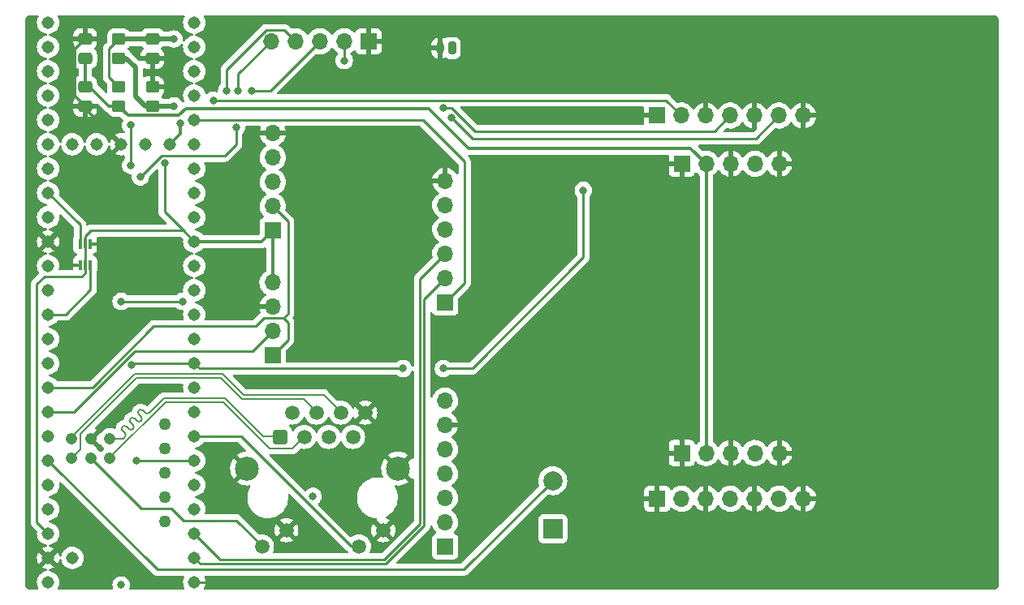
<source format=gbr>
%TF.GenerationSoftware,KiCad,Pcbnew,6.0.6-1.fc36*%
%TF.CreationDate,2022-07-31T18:36:14+02:00*%
%TF.ProjectId,CosmicWatch-ventidue,436f736d-6963-4576-9174-63682d76656e,rev?*%
%TF.SameCoordinates,Original*%
%TF.FileFunction,Copper,L1,Top*%
%TF.FilePolarity,Positive*%
%FSLAX46Y46*%
G04 Gerber Fmt 4.6, Leading zero omitted, Abs format (unit mm)*
G04 Created by KiCad (PCBNEW 6.0.6-1.fc36) date 2022-07-31 18:36:14*
%MOMM*%
%LPD*%
G01*
G04 APERTURE LIST*
G04 Aperture macros list*
%AMRoundRect*
0 Rectangle with rounded corners*
0 $1 Rounding radius*
0 $2 $3 $4 $5 $6 $7 $8 $9 X,Y pos of 4 corners*
0 Add a 4 corners polygon primitive as box body*
4,1,4,$2,$3,$4,$5,$6,$7,$8,$9,$2,$3,0*
0 Add four circle primitives for the rounded corners*
1,1,$1+$1,$2,$3*
1,1,$1+$1,$4,$5*
1,1,$1+$1,$6,$7*
1,1,$1+$1,$8,$9*
0 Add four rect primitives between the rounded corners*
20,1,$1+$1,$2,$3,$4,$5,0*
20,1,$1+$1,$4,$5,$6,$7,0*
20,1,$1+$1,$6,$7,$8,$9,0*
20,1,$1+$1,$8,$9,$2,$3,0*%
G04 Aperture macros list end*
%TA.AperFunction,ComponentPad*%
%ADD10R,1.700000X1.700000*%
%TD*%
%TA.AperFunction,ComponentPad*%
%ADD11O,1.700000X1.700000*%
%TD*%
%TA.AperFunction,SMDPad,CuDef*%
%ADD12RoundRect,0.250000X-0.475000X0.337500X-0.475000X-0.337500X0.475000X-0.337500X0.475000X0.337500X0*%
%TD*%
%TA.AperFunction,ComponentPad*%
%ADD13R,2.000000X2.000000*%
%TD*%
%TA.AperFunction,ComponentPad*%
%ADD14C,2.000000*%
%TD*%
%TA.AperFunction,SMDPad,CuDef*%
%ADD15RoundRect,0.250000X-0.450000X0.350000X-0.450000X-0.350000X0.450000X-0.350000X0.450000X0.350000X0*%
%TD*%
%TA.AperFunction,ComponentPad*%
%ADD16C,1.308000*%
%TD*%
%TA.AperFunction,ComponentPad*%
%ADD17C,1.258000*%
%TD*%
%TA.AperFunction,ComponentPad*%
%ADD18C,1.208000*%
%TD*%
%TA.AperFunction,ComponentPad*%
%ADD19RoundRect,0.200000X0.200000X0.450000X-0.200000X0.450000X-0.200000X-0.450000X0.200000X-0.450000X0*%
%TD*%
%TA.AperFunction,ComponentPad*%
%ADD20O,0.800000X1.300000*%
%TD*%
%TA.AperFunction,SMDPad,CuDef*%
%ADD21RoundRect,0.250000X0.475000X-0.337500X0.475000X0.337500X-0.475000X0.337500X-0.475000X-0.337500X0*%
%TD*%
%TA.AperFunction,SMDPad,CuDef*%
%ADD22R,0.375000X1.025000*%
%TD*%
%TA.AperFunction,SMDPad,CuDef*%
%ADD23R,0.300000X1.125000*%
%TD*%
%TA.AperFunction,SMDPad,CuDef*%
%ADD24R,0.375000X1.000000*%
%TD*%
%TA.AperFunction,SMDPad,CuDef*%
%ADD25RoundRect,0.250000X0.450000X-0.350000X0.450000X0.350000X-0.450000X0.350000X-0.450000X-0.350000X0*%
%TD*%
%TA.AperFunction,ComponentPad*%
%ADD26RoundRect,0.250500X-0.499500X-0.499500X0.499500X-0.499500X0.499500X0.499500X-0.499500X0.499500X0*%
%TD*%
%TA.AperFunction,ComponentPad*%
%ADD27C,1.500000*%
%TD*%
%TA.AperFunction,ComponentPad*%
%ADD28C,2.500000*%
%TD*%
%TA.AperFunction,ViaPad*%
%ADD29C,0.800000*%
%TD*%
%TA.AperFunction,Conductor*%
%ADD30C,0.350000*%
%TD*%
%TA.AperFunction,Conductor*%
%ADD31C,0.250000*%
%TD*%
%TA.AperFunction,Conductor*%
%ADD32C,0.500000*%
%TD*%
%TA.AperFunction,Conductor*%
%ADD33C,0.200000*%
%TD*%
G04 APERTURE END LIST*
D10*
%TO.P,J111,1,Pin_1*%
%TO.N,/OLED-RST*%
X94275000Y-106000000D03*
D11*
%TO.P,J111,2,Pin_2*%
%TO.N,/OLED-DC*%
X94275000Y-103460000D03*
%TO.P,J111,3,Pin_3*%
%TO.N,/SPI-CS_{1}*%
X94275000Y-100920000D03*
%TO.P,J111,4,Pin_4*%
%TO.N,/SPI-CLK*%
X94275000Y-98380000D03*
%TO.P,J111,5,Pin_5*%
%TO.N,/SPI-M_{O}S_{I}*%
X94275000Y-95840000D03*
%TO.P,J111,6,Pin_6*%
%TO.N,GND*%
X94275000Y-93300000D03*
%TO.P,J111,7,Pin_7*%
%TO.N,+3.3V*%
X94275000Y-90760000D03*
%TD*%
D10*
%TO.P,SW101,1,GND*%
%TO.N,GND*%
X86290000Y-53250000D03*
D11*
%TO.P,SW101,2,VCC*%
%TO.N,+3.3V*%
X83750000Y-53250000D03*
%TO.P,SW101,3,SW*%
%TO.N,/Rot-BTN*%
X81210000Y-53250000D03*
%TO.P,SW101,4,DT*%
%TO.N,/Rot-IR*%
X78670000Y-53250000D03*
%TO.P,SW101,5,CLK*%
%TO.N,/Rot-IL*%
X76130000Y-53250000D03*
%TD*%
D10*
%TO.P,J108,1,Pin_1*%
%TO.N,GND*%
X116380000Y-61000000D03*
D11*
%TO.P,J108,2,Pin_2*%
%TO.N,/D_{2}-F*%
X118920000Y-61000000D03*
%TO.P,J108,3,Pin_3*%
%TO.N,GND*%
X121460000Y-61000000D03*
%TO.P,J108,4,Pin_4*%
%TO.N,/D_{2}-P_{1}*%
X124000000Y-61000000D03*
%TO.P,J108,5,Pin_5*%
%TO.N,GND*%
X126540000Y-61000000D03*
%TO.P,J108,6,Pin_6*%
%TO.N,/D_{2}-P_{2}*%
X129080000Y-61000000D03*
%TO.P,J108,7,Pin_7*%
%TO.N,GND*%
X131620000Y-61000000D03*
%TD*%
D12*
%TO.P,C405,1*%
%TO.N,Net-(C405-Pad1)*%
X63750000Y-52962500D03*
%TO.P,C405,2*%
%TO.N,GND*%
X63750000Y-55037500D03*
%TD*%
D13*
%TO.P,BZ101,1,-*%
%TO.N,Net-(BZ101-Pad1)*%
X105500000Y-104120785D03*
D14*
%TO.P,BZ101,2,+*%
%TO.N,/Buzzer*%
X105500000Y-99120785D03*
%TD*%
D15*
%TO.P,R401,1*%
%TO.N,GND*%
X63750000Y-58000000D03*
%TO.P,R401,2*%
%TO.N,Net-(R401-Pad2)*%
X63750000Y-60000000D03*
%TD*%
D16*
%TO.P,U101,0,RX1*%
%TO.N,/GPS-RX*%
X68120000Y-107170000D03*
%TO.P,U101,1,TX1*%
%TO.N,/GPS-TX*%
X68120000Y-104630000D03*
%TO.P,U101,2,OUT2*%
%TO.N,/Rot-IR*%
X68120000Y-102090000D03*
%TO.P,U101,3,LRCLK2*%
%TO.N,/Rot-IL*%
X68120000Y-99550000D03*
%TO.P,U101,3.3V_1,3.3V*%
%TO.N,+3.3V*%
X68120000Y-74150000D03*
%TO.P,U101,3.3V_2,3.3V__1*%
X52880000Y-104630000D03*
%TO.P,U101,3.3V_3,3.3V__2*%
X63040000Y-63990000D03*
%TO.P,U101,4,BCLK2*%
%TO.N,/Rot-BTN*%
X68120000Y-97010000D03*
%TO.P,U101,5,IN2*%
%TO.N,/Eth-LED_{2}*%
X68120000Y-94470000D03*
D17*
%TO.P,U101,5V,5V*%
%TO.N,+5V*%
X65070000Y-103360000D03*
D16*
%TO.P,U101,6,OUT1D*%
%TO.N,/OLED-DC*%
X68120000Y-91930000D03*
%TO.P,U101,7,RX2*%
%TO.N,/OLED-RST*%
X68120000Y-89390000D03*
%TO.P,U101,8,TX2*%
%TO.N,/PWR-~{SHDN}*%
X68120000Y-86850000D03*
%TO.P,U101,9,OUT1C*%
%TO.N,unconnected-(U101-Pad9)*%
X68120000Y-84310000D03*
%TO.P,U101,10,CS1*%
%TO.N,/SPI-CS_{1}*%
X68120000Y-81770000D03*
%TO.P,U101,11,MOSI*%
%TO.N,/SPI-M_{O}S_{I}*%
X68120000Y-79230000D03*
%TO.P,U101,12,MISO*%
%TO.N,/SPI-M_{I}S_{O}*%
X68120000Y-76690000D03*
%TO.P,U101,13,SCK*%
%TO.N,/SPI-CLK*%
X52880000Y-76690000D03*
%TO.P,U101,14,A0*%
%TO.N,Net-(R105-Pad1)*%
X52880000Y-79230000D03*
%TO.P,U101,15,A1*%
%TO.N,/D_{1}-F*%
X52880000Y-81770000D03*
%TO.P,U101,16,A2*%
%TO.N,Net-(R105-Pad1)*%
X52880000Y-84310000D03*
%TO.P,U101,17,A3*%
%TO.N,unconnected-(U101-Pad17)*%
X52880000Y-86850000D03*
%TO.P,U101,18,A4*%
%TO.N,/I^{2}C-SDA*%
X52880000Y-89390000D03*
%TO.P,U101,19,A5*%
%TO.N,/I^{2}C-SCL*%
X52880000Y-91930000D03*
%TO.P,U101,20,A6*%
%TO.N,unconnected-(U101-Pad20)*%
X52880000Y-94470000D03*
%TO.P,U101,21,A7*%
%TO.N,/Buzzer*%
X52880000Y-97010000D03*
%TO.P,U101,22,A8*%
%TO.N,unconnected-(U101-Pad22)*%
X52880000Y-99550000D03*
%TO.P,U101,23,A9*%
%TO.N,unconnected-(U101-Pad23)*%
X52880000Y-102090000D03*
%TO.P,U101,24,A10*%
%TO.N,/D_{2}-P_{2}*%
X68120000Y-71610000D03*
%TO.P,U101,25,A11*%
%TO.N,/D_{2}-P_{1}*%
X68120000Y-69070000D03*
%TO.P,U101,26,A12*%
%TO.N,/D_{1}-P_{2}*%
X68120000Y-66530000D03*
%TO.P,U101,27,A13*%
%TO.N,/D_{1}-P_{1}*%
X68120000Y-63990000D03*
%TO.P,U101,28,RX7*%
%TO.N,/GPS-EN*%
X68120000Y-61450000D03*
%TO.P,U101,29,TX7*%
%TO.N,/GPS-PPS*%
X68120000Y-58910000D03*
%TO.P,U101,30,CRX3*%
%TO.N,unconnected-(U101-Pad30)*%
X68120000Y-56370000D03*
%TO.P,U101,31,CTX3*%
%TO.N,unconnected-(U101-Pad31)*%
X68120000Y-53830000D03*
%TO.P,U101,32,OUT1B*%
%TO.N,unconnected-(U101-Pad32)*%
X68120000Y-51290000D03*
%TO.P,U101,33,MCLK2*%
%TO.N,unconnected-(U101-Pad33)*%
X52880000Y-51290000D03*
%TO.P,U101,34,RX8*%
%TO.N,unconnected-(U101-Pad34)*%
X52880000Y-53830000D03*
%TO.P,U101,35,TX8*%
%TO.N,unconnected-(U101-Pad35)*%
X52880000Y-56370000D03*
%TO.P,U101,36,CS2*%
%TO.N,/SPI-CS_{2}*%
X52880000Y-58910000D03*
%TO.P,U101,37,CS3*%
%TO.N,/SPI-CS_{3}*%
X52880000Y-61450000D03*
%TO.P,U101,38,A14*%
%TO.N,unconnected-(U101-Pad38)*%
X52880000Y-63990000D03*
%TO.P,U101,39,A15*%
%TO.N,Net-(R106-Pad1)*%
X52880000Y-66530000D03*
%TO.P,U101,40,A16*%
%TO.N,/D_{2}-F*%
X52880000Y-69070000D03*
%TO.P,U101,41,A17*%
%TO.N,Net-(R106-Pad1)*%
X52880000Y-71610000D03*
D17*
%TO.P,U101,D+,D+*%
%TO.N,unconnected-(U101-PadD+)*%
X65070000Y-98280000D03*
%TO.P,U101,D-,D-*%
%TO.N,unconnected-(U101-PadD-)*%
X65070000Y-100820000D03*
D16*
%TO.P,U101,GND1,GND*%
%TO.N,GND*%
X68120000Y-109710000D03*
%TO.P,U101,GND2,GND__1*%
X52880000Y-74150000D03*
%TO.P,U101,GND3,GND__2*%
X52880000Y-107170000D03*
%TO.P,U101,GND4,GND__3*%
X60500000Y-63990000D03*
D18*
%TO.P,U101,GND5,GND__4*%
X57330000Y-94740000D03*
%TO.P,U101,LED,LED*%
%TO.N,/Eth-LED_{1}*%
X57330000Y-96740000D03*
D16*
%TO.P,U101,ON/OFF,ON/OFF*%
%TO.N,unconnected-(U101-PadON/OFF)*%
X55420000Y-63990000D03*
%TO.P,U101,PROGRAM,PROGRAM*%
%TO.N,unconnected-(U101-PadPROGRAM)*%
X57960000Y-63990000D03*
D18*
%TO.P,U101,R+,R+*%
%TO.N,/Eth-RX+*%
X55330000Y-96740000D03*
%TO.P,U101,R-,R-*%
%TO.N,/Eth-RX-*%
X55330000Y-94740000D03*
%TO.P,U101,T+,T+*%
%TO.N,/Eth-TX+*%
X59330000Y-94740000D03*
%TO.P,U101,T-,T-*%
%TO.N,/Eth-TX-*%
X59330000Y-96740000D03*
D17*
%TO.P,U101,USB_GND1,USB_GND*%
%TO.N,unconnected-(U101-PadUSB_GND1)*%
X65070000Y-95740000D03*
%TO.P,U101,USB_GND2,USB_GND__1*%
%TO.N,unconnected-(U101-PadUSB_GND2)*%
X65070000Y-93200000D03*
D16*
%TO.P,U101,VBAT,VBAT*%
%TO.N,+BATT*%
X65580000Y-63990000D03*
%TO.P,U101,VIN,VIN*%
%TO.N,unconnected-(U101-PadVIN)*%
X52880000Y-109710000D03*
%TO.P,U101,VUSB,VUSB*%
%TO.N,unconnected-(U101-PadVUSB)*%
X55420000Y-107170000D03*
%TD*%
D10*
%TO.P,J107,1,Pin_1*%
%TO.N,GND*%
X118950000Y-96225000D03*
D11*
%TO.P,J107,2,Pin_2*%
%TO.N,+V_{bias}*%
X121490000Y-96225000D03*
%TO.P,J107,3,Pin_3*%
%TO.N,GND*%
X124030000Y-96225000D03*
%TO.P,J107,4,Pin_4*%
%TO.N,+3.6V*%
X126570000Y-96225000D03*
%TO.P,J107,5,Pin_5*%
%TO.N,GND*%
X129110000Y-96225000D03*
%TD*%
D19*
%TO.P,BT401,1,+*%
%TO.N,+BATT*%
X95000000Y-53950000D03*
D20*
%TO.P,BT401,2,-*%
%TO.N,GND*%
X93750000Y-53950000D03*
%TD*%
D21*
%TO.P,C407,1*%
%TO.N,+V_{bias}*%
X56750000Y-55037500D03*
%TO.P,C407,2*%
%TO.N,GND*%
X56750000Y-52962500D03*
%TD*%
D22*
%TO.P,D101,1,A*%
%TO.N,GND*%
X56212500Y-76612500D03*
D23*
%TO.P,D101,2,K*%
%TO.N,+3.3V*%
X56750000Y-76662500D03*
D22*
%TO.P,D101,3,common*%
%TO.N,/D_{1}-F*%
X57287500Y-76612500D03*
D24*
%TO.P,D101,4,A*%
%TO.N,GND*%
X57287500Y-74400000D03*
D23*
%TO.P,D101,5,K*%
%TO.N,+3.3V*%
X56750000Y-74337500D03*
D24*
%TO.P,D101,6,common*%
%TO.N,/D_{2}-F*%
X56212500Y-74400000D03*
%TD*%
D12*
%TO.P,C406,1*%
%TO.N,+V_{bias}*%
X56750000Y-57962500D03*
%TO.P,C406,2*%
%TO.N,GND*%
X56750000Y-60037500D03*
%TD*%
D25*
%TO.P,R402,1*%
%TO.N,Net-(R401-Pad2)*%
X60250000Y-55000000D03*
%TO.P,R402,2*%
%TO.N,Net-(C405-Pad1)*%
X60250000Y-53000000D03*
%TD*%
D10*
%TO.P,J110,1,Pin_1*%
%TO.N,/GPS-EN*%
X94285786Y-80512893D03*
D11*
%TO.P,J110,2,Pin_2*%
%TO.N,/GPS-RX*%
X94285786Y-77972893D03*
%TO.P,J110,3,Pin_3*%
%TO.N,/GPS-TX*%
X94285786Y-75432893D03*
%TO.P,J110,4,Pin_4*%
%TO.N,+3.3V*%
X94285786Y-72892893D03*
%TO.P,J110,5,Pin_5*%
%TO.N,/GPS-PPS*%
X94285786Y-70352893D03*
%TO.P,J110,6,Pin_6*%
%TO.N,GND*%
X94285786Y-67812893D03*
%TD*%
D26*
%TO.P,U501,1,RD-*%
%TO.N,/Eth-TX+*%
X77055000Y-94550000D03*
D27*
%TO.P,U501,2,CT*%
%TO.N,Net-(C501-Pad1)*%
X78325000Y-92010000D03*
%TO.P,U501,3,RD+*%
%TO.N,/Eth-TX-*%
X79595000Y-94550000D03*
%TO.P,U501,4,TD-*%
%TO.N,/Eth-RX+*%
X80865000Y-92010000D03*
%TO.P,U501,5,CT*%
%TO.N,Net-(C501-Pad1)*%
X82135000Y-94550000D03*
%TO.P,U501,6,TD+*%
%TO.N,/Eth-RX-*%
X83405000Y-92010000D03*
%TO.P,U501,7*%
%TO.N,unconnected-(U501-Pad7)*%
X84675000Y-94550000D03*
%TO.P,U501,8*%
%TO.N,GND*%
X85945000Y-92010000D03*
%TO.P,U501,9,LLED+*%
%TO.N,/Eth-LED_{1}*%
X75175000Y-105980000D03*
%TO.P,U501,10,LLED-*%
%TO.N,GND*%
X77715000Y-104280000D03*
%TO.P,U501,11,RLED+*%
%TO.N,/Eth-LED_{2}*%
X85285000Y-105980000D03*
%TO.P,U501,12,RLED-*%
%TO.N,GND*%
X87825000Y-104280000D03*
D28*
%TO.P,U501,13,SHIELD*%
X73625000Y-97850000D03*
X89375000Y-97850000D03*
%TD*%
D15*
%TO.P,R403,1*%
%TO.N,Net-(C405-Pad1)*%
X60250000Y-58000000D03*
%TO.P,R403,2*%
%TO.N,+V_{bias}*%
X60250000Y-60000000D03*
%TD*%
D10*
%TO.P,J106,1,Pin_1*%
%TO.N,GND*%
X116400000Y-101000000D03*
D11*
%TO.P,J106,2,Pin_2*%
%TO.N,/D_{1}-F*%
X118940000Y-101000000D03*
%TO.P,J106,3,Pin_3*%
%TO.N,GND*%
X121480000Y-101000000D03*
%TO.P,J106,4,Pin_4*%
%TO.N,/D_{1}-P_{1}*%
X124020000Y-101000000D03*
%TO.P,J106,5,Pin_5*%
%TO.N,GND*%
X126560000Y-101000000D03*
%TO.P,J106,6,Pin_6*%
%TO.N,/D_{1}-P_{2}*%
X129100000Y-101000000D03*
%TO.P,J106,7,Pin_7*%
%TO.N,GND*%
X131640000Y-101000000D03*
%TD*%
D10*
%TO.P,J109,1,Pin_1*%
%TO.N,/I^{2}C-SDA*%
X76275000Y-86050000D03*
D11*
%TO.P,J109,2,Pin_2*%
%TO.N,/I^{2}C-SCL*%
X76275000Y-83510000D03*
%TO.P,J109,3,Pin_3*%
%TO.N,GND*%
X76275000Y-80970000D03*
%TO.P,J109,4,Pin_4*%
%TO.N,+3.3V*%
X76275000Y-78430000D03*
%TD*%
D10*
%TO.P,J105,1,Pin_1*%
%TO.N,GND*%
X118950000Y-66025000D03*
D11*
%TO.P,J105,2,Pin_2*%
%TO.N,+V_{bias}*%
X121490000Y-66025000D03*
%TO.P,J105,3,Pin_3*%
%TO.N,GND*%
X124030000Y-66025000D03*
%TO.P,J105,4,Pin_4*%
%TO.N,+3.6V*%
X126570000Y-66025000D03*
%TO.P,J105,5,Pin_5*%
%TO.N,GND*%
X129110000Y-66025000D03*
%TD*%
D10*
%TO.P,J112,1,Pin_1*%
%TO.N,+3.3V*%
X76300000Y-73000000D03*
D11*
%TO.P,J112,2,Pin_2*%
%TO.N,/I^{2}C-SDA*%
X76300000Y-70460000D03*
%TO.P,J112,3,Pin_3*%
%TO.N,/I^{2}C-SCL*%
X76300000Y-67920000D03*
%TO.P,J112,4,Pin_4*%
%TO.N,unconnected-(J112-Pad4)*%
X76300000Y-65380000D03*
%TO.P,J112,5,Pin_5*%
%TO.N,GND*%
X76300000Y-62840000D03*
%TD*%
D29*
%TO.N,*%
X80500000Y-100750000D03*
X60500000Y-110000000D03*
%TO.N,+BATT*%
X66700000Y-61800000D03*
%TO.N,GND*%
X90100000Y-89600000D03*
X115990000Y-79685000D03*
X118530000Y-92385000D03*
X128690000Y-79685000D03*
X118530000Y-74605000D03*
X108370000Y-94925000D03*
X141390000Y-54285000D03*
X115990000Y-66985000D03*
X131230000Y-94925000D03*
X70270000Y-72065000D03*
X133770000Y-77145000D03*
X90590000Y-100005000D03*
X121070000Y-105085000D03*
X138850000Y-102545000D03*
X146470000Y-51745000D03*
X113450000Y-72065000D03*
X123610000Y-87305000D03*
X115990000Y-107625000D03*
X85510000Y-84765000D03*
X133770000Y-100005000D03*
X105830000Y-66985000D03*
X55030000Y-87305000D03*
X80430000Y-105085000D03*
X143930000Y-89845000D03*
X113450000Y-89845000D03*
X66100000Y-76800000D03*
X90590000Y-79685000D03*
X146470000Y-79685000D03*
X90590000Y-69525000D03*
X75250000Y-76250000D03*
X55030000Y-102545000D03*
X138850000Y-94925000D03*
X123610000Y-69525000D03*
X80430000Y-82225000D03*
X141390000Y-84765000D03*
X60110000Y-77145000D03*
X126150000Y-107625000D03*
X149010000Y-64445000D03*
X133770000Y-69525000D03*
X66000000Y-55000000D03*
X85510000Y-97465000D03*
X121070000Y-51745000D03*
X98210000Y-79685000D03*
X118530000Y-84765000D03*
X110910000Y-51745000D03*
X110910000Y-84765000D03*
X138850000Y-64445000D03*
X123610000Y-77145000D03*
X80430000Y-64445000D03*
X110910000Y-77145000D03*
X136310000Y-82225000D03*
X136310000Y-59365000D03*
X80430000Y-74605000D03*
X57570000Y-82225000D03*
X131230000Y-64445000D03*
X105830000Y-89845000D03*
X131230000Y-56825000D03*
X105830000Y-82225000D03*
X60110000Y-69525000D03*
X72810000Y-77145000D03*
X98210000Y-56825000D03*
X136310000Y-89845000D03*
X136310000Y-107625000D03*
X82970000Y-69525000D03*
X149010000Y-84765000D03*
X149010000Y-56825000D03*
X55030000Y-74605000D03*
X98210000Y-89845000D03*
X143930000Y-66985000D03*
X108370000Y-56825000D03*
X149010000Y-107625000D03*
X70270000Y-97465000D03*
X131230000Y-84765000D03*
X128690000Y-72065000D03*
X146470000Y-72065000D03*
X149010000Y-92385000D03*
X143930000Y-97465000D03*
X88050000Y-54285000D03*
X85510000Y-77145000D03*
X138850000Y-72065000D03*
X136310000Y-51745000D03*
X128690000Y-51745000D03*
X131230000Y-105085000D03*
X108370000Y-102545000D03*
X113450000Y-97465000D03*
X98210000Y-97465000D03*
X141390000Y-77145000D03*
X88050000Y-64445000D03*
X123610000Y-56825000D03*
X149010000Y-100005000D03*
X98210000Y-72065000D03*
X100750000Y-107625000D03*
X55030000Y-66985000D03*
X128690000Y-89845000D03*
X143930000Y-59365000D03*
X143930000Y-105085000D03*
X115990000Y-54285000D03*
%TO.N,Net-(C405-Pad1)*%
X66000000Y-53000000D03*
%TO.N,+3.3V*%
X83750000Y-55250000D03*
X65012299Y-65924500D03*
%TO.N,/D_{2}-F*%
X70100000Y-59400000D03*
%TO.N,/D_{2}-P_{1}*%
X94100000Y-60200000D03*
%TO.N,/D_{2}-P_{2}*%
X94900000Y-61200000D03*
%TO.N,/SPI-CLK*%
X60500000Y-80400000D03*
X66900000Y-80400000D03*
%TO.N,Net-(R401-Pad2)*%
X66000000Y-60000000D03*
%TO.N,/Rot-BTN*%
X62500000Y-67400000D03*
X72500000Y-62200000D03*
X74100000Y-58400000D03*
X62100000Y-97000000D03*
%TO.N,/Rot-IR*%
X71500000Y-58400000D03*
%TO.N,/Rot-IL*%
X72700000Y-58400000D03*
%TO.N,/PWR-~{SHDN}*%
X94100000Y-87400000D03*
X61500000Y-66200000D03*
X108682998Y-68800000D03*
X61500000Y-62000000D03*
X89900000Y-87400000D03*
X61575500Y-87000000D03*
%TD*%
D30*
%TO.N,+BATT*%
X66700000Y-62870000D02*
X65580000Y-63990000D01*
X66700000Y-61800000D02*
X66700000Y-62870000D01*
D31*
%TO.N,GND*%
X68120000Y-109710000D02*
X69460000Y-109710000D01*
D30*
X55650000Y-58937500D02*
X55650000Y-54062500D01*
D31*
X63787500Y-55037500D02*
X63750000Y-55037500D01*
X60500000Y-63990000D02*
X60510000Y-63990000D01*
D30*
X55650000Y-54062500D02*
X56750000Y-52962500D01*
X56750000Y-60037500D02*
X56750000Y-60240000D01*
X65962500Y-55037500D02*
X66000000Y-55000000D01*
X63750000Y-55037500D02*
X65962500Y-55037500D01*
D31*
X69460000Y-109710000D02*
X69500000Y-109750000D01*
D30*
X56750000Y-60037500D02*
X55650000Y-58937500D01*
X56750000Y-60240000D02*
X60500000Y-63990000D01*
D31*
%TO.N,/Buzzer*%
X64270000Y-108400000D02*
X96220785Y-108400000D01*
X52880000Y-97010000D02*
X64270000Y-108400000D01*
X96220785Y-108400000D02*
X105500000Y-99120785D01*
%TO.N,Net-(C405-Pad1)*%
X60250000Y-58000000D02*
X59225000Y-56975000D01*
D32*
X65962500Y-52962500D02*
X66000000Y-53000000D01*
X63787500Y-53000000D02*
X63750000Y-52962500D01*
D31*
X59225000Y-56975000D02*
X59225000Y-54025000D01*
D32*
X63712500Y-53000000D02*
X63750000Y-52962500D01*
D31*
X60287500Y-52962500D02*
X60250000Y-53000000D01*
D32*
X63750000Y-52962500D02*
X65962500Y-52962500D01*
D31*
X59225000Y-54025000D02*
X60250000Y-53000000D01*
D32*
X60250000Y-53000000D02*
X63712500Y-53000000D01*
D30*
%TO.N,+V_{bias}*%
X66525000Y-60975000D02*
X67250000Y-60250000D01*
X119865000Y-64400000D02*
X121490000Y-66025000D01*
X57212500Y-57962500D02*
X59250000Y-60000000D01*
X96700000Y-64400000D02*
X119865000Y-64400000D01*
X59250000Y-60000000D02*
X60250000Y-60000000D01*
X67250000Y-60250000D02*
X92550000Y-60250000D01*
X56750000Y-55037500D02*
X56750000Y-57962500D01*
X60250000Y-60000000D02*
X61225000Y-60975000D01*
D31*
X56750000Y-57962500D02*
X57212500Y-57962500D01*
D30*
X92550000Y-60250000D02*
X96700000Y-64400000D01*
X61225000Y-60975000D02*
X66525000Y-60975000D01*
X121490000Y-66025000D02*
X121490000Y-96225000D01*
D31*
%TO.N,+3.3V*%
X66970000Y-73000000D02*
X66985000Y-73015000D01*
X66985000Y-73015000D02*
X65012299Y-71042299D01*
X57350000Y-73000000D02*
X66970000Y-73000000D01*
D30*
X76300000Y-73000000D02*
X76300000Y-78405000D01*
D31*
X56375000Y-77800000D02*
X56750000Y-77425000D01*
X83750000Y-55250000D02*
X83750000Y-53250000D01*
X51700000Y-78600000D02*
X52500000Y-77800000D01*
X52880000Y-104630000D02*
X51700000Y-103450000D01*
X65012299Y-65924500D02*
X65012299Y-71042299D01*
X51700000Y-103450000D02*
X51700000Y-78600000D01*
X56750000Y-73600000D02*
X57350000Y-73000000D01*
X68120000Y-74150000D02*
X66985000Y-73015000D01*
X52500000Y-77800000D02*
X56375000Y-77800000D01*
D30*
X75150000Y-74150000D02*
X76300000Y-73000000D01*
D31*
X56750000Y-76662500D02*
X56750000Y-74337500D01*
D30*
X76300000Y-78405000D02*
X76275000Y-78430000D01*
D31*
X56750000Y-77425000D02*
X56750000Y-76662500D01*
X56725000Y-76400000D02*
X56750000Y-76375000D01*
X56750000Y-74337500D02*
X56750000Y-73600000D01*
D30*
X68120000Y-74150000D02*
X75150000Y-74150000D01*
D31*
%TO.N,/D_{1}-F*%
X52880000Y-81770000D02*
X54730000Y-81770000D01*
X57300000Y-79200000D02*
X57287500Y-79187500D01*
X57287500Y-79187500D02*
X57287500Y-76350000D01*
X54730000Y-81770000D02*
X57300000Y-79200000D01*
%TO.N,/D_{2}-F*%
X56212500Y-72402500D02*
X56212500Y-74650000D01*
X70100000Y-59400000D02*
X117320000Y-59400000D01*
X117320000Y-59400000D02*
X118920000Y-61000000D01*
X52880000Y-69070000D02*
X56212500Y-72402500D01*
%TO.N,/D_{2}-P_{1}*%
X122356243Y-62643757D02*
X97393757Y-62643757D01*
X124000000Y-61000000D02*
X122356243Y-62643757D01*
X97393757Y-62643757D02*
X94950000Y-60200000D01*
X94950000Y-60200000D02*
X94100000Y-60200000D01*
%TO.N,/D_{2}-P_{2}*%
X97100000Y-63400000D02*
X94900000Y-61200000D01*
X126680000Y-63400000D02*
X97100000Y-63400000D01*
X129080000Y-61000000D02*
X126680000Y-63400000D01*
%TO.N,/I^{2}C-SDA*%
X76300000Y-70460000D02*
X77900000Y-72060000D01*
X63900000Y-83000000D02*
X74500000Y-83000000D01*
X77900000Y-84425000D02*
X76275000Y-86050000D01*
X74500000Y-83000000D02*
X75355000Y-82145000D01*
X52880000Y-89390000D02*
X57510000Y-89390000D01*
X77900000Y-82600000D02*
X77900000Y-84425000D01*
X57510000Y-89390000D02*
X63900000Y-83000000D01*
X77445000Y-82145000D02*
X77900000Y-82600000D01*
X77900000Y-72060000D02*
X77900000Y-81690000D01*
X77900000Y-81690000D02*
X77445000Y-82145000D01*
X75355000Y-82145000D02*
X77445000Y-82145000D01*
%TO.N,/I^{2}C-SCL*%
X74185000Y-85600000D02*
X76275000Y-83510000D01*
X52880000Y-91930000D02*
X55606396Y-91930000D01*
X55606396Y-91930000D02*
X61936396Y-85600000D01*
X61936396Y-85600000D02*
X74185000Y-85600000D01*
%TO.N,/GPS-EN*%
X91950000Y-61450000D02*
X96300000Y-65800000D01*
X96300000Y-65800000D02*
X96300000Y-78498679D01*
X68120000Y-61450000D02*
X91950000Y-61450000D01*
X96300000Y-78498679D02*
X94285786Y-80512893D01*
%TO.N,/GPS-RX*%
X92100000Y-103800000D02*
X92100000Y-80158679D01*
X68750000Y-107800000D02*
X88100000Y-107800000D01*
X68120000Y-107170000D02*
X68750000Y-107800000D01*
X88100000Y-107800000D02*
X92100000Y-103800000D01*
X92100000Y-80158679D02*
X94285786Y-77972893D01*
%TO.N,/GPS-TX*%
X70840000Y-107350000D02*
X87900000Y-107350000D01*
X91650000Y-103600000D02*
X91650000Y-78068679D01*
X68120000Y-104630000D02*
X70840000Y-107350000D01*
X87900000Y-107350000D02*
X91650000Y-103600000D01*
X91650000Y-78068679D02*
X94285786Y-75432893D01*
%TO.N,/SPI-CLK*%
X60500000Y-80400000D02*
X66900000Y-80400000D01*
D32*
%TO.N,Net-(R401-Pad2)*%
X61000000Y-55000000D02*
X62000000Y-56000000D01*
X63000000Y-60000000D02*
X63750000Y-60000000D01*
D31*
X63750000Y-60000000D02*
X63750000Y-59886827D01*
D32*
X62000000Y-56000000D02*
X62000000Y-59000000D01*
X60250000Y-55000000D02*
X61000000Y-55000000D01*
X63750000Y-60000000D02*
X66000000Y-60000000D01*
X62000000Y-59000000D02*
X63000000Y-60000000D01*
D31*
%TO.N,/Rot-BTN*%
X64700000Y-65200000D02*
X71300000Y-65200000D01*
X72500000Y-64000000D02*
X72500000Y-62200000D01*
X62500000Y-67400000D02*
X64700000Y-65200000D01*
X81210000Y-53250000D02*
X76060000Y-58400000D01*
X76060000Y-58400000D02*
X74100000Y-58400000D01*
X71300000Y-65200000D02*
X72500000Y-64000000D01*
X62100000Y-97000000D02*
X62110000Y-97010000D01*
X62110000Y-97010000D02*
X68120000Y-97010000D01*
%TO.N,/Rot-IR*%
X77495000Y-52075000D02*
X75643299Y-52075000D01*
X78670000Y-53250000D02*
X77495000Y-52075000D01*
X71500000Y-56218299D02*
X71500000Y-58400000D01*
X75643299Y-52075000D02*
X71500000Y-56218299D01*
%TO.N,/Rot-IL*%
X72700000Y-58400000D02*
X72700000Y-56680000D01*
X72700000Y-56680000D02*
X76130000Y-53250000D01*
%TO.N,/PWR-~{SHDN}*%
X89900000Y-87400000D02*
X68670000Y-87400000D01*
X68120000Y-86850000D02*
X61725500Y-86850000D01*
X61725500Y-86850000D02*
X61575500Y-87000000D01*
X61500000Y-66200000D02*
X61500000Y-62000000D01*
X97100000Y-87400000D02*
X108682998Y-75817002D01*
X108682998Y-75817002D02*
X108682998Y-68800000D01*
X94100000Y-87400000D02*
X97100000Y-87400000D01*
X68670000Y-87400000D02*
X68120000Y-86850000D01*
%TO.N,/Eth-LED_{2}*%
X84430000Y-105930000D02*
X85285000Y-105930000D01*
X72970000Y-94470000D02*
X84430000Y-105930000D01*
X68120000Y-94470000D02*
X72970000Y-94470000D01*
D33*
%TO.N,/Eth-TX-*%
X76000000Y-95750000D02*
X71150000Y-90900000D01*
X79595000Y-94500000D02*
X78345000Y-95750000D01*
X59330000Y-96670000D02*
X59330000Y-96740000D01*
X71150000Y-90900000D02*
X65100000Y-90900000D01*
X65100000Y-90900000D02*
X59330000Y-96670000D01*
X78345000Y-95750000D02*
X76000000Y-95750000D01*
D31*
%TO.N,/Eth-LED_{1}*%
X72500000Y-103250000D02*
X75175000Y-105925000D01*
X75175000Y-105925000D02*
X75175000Y-105930000D01*
X65750000Y-102000000D02*
X67000000Y-103250000D01*
X57330000Y-96740000D02*
X62590000Y-102000000D01*
X67000000Y-103250000D02*
X72500000Y-103250000D01*
X62590000Y-102000000D02*
X65750000Y-102000000D01*
D33*
%TO.N,/Eth-TX+*%
X61715687Y-93718630D02*
X61715686Y-93718629D01*
X61050971Y-93478178D02*
X61291424Y-93718631D01*
X61899500Y-92629649D02*
X61899500Y-92629650D01*
X63412744Y-92021573D02*
X64934315Y-90500000D01*
X62748028Y-91781120D02*
X62748028Y-91781121D01*
X71315686Y-90500000D02*
X75315686Y-94500000D01*
X62748028Y-91781121D02*
X62988481Y-92021574D01*
X62564214Y-92445836D02*
X62323762Y-92205384D01*
X61050971Y-93478177D02*
X61050971Y-93478178D01*
X62564217Y-92870103D02*
X62564216Y-92870102D01*
X64934315Y-90500000D02*
X71315686Y-90500000D01*
X60694314Y-94740000D02*
X60867157Y-94567157D01*
X75315686Y-94500000D02*
X77055000Y-94500000D01*
X62564216Y-92870102D02*
X62564214Y-92870100D01*
X60867157Y-94142893D02*
X60626705Y-93902441D01*
X61715686Y-93294365D02*
X61475234Y-93053913D01*
X59330000Y-94740000D02*
X60694314Y-94740000D01*
X61899500Y-92629650D02*
X62139953Y-92870103D01*
X61715688Y-93718631D02*
X61715687Y-93718630D01*
X63412745Y-92021574D02*
X63412744Y-92021573D01*
X62564216Y-92870102D02*
G75*
G02*
X62139954Y-92870102I-212131J212131D01*
G01*
X62564182Y-92445868D02*
G75*
G02*
X62564214Y-92870100I-212082J-212132D01*
G01*
X60626696Y-93478168D02*
G75*
G03*
X60626705Y-93902441I212104J-212132D01*
G01*
X61475253Y-92629668D02*
G75*
G03*
X61475234Y-93053913I212147J-212132D01*
G01*
X62323810Y-91781168D02*
G75*
G03*
X62323762Y-92205384I212090J-212132D01*
G01*
X61050970Y-93478178D02*
G75*
G03*
X60626706Y-93478178I-212132J-212130D01*
G01*
X61715683Y-93294368D02*
G75*
G02*
X61715686Y-93718629I-212083J-212132D01*
G01*
X63412744Y-92021573D02*
G75*
G02*
X62988482Y-92021573I-212131J212131D01*
G01*
X61899499Y-92629650D02*
G75*
G03*
X61475235Y-92629650I-212132J-212130D01*
G01*
X61715687Y-93718630D02*
G75*
G02*
X61291425Y-93718630I-212131J212131D01*
G01*
X62748027Y-91781121D02*
G75*
G03*
X62323763Y-91781121I-212132J-212130D01*
G01*
X60867182Y-94142868D02*
G75*
G02*
X60867157Y-94567157I-212182J-212132D01*
G01*
%TO.N,/Eth-RX+*%
X70900000Y-88400000D02*
X62100000Y-88400000D01*
X73100000Y-90600000D02*
X70900000Y-88400000D01*
X62100000Y-88400000D02*
X56250000Y-94250000D01*
X56250000Y-94250000D02*
X56250000Y-95820000D01*
X80865000Y-91960000D02*
X79505000Y-90600000D01*
X79505000Y-90600000D02*
X73100000Y-90600000D01*
X56250000Y-95820000D02*
X55330000Y-96740000D01*
%TO.N,/Eth-RX-*%
X71065686Y-88000000D02*
X61934314Y-88000000D01*
X73265686Y-90200000D02*
X71065686Y-88000000D01*
X81645000Y-90200000D02*
X73265686Y-90200000D01*
X83405000Y-91960000D02*
X81645000Y-90200000D01*
X61934314Y-88000000D02*
X55330000Y-94604314D01*
X55330000Y-94604314D02*
X55330000Y-94740000D01*
%TD*%
%TA.AperFunction,Conductor*%
%TO.N,GND*%
G36*
X51836950Y-50528503D02*
G01*
X51883443Y-50582159D01*
X51893547Y-50652433D01*
X51880338Y-50693168D01*
X51801389Y-50843225D01*
X51799675Y-50848746D01*
X51799673Y-50848750D01*
X51741371Y-51036515D01*
X51738032Y-51047267D01*
X51712920Y-51259439D01*
X51726894Y-51472634D01*
X51779485Y-51679713D01*
X51868933Y-51873740D01*
X51881094Y-51890948D01*
X51961636Y-52004912D01*
X51992241Y-52048218D01*
X51996383Y-52052253D01*
X52038080Y-52092872D01*
X52145281Y-52197302D01*
X52322927Y-52316001D01*
X52328230Y-52318279D01*
X52328233Y-52318281D01*
X52510068Y-52396403D01*
X52519229Y-52400339D01*
X52581621Y-52414457D01*
X52685190Y-52437893D01*
X52747217Y-52472436D01*
X52780721Y-52535030D01*
X52775067Y-52605801D01*
X52732048Y-52662280D01*
X52678721Y-52684965D01*
X52577834Y-52702301D01*
X52377387Y-52776250D01*
X52372426Y-52779202D01*
X52372425Y-52779202D01*
X52198740Y-52882533D01*
X52198737Y-52882535D01*
X52193772Y-52885489D01*
X52189432Y-52889295D01*
X52189428Y-52889298D01*
X52069664Y-52994329D01*
X52033140Y-53026360D01*
X51900869Y-53194145D01*
X51898180Y-53199256D01*
X51898178Y-53199259D01*
X51871482Y-53250000D01*
X51801389Y-53383225D01*
X51799675Y-53388746D01*
X51799673Y-53388750D01*
X51747898Y-53555494D01*
X51738032Y-53587267D01*
X51712920Y-53799439D01*
X51726894Y-54012634D01*
X51779485Y-54219713D01*
X51868933Y-54413740D01*
X51896319Y-54452491D01*
X51967581Y-54553324D01*
X51992241Y-54588218D01*
X51996383Y-54592253D01*
X52051969Y-54646402D01*
X52145281Y-54737302D01*
X52150084Y-54740512D01*
X52150085Y-54740512D01*
X52214421Y-54783500D01*
X52322927Y-54856001D01*
X52328230Y-54858279D01*
X52328233Y-54858281D01*
X52513922Y-54938059D01*
X52519229Y-54940339D01*
X52589602Y-54956263D01*
X52685190Y-54977893D01*
X52747217Y-55012436D01*
X52780721Y-55075030D01*
X52775067Y-55145801D01*
X52732048Y-55202280D01*
X52678721Y-55224965D01*
X52577834Y-55242301D01*
X52377387Y-55316250D01*
X52372426Y-55319202D01*
X52372425Y-55319202D01*
X52198740Y-55422533D01*
X52198737Y-55422535D01*
X52193772Y-55425489D01*
X52189432Y-55429295D01*
X52189428Y-55429298D01*
X52159299Y-55455721D01*
X52033140Y-55566360D01*
X51900869Y-55734145D01*
X51898180Y-55739256D01*
X51898178Y-55739259D01*
X51884544Y-55765174D01*
X51801389Y-55923225D01*
X51799675Y-55928746D01*
X51799673Y-55928750D01*
X51740237Y-56120166D01*
X51738032Y-56127267D01*
X51712920Y-56339439D01*
X51726894Y-56552634D01*
X51779485Y-56759713D01*
X51868933Y-56953740D01*
X51872266Y-56958456D01*
X51937454Y-57050695D01*
X51992241Y-57128218D01*
X52145281Y-57277302D01*
X52150084Y-57280512D01*
X52150085Y-57280512D01*
X52173312Y-57296032D01*
X52322927Y-57396001D01*
X52328230Y-57398279D01*
X52328233Y-57398281D01*
X52492450Y-57468834D01*
X52519229Y-57480339D01*
X52590355Y-57496433D01*
X52685190Y-57517893D01*
X52747217Y-57552436D01*
X52780721Y-57615030D01*
X52775067Y-57685801D01*
X52732048Y-57742280D01*
X52678721Y-57764965D01*
X52577834Y-57782301D01*
X52377387Y-57856250D01*
X52372426Y-57859202D01*
X52372425Y-57859202D01*
X52198740Y-57962533D01*
X52198737Y-57962535D01*
X52193772Y-57965489D01*
X52189432Y-57969295D01*
X52189428Y-57969298D01*
X52114819Y-58034729D01*
X52033140Y-58106360D01*
X51900869Y-58274145D01*
X51898180Y-58279256D01*
X51898178Y-58279259D01*
X51860749Y-58350400D01*
X51801389Y-58463225D01*
X51799675Y-58468746D01*
X51799673Y-58468750D01*
X51744491Y-58646466D01*
X51738032Y-58667267D01*
X51712920Y-58879439D01*
X51726894Y-59092634D01*
X51779485Y-59299713D01*
X51868933Y-59493740D01*
X51872266Y-59498456D01*
X51981384Y-59652855D01*
X51992241Y-59668218D01*
X51996383Y-59672253D01*
X52072370Y-59746276D01*
X52145281Y-59817302D01*
X52322927Y-59936001D01*
X52328230Y-59938279D01*
X52328233Y-59938281D01*
X52471535Y-59999848D01*
X52519229Y-60020339D01*
X52577392Y-60033500D01*
X52685190Y-60057893D01*
X52747217Y-60092436D01*
X52780721Y-60155030D01*
X52775067Y-60225801D01*
X52732048Y-60282280D01*
X52678721Y-60304965D01*
X52577834Y-60322301D01*
X52377387Y-60396250D01*
X52372426Y-60399202D01*
X52372425Y-60399202D01*
X52198740Y-60502533D01*
X52198737Y-60502535D01*
X52193772Y-60505489D01*
X52189432Y-60509295D01*
X52189428Y-60509298D01*
X52124915Y-60565875D01*
X52033140Y-60646360D01*
X52029565Y-60650895D01*
X52029564Y-60650896D01*
X52011802Y-60673427D01*
X51900869Y-60814145D01*
X51898180Y-60819256D01*
X51898178Y-60819259D01*
X51886340Y-60841760D01*
X51801389Y-61003225D01*
X51799675Y-61008746D01*
X51799673Y-61008750D01*
X51741493Y-61196121D01*
X51738032Y-61207267D01*
X51712920Y-61419439D01*
X51726894Y-61632634D01*
X51779485Y-61839713D01*
X51868933Y-62033740D01*
X51872266Y-62038456D01*
X51970376Y-62177279D01*
X51992241Y-62208218D01*
X52145281Y-62357302D01*
X52150084Y-62360512D01*
X52150085Y-62360512D01*
X52151942Y-62361753D01*
X52322927Y-62476001D01*
X52328230Y-62478279D01*
X52328233Y-62478281D01*
X52513757Y-62557988D01*
X52519229Y-62560339D01*
X52574948Y-62572947D01*
X52685190Y-62597893D01*
X52747217Y-62632436D01*
X52780721Y-62695030D01*
X52775067Y-62765801D01*
X52732048Y-62822280D01*
X52678721Y-62844965D01*
X52577834Y-62862301D01*
X52377387Y-62936250D01*
X52372427Y-62939201D01*
X52372425Y-62939202D01*
X52198740Y-63042533D01*
X52198737Y-63042535D01*
X52193772Y-63045489D01*
X52189432Y-63049295D01*
X52189428Y-63049298D01*
X52117974Y-63111962D01*
X52033140Y-63186360D01*
X51900869Y-63354145D01*
X51898180Y-63359256D01*
X51898178Y-63359259D01*
X51884544Y-63385174D01*
X51801389Y-63543225D01*
X51799675Y-63548746D01*
X51799673Y-63548750D01*
X51757241Y-63685405D01*
X51738032Y-63747267D01*
X51712920Y-63959439D01*
X51726894Y-64172634D01*
X51779485Y-64379713D01*
X51868933Y-64573740D01*
X51872266Y-64578456D01*
X51965224Y-64709989D01*
X51992241Y-64748218D01*
X52145281Y-64897302D01*
X52322927Y-65016001D01*
X52328230Y-65018279D01*
X52328233Y-65018281D01*
X52441372Y-65066889D01*
X52519229Y-65100339D01*
X52590355Y-65116433D01*
X52685190Y-65137893D01*
X52747217Y-65172436D01*
X52780721Y-65235030D01*
X52775067Y-65305801D01*
X52732048Y-65362280D01*
X52678721Y-65384965D01*
X52577834Y-65402301D01*
X52377387Y-65476250D01*
X52372426Y-65479202D01*
X52372425Y-65479202D01*
X52198740Y-65582533D01*
X52198737Y-65582535D01*
X52193772Y-65585489D01*
X52189432Y-65589295D01*
X52189428Y-65589298D01*
X52054041Y-65708030D01*
X52033140Y-65726360D01*
X52029565Y-65730895D01*
X52029564Y-65730896D01*
X52012229Y-65752885D01*
X51900869Y-65894145D01*
X51898180Y-65899256D01*
X51898178Y-65899259D01*
X51850527Y-65989829D01*
X51801389Y-66083225D01*
X51799675Y-66088746D01*
X51799673Y-66088750D01*
X51744283Y-66267137D01*
X51738032Y-66287267D01*
X51712920Y-66499439D01*
X51726894Y-66712634D01*
X51779485Y-66919713D01*
X51868933Y-67113740D01*
X51872266Y-67118456D01*
X51969600Y-67256181D01*
X51992241Y-67288218D01*
X51996383Y-67292253D01*
X52024647Y-67319786D01*
X52145281Y-67437302D01*
X52322927Y-67556001D01*
X52328230Y-67558279D01*
X52328233Y-67558281D01*
X52513922Y-67638059D01*
X52519229Y-67640339D01*
X52590355Y-67656433D01*
X52685190Y-67677893D01*
X52747217Y-67712436D01*
X52780721Y-67775030D01*
X52775067Y-67845801D01*
X52732048Y-67902280D01*
X52678721Y-67924965D01*
X52577834Y-67942301D01*
X52377387Y-68016250D01*
X52372426Y-68019202D01*
X52372425Y-68019202D01*
X52198740Y-68122533D01*
X52198737Y-68122535D01*
X52193772Y-68125489D01*
X52189432Y-68129295D01*
X52189428Y-68129298D01*
X52099608Y-68208069D01*
X52033140Y-68266360D01*
X51900869Y-68434145D01*
X51898180Y-68439256D01*
X51898178Y-68439259D01*
X51870001Y-68492815D01*
X51801389Y-68623225D01*
X51799675Y-68628746D01*
X51799673Y-68628750D01*
X51744283Y-68807137D01*
X51738032Y-68827267D01*
X51712920Y-69039439D01*
X51726894Y-69252634D01*
X51779485Y-69459713D01*
X51868933Y-69653740D01*
X51992241Y-69828218D01*
X51996383Y-69832253D01*
X52112705Y-69945568D01*
X52145281Y-69977302D01*
X52322927Y-70096001D01*
X52328230Y-70098279D01*
X52328233Y-70098281D01*
X52513922Y-70178059D01*
X52519229Y-70180339D01*
X52590355Y-70196433D01*
X52685190Y-70217893D01*
X52747217Y-70252436D01*
X52780721Y-70315030D01*
X52775067Y-70385801D01*
X52732048Y-70442280D01*
X52678721Y-70464965D01*
X52577834Y-70482301D01*
X52377387Y-70556250D01*
X52372426Y-70559202D01*
X52372425Y-70559202D01*
X52198740Y-70662533D01*
X52198737Y-70662535D01*
X52193772Y-70665489D01*
X52189432Y-70669295D01*
X52189428Y-70669298D01*
X52052266Y-70789587D01*
X52033140Y-70806360D01*
X52029565Y-70810895D01*
X52029564Y-70810896D01*
X52018534Y-70824887D01*
X51900869Y-70974145D01*
X51898180Y-70979256D01*
X51898178Y-70979259D01*
X51850527Y-71069829D01*
X51801389Y-71163225D01*
X51799675Y-71168746D01*
X51799673Y-71168750D01*
X51743420Y-71349916D01*
X51738032Y-71367267D01*
X51712920Y-71579439D01*
X51726894Y-71792634D01*
X51779485Y-71999713D01*
X51868933Y-72193740D01*
X51872266Y-72198456D01*
X51988302Y-72362644D01*
X51992241Y-72368218D01*
X51996383Y-72372253D01*
X52089119Y-72462592D01*
X52145281Y-72517302D01*
X52322927Y-72636001D01*
X52328230Y-72638279D01*
X52328233Y-72638281D01*
X52449337Y-72690311D01*
X52519229Y-72720339D01*
X52620993Y-72743366D01*
X52686464Y-72758181D01*
X52748491Y-72792724D01*
X52781995Y-72855318D01*
X52776341Y-72926089D01*
X52733322Y-72982568D01*
X52679994Y-73005254D01*
X52583661Y-73021807D01*
X52572541Y-73024787D01*
X52383019Y-73094705D01*
X52372642Y-73099655D01*
X52272987Y-73158944D01*
X52263389Y-73169277D01*
X52266876Y-73177666D01*
X52867188Y-73777978D01*
X52881132Y-73785592D01*
X52882965Y-73785461D01*
X52889580Y-73781210D01*
X53489433Y-73181357D01*
X53496193Y-73168977D01*
X53490163Y-73160922D01*
X53414680Y-73113296D01*
X53404436Y-73108076D01*
X53216808Y-73033220D01*
X53205770Y-73029950D01*
X53074589Y-73003857D01*
X53011679Y-72970950D01*
X52976547Y-72909255D01*
X52980347Y-72838360D01*
X53021872Y-72780774D01*
X53081089Y-72755582D01*
X53152543Y-72745222D01*
X53158007Y-72743367D01*
X53158012Y-72743366D01*
X53349389Y-72678402D01*
X53354857Y-72676546D01*
X53541268Y-72572151D01*
X53705533Y-72435533D01*
X53842151Y-72271268D01*
X53946546Y-72084857D01*
X53975448Y-71999713D01*
X54013366Y-71888012D01*
X54013367Y-71888007D01*
X54015222Y-71882543D01*
X54016530Y-71873528D01*
X54045347Y-71674775D01*
X54045880Y-71671101D01*
X54047480Y-71610000D01*
X54031792Y-71439272D01*
X54031146Y-71432240D01*
X54044831Y-71362575D01*
X54094007Y-71311368D01*
X54163061Y-71294876D01*
X54230070Y-71318336D01*
X54245712Y-71331616D01*
X55542095Y-72627999D01*
X55576121Y-72690311D01*
X55579000Y-72717094D01*
X55579000Y-73618142D01*
X55570982Y-73662371D01*
X55526029Y-73782282D01*
X55526027Y-73782288D01*
X55523255Y-73789684D01*
X55516500Y-73851866D01*
X55516500Y-74948134D01*
X55523255Y-75010316D01*
X55574385Y-75146705D01*
X55661739Y-75263261D01*
X55778295Y-75350615D01*
X55786703Y-75353767D01*
X55862774Y-75382285D01*
X55919538Y-75424927D01*
X55944238Y-75491488D01*
X55929030Y-75560837D01*
X55878744Y-75610955D01*
X55862774Y-75618249D01*
X55786946Y-75646676D01*
X55771351Y-75655214D01*
X55669276Y-75731715D01*
X55656715Y-75744276D01*
X55580214Y-75846351D01*
X55571676Y-75861946D01*
X55526522Y-75982394D01*
X55522895Y-75997649D01*
X55517369Y-76048514D01*
X55517000Y-76055328D01*
X55517000Y-76406885D01*
X55521475Y-76422124D01*
X55522865Y-76423329D01*
X55530548Y-76425000D01*
X55965500Y-76425000D01*
X56033621Y-76445002D01*
X56080114Y-76498658D01*
X56091500Y-76551000D01*
X56091500Y-76674000D01*
X56071498Y-76742121D01*
X56017842Y-76788614D01*
X55965500Y-76800000D01*
X55535116Y-76800000D01*
X55519877Y-76804475D01*
X55518672Y-76805865D01*
X55517001Y-76813548D01*
X55517001Y-77040500D01*
X55496999Y-77108621D01*
X55443343Y-77155114D01*
X55391001Y-77166500D01*
X54121820Y-77166500D01*
X54053699Y-77146498D01*
X54007206Y-77092842D01*
X53997102Y-77022568D01*
X54002504Y-77000008D01*
X54015222Y-76962543D01*
X54028259Y-76872634D01*
X54036660Y-76814690D01*
X54045880Y-76751101D01*
X54047480Y-76690000D01*
X54027930Y-76477244D01*
X54021092Y-76452996D01*
X53971504Y-76277172D01*
X53971503Y-76277170D01*
X53969936Y-76271613D01*
X53963890Y-76259351D01*
X53877995Y-76085174D01*
X53875440Y-76079993D01*
X53856139Y-76054145D01*
X53751060Y-75913427D01*
X53751059Y-75913426D01*
X53747607Y-75908803D01*
X53743371Y-75904887D01*
X53594957Y-75767695D01*
X53594954Y-75767693D01*
X53590717Y-75763776D01*
X53410025Y-75649768D01*
X53211582Y-75570597D01*
X53131149Y-75554598D01*
X53074602Y-75543350D01*
X53011693Y-75510442D01*
X52976561Y-75448747D01*
X52980361Y-75377853D01*
X53021887Y-75320267D01*
X53081104Y-75295075D01*
X53146712Y-75285562D01*
X53157894Y-75282878D01*
X53349185Y-75217943D01*
X53359688Y-75213267D01*
X53487708Y-75141573D01*
X53497570Y-75131497D01*
X53494615Y-75123825D01*
X52892812Y-74522022D01*
X52878868Y-74514408D01*
X52877035Y-74514539D01*
X52870420Y-74518790D01*
X52270328Y-75118882D01*
X52264132Y-75130228D01*
X52274014Y-75142717D01*
X52318362Y-75172350D01*
X52328472Y-75177840D01*
X52514077Y-75257582D01*
X52525020Y-75261137D01*
X52686478Y-75297671D01*
X52748504Y-75332214D01*
X52782009Y-75394807D01*
X52776355Y-75465578D01*
X52733336Y-75522057D01*
X52680008Y-75544744D01*
X52583531Y-75561322D01*
X52577834Y-75562301D01*
X52377387Y-75636250D01*
X52372426Y-75639202D01*
X52372425Y-75639202D01*
X52198740Y-75742533D01*
X52198737Y-75742535D01*
X52193772Y-75745489D01*
X52189432Y-75749295D01*
X52189428Y-75749298D01*
X52079037Y-75846109D01*
X52033140Y-75886360D01*
X51900869Y-76054145D01*
X51898180Y-76059256D01*
X51898178Y-76059259D01*
X51851330Y-76148303D01*
X51801389Y-76243225D01*
X51799675Y-76248746D01*
X51799673Y-76248750D01*
X51758937Y-76379943D01*
X51738032Y-76447267D01*
X51712920Y-76659439D01*
X51726894Y-76872634D01*
X51779485Y-77079713D01*
X51868933Y-77273740D01*
X51883153Y-77293860D01*
X51915894Y-77340188D01*
X51938875Y-77407362D01*
X51921891Y-77476297D01*
X51902092Y-77502004D01*
X51603756Y-77800339D01*
X51307742Y-78096353D01*
X51299463Y-78103887D01*
X51292982Y-78108000D01*
X51246556Y-78157439D01*
X51246357Y-78157651D01*
X51243602Y-78160493D01*
X51223865Y-78180230D01*
X51221385Y-78183427D01*
X51213682Y-78192447D01*
X51183414Y-78224679D01*
X51179595Y-78231625D01*
X51179593Y-78231628D01*
X51173652Y-78242434D01*
X51162801Y-78258953D01*
X51150386Y-78274959D01*
X51147241Y-78282228D01*
X51147238Y-78282232D01*
X51132826Y-78315537D01*
X51127609Y-78326187D01*
X51106305Y-78364940D01*
X51104334Y-78372615D01*
X51104334Y-78372616D01*
X51101267Y-78384562D01*
X51094863Y-78403266D01*
X51086819Y-78421855D01*
X51085580Y-78429678D01*
X51085577Y-78429688D01*
X51079901Y-78465524D01*
X51077495Y-78477144D01*
X51066500Y-78519970D01*
X51066500Y-78540224D01*
X51064949Y-78559934D01*
X51061780Y-78579943D01*
X51065129Y-78615366D01*
X51065941Y-78623961D01*
X51066500Y-78635819D01*
X51066500Y-103371233D01*
X51065973Y-103382416D01*
X51064298Y-103389909D01*
X51064547Y-103397835D01*
X51064547Y-103397836D01*
X51066438Y-103457986D01*
X51066500Y-103461945D01*
X51066500Y-103489856D01*
X51066997Y-103493790D01*
X51066997Y-103493791D01*
X51067005Y-103493856D01*
X51067938Y-103505693D01*
X51069327Y-103549889D01*
X51074978Y-103569339D01*
X51078987Y-103588700D01*
X51081526Y-103608797D01*
X51084445Y-103616168D01*
X51084445Y-103616170D01*
X51097804Y-103649912D01*
X51101649Y-103661142D01*
X51113982Y-103703593D01*
X51118015Y-103710412D01*
X51118017Y-103710417D01*
X51124293Y-103721028D01*
X51132988Y-103738776D01*
X51140448Y-103757617D01*
X51145110Y-103764033D01*
X51145110Y-103764034D01*
X51166436Y-103793387D01*
X51172952Y-103803307D01*
X51182338Y-103819177D01*
X51195458Y-103841362D01*
X51209779Y-103855683D01*
X51222619Y-103870716D01*
X51234528Y-103887107D01*
X51240632Y-103892157D01*
X51240637Y-103892162D01*
X51268598Y-103915293D01*
X51277379Y-103923283D01*
X51695170Y-104341075D01*
X51729195Y-104403387D01*
X51731201Y-104444979D01*
X51715619Y-104576632D01*
X51712920Y-104599439D01*
X51726894Y-104812634D01*
X51779485Y-105019713D01*
X51868933Y-105213740D01*
X51886432Y-105238500D01*
X51982671Y-105374676D01*
X51992241Y-105388218D01*
X52145281Y-105537302D01*
X52322927Y-105656001D01*
X52328230Y-105658279D01*
X52328233Y-105658281D01*
X52513922Y-105738059D01*
X52519229Y-105740339D01*
X52608897Y-105760629D01*
X52686464Y-105778181D01*
X52748491Y-105812724D01*
X52781995Y-105875318D01*
X52776341Y-105946089D01*
X52733322Y-106002568D01*
X52679994Y-106025254D01*
X52583661Y-106041807D01*
X52572541Y-106044787D01*
X52383019Y-106114705D01*
X52372642Y-106119655D01*
X52272987Y-106178944D01*
X52263389Y-106189277D01*
X52266876Y-106197666D01*
X52867188Y-106797978D01*
X52881132Y-106805592D01*
X52882965Y-106805461D01*
X52889580Y-106801210D01*
X53489433Y-106201357D01*
X53496193Y-106188977D01*
X53490163Y-106180922D01*
X53414680Y-106133296D01*
X53404436Y-106128076D01*
X53216808Y-106053220D01*
X53205770Y-106049950D01*
X53074589Y-106023857D01*
X53011679Y-105990950D01*
X52976547Y-105929255D01*
X52980347Y-105858360D01*
X53021872Y-105800774D01*
X53081089Y-105775582D01*
X53152543Y-105765222D01*
X53158007Y-105763367D01*
X53158012Y-105763366D01*
X53349389Y-105698402D01*
X53354857Y-105696546D01*
X53541268Y-105592151D01*
X53562429Y-105574552D01*
X53679883Y-105476866D01*
X53705533Y-105455533D01*
X53842151Y-105291268D01*
X53946546Y-105104857D01*
X53975448Y-105019713D01*
X54013366Y-104908012D01*
X54013367Y-104908007D01*
X54015222Y-104902543D01*
X54019430Y-104873525D01*
X54039373Y-104735978D01*
X54045880Y-104691101D01*
X54047480Y-104630000D01*
X54027930Y-104417244D01*
X54024609Y-104405466D01*
X53971504Y-104217172D01*
X53971503Y-104217170D01*
X53969936Y-104211613D01*
X53958662Y-104188750D01*
X53877995Y-104025174D01*
X53875440Y-104019993D01*
X53856991Y-103995286D01*
X53751060Y-103853427D01*
X53751059Y-103853426D01*
X53747607Y-103848803D01*
X53741452Y-103843113D01*
X53594957Y-103707695D01*
X53594954Y-103707693D01*
X53590717Y-103703776D01*
X53410025Y-103589768D01*
X53211582Y-103510597D01*
X53150193Y-103498386D01*
X53076070Y-103483642D01*
X53013161Y-103450734D01*
X52978029Y-103389039D01*
X52981829Y-103318145D01*
X53023355Y-103260559D01*
X53082570Y-103235368D01*
X53152543Y-103225222D01*
X53158007Y-103223367D01*
X53158012Y-103223366D01*
X53349389Y-103158402D01*
X53354857Y-103156546D01*
X53541268Y-103052151D01*
X53552792Y-103042567D01*
X53701095Y-102919224D01*
X53705533Y-102915533D01*
X53842151Y-102751268D01*
X53946546Y-102564857D01*
X53973206Y-102486318D01*
X54013366Y-102368012D01*
X54013367Y-102368007D01*
X54015222Y-102362543D01*
X54016124Y-102356328D01*
X54039979Y-102191797D01*
X54045880Y-102151101D01*
X54047480Y-102090000D01*
X54034832Y-101952352D01*
X54028459Y-101882998D01*
X54028458Y-101882995D01*
X54027930Y-101877244D01*
X54026128Y-101870852D01*
X53971504Y-101677172D01*
X53971503Y-101677170D01*
X53969936Y-101671613D01*
X53958662Y-101648750D01*
X53877995Y-101485174D01*
X53875440Y-101479993D01*
X53856139Y-101454145D01*
X53751060Y-101313427D01*
X53751059Y-101313426D01*
X53747607Y-101308803D01*
X53730414Y-101292910D01*
X53594957Y-101167695D01*
X53594954Y-101167693D01*
X53590717Y-101163776D01*
X53410025Y-101049768D01*
X53211582Y-100970597D01*
X53150193Y-100958386D01*
X53076070Y-100943642D01*
X53013161Y-100910734D01*
X52978029Y-100849039D01*
X52981829Y-100778145D01*
X53023355Y-100720559D01*
X53082570Y-100695368D01*
X53152543Y-100685222D01*
X53158007Y-100683367D01*
X53158012Y-100683366D01*
X53349389Y-100618402D01*
X53354857Y-100616546D01*
X53541268Y-100512151D01*
X53552792Y-100502567D01*
X53701095Y-100379224D01*
X53705533Y-100375533D01*
X53842151Y-100211268D01*
X53946546Y-100024857D01*
X53984874Y-99911946D01*
X54013366Y-99828012D01*
X54013367Y-99828007D01*
X54015222Y-99822543D01*
X54016756Y-99811968D01*
X54038303Y-99663357D01*
X54045880Y-99611101D01*
X54047480Y-99550000D01*
X54031146Y-99372240D01*
X54044831Y-99302575D01*
X54094007Y-99251368D01*
X54163061Y-99234876D01*
X54230070Y-99258336D01*
X54245712Y-99271616D01*
X63766343Y-108792247D01*
X63773887Y-108800537D01*
X63778000Y-108807018D01*
X63783777Y-108812443D01*
X63827667Y-108853658D01*
X63830509Y-108856413D01*
X63850230Y-108876134D01*
X63853425Y-108878612D01*
X63862447Y-108886318D01*
X63894679Y-108916586D01*
X63901628Y-108920406D01*
X63912432Y-108926346D01*
X63928956Y-108937199D01*
X63944959Y-108949613D01*
X63985543Y-108967176D01*
X63996173Y-108972383D01*
X64034940Y-108993695D01*
X64042617Y-108995666D01*
X64042622Y-108995668D01*
X64054558Y-108998732D01*
X64073266Y-109005137D01*
X64091855Y-109013181D01*
X64099680Y-109014420D01*
X64099682Y-109014421D01*
X64135519Y-109020097D01*
X64147140Y-109022504D01*
X64178959Y-109030673D01*
X64189970Y-109033500D01*
X64210231Y-109033500D01*
X64229940Y-109035051D01*
X64249943Y-109038219D01*
X64257835Y-109037473D01*
X64263062Y-109036979D01*
X64293954Y-109034059D01*
X64305811Y-109033500D01*
X66954152Y-109033500D01*
X67022273Y-109053502D01*
X67068766Y-109107158D01*
X67078870Y-109177432D01*
X67065661Y-109218167D01*
X67044543Y-109258307D01*
X67040138Y-109268941D01*
X66980235Y-109461857D01*
X66977845Y-109473101D01*
X66954101Y-109673717D01*
X66953800Y-109685218D01*
X66967011Y-109886789D01*
X66968811Y-109898156D01*
X67018537Y-110093950D01*
X67022375Y-110104788D01*
X67106946Y-110288238D01*
X67115180Y-110302499D01*
X67131918Y-110371494D01*
X67108698Y-110438586D01*
X67052892Y-110482474D01*
X67006061Y-110491500D01*
X61468979Y-110491500D01*
X61400858Y-110471498D01*
X61354365Y-110417842D01*
X61344261Y-110347568D01*
X61349146Y-110326564D01*
X61391502Y-110196206D01*
X61393542Y-110189928D01*
X61400601Y-110122771D01*
X61412814Y-110006565D01*
X61413504Y-110000000D01*
X61393542Y-109810072D01*
X61334527Y-109628444D01*
X61239040Y-109463056D01*
X61111253Y-109321134D01*
X60956752Y-109208882D01*
X60950724Y-109206198D01*
X60950722Y-109206197D01*
X60788319Y-109133891D01*
X60788318Y-109133891D01*
X60782288Y-109131206D01*
X60669152Y-109107158D01*
X60601944Y-109092872D01*
X60601939Y-109092872D01*
X60595487Y-109091500D01*
X60404513Y-109091500D01*
X60398061Y-109092872D01*
X60398056Y-109092872D01*
X60330848Y-109107158D01*
X60217712Y-109131206D01*
X60211682Y-109133891D01*
X60211681Y-109133891D01*
X60049278Y-109206197D01*
X60049276Y-109206198D01*
X60043248Y-109208882D01*
X59888747Y-109321134D01*
X59760960Y-109463056D01*
X59665473Y-109628444D01*
X59606458Y-109810072D01*
X59586496Y-110000000D01*
X59587186Y-110006565D01*
X59599400Y-110122771D01*
X59606458Y-110189928D01*
X59608498Y-110196206D01*
X59650854Y-110326564D01*
X59652882Y-110397531D01*
X59616219Y-110458329D01*
X59552507Y-110489655D01*
X59531021Y-110491500D01*
X53989795Y-110491500D01*
X53921674Y-110471498D01*
X53875181Y-110417842D01*
X53865077Y-110347568D01*
X53879860Y-110303934D01*
X53943726Y-110189892D01*
X53946546Y-110184857D01*
X53995226Y-110041451D01*
X54013366Y-109988012D01*
X54013367Y-109988007D01*
X54015222Y-109982543D01*
X54016068Y-109976712D01*
X54045347Y-109774775D01*
X54045880Y-109771101D01*
X54047480Y-109710000D01*
X54035267Y-109577094D01*
X54028459Y-109502998D01*
X54028458Y-109502995D01*
X54027930Y-109497244D01*
X54021092Y-109472996D01*
X53971504Y-109297172D01*
X53971503Y-109297170D01*
X53969936Y-109291613D01*
X53958756Y-109268941D01*
X53877995Y-109105174D01*
X53875440Y-109099993D01*
X53856139Y-109074145D01*
X53751060Y-108933427D01*
X53751059Y-108933426D01*
X53747607Y-108928803D01*
X53728519Y-108911158D01*
X53594957Y-108787695D01*
X53594954Y-108787693D01*
X53590717Y-108783776D01*
X53410025Y-108669768D01*
X53211582Y-108590597D01*
X53149571Y-108578262D01*
X53074602Y-108563350D01*
X53011693Y-108530442D01*
X52976561Y-108468747D01*
X52980361Y-108397853D01*
X53021887Y-108340267D01*
X53081104Y-108315075D01*
X53146712Y-108305562D01*
X53157894Y-108302878D01*
X53349185Y-108237943D01*
X53359688Y-108233267D01*
X53487708Y-108161573D01*
X53497570Y-108151497D01*
X53494615Y-108143825D01*
X52892812Y-107542022D01*
X52878868Y-107534408D01*
X52877035Y-107534539D01*
X52870420Y-107538790D01*
X52270328Y-108138882D01*
X52264132Y-108150228D01*
X52274014Y-108162717D01*
X52318362Y-108192350D01*
X52328472Y-108197840D01*
X52514077Y-108277582D01*
X52525020Y-108281137D01*
X52686478Y-108317671D01*
X52748504Y-108352214D01*
X52782009Y-108414807D01*
X52776355Y-108485578D01*
X52733336Y-108542057D01*
X52680008Y-108564744D01*
X52583531Y-108581322D01*
X52577834Y-108582301D01*
X52377387Y-108656250D01*
X52372426Y-108659202D01*
X52372425Y-108659202D01*
X52198740Y-108762533D01*
X52198737Y-108762535D01*
X52193772Y-108765489D01*
X52189432Y-108769295D01*
X52189428Y-108769298D01*
X52074451Y-108870131D01*
X52033140Y-108906360D01*
X52029565Y-108910895D01*
X52029564Y-108910896D01*
X52025078Y-108916586D01*
X51900869Y-109074145D01*
X51898180Y-109079256D01*
X51898178Y-109079259D01*
X51870848Y-109131206D01*
X51801389Y-109263225D01*
X51799675Y-109268746D01*
X51799673Y-109268750D01*
X51740864Y-109458148D01*
X51738032Y-109467267D01*
X51712920Y-109679439D01*
X51726894Y-109892634D01*
X51779485Y-110099713D01*
X51818049Y-110183365D01*
X51866397Y-110288238D01*
X51868933Y-110293740D01*
X51872270Y-110298462D01*
X51874601Y-110302499D01*
X51891339Y-110371495D01*
X51868119Y-110438587D01*
X51812312Y-110482474D01*
X51765482Y-110491500D01*
X51049367Y-110491500D01*
X51029982Y-110490000D01*
X51015148Y-110487690D01*
X51015145Y-110487690D01*
X51006276Y-110486309D01*
X50997374Y-110487473D01*
X50997250Y-110487489D01*
X50966808Y-110487760D01*
X50946130Y-110485430D01*
X50904736Y-110480766D01*
X50877229Y-110474487D01*
X50800147Y-110447515D01*
X50774726Y-110435273D01*
X50705574Y-110391822D01*
X50683515Y-110374230D01*
X50625770Y-110316485D01*
X50608178Y-110294426D01*
X50564727Y-110225274D01*
X50552485Y-110199853D01*
X50525513Y-110122772D01*
X50519234Y-110095266D01*
X50513170Y-110041451D01*
X50512888Y-110016640D01*
X50513576Y-110012552D01*
X50513729Y-110000000D01*
X50509773Y-109972376D01*
X50508500Y-109954514D01*
X50508500Y-107145218D01*
X51713800Y-107145218D01*
X51727011Y-107346789D01*
X51728811Y-107358156D01*
X51778537Y-107553950D01*
X51782375Y-107564788D01*
X51866950Y-107748246D01*
X51872698Y-107758202D01*
X51887042Y-107778499D01*
X51897630Y-107786887D01*
X51910931Y-107779859D01*
X52507978Y-107182812D01*
X52514356Y-107171132D01*
X53244408Y-107171132D01*
X53244539Y-107172965D01*
X53248790Y-107179580D01*
X53849910Y-107780700D01*
X53862290Y-107787460D01*
X53868870Y-107782534D01*
X53943267Y-107649688D01*
X53947943Y-107639185D01*
X54012878Y-107447894D01*
X54015563Y-107436712D01*
X54023769Y-107380114D01*
X54053339Y-107315568D01*
X54113111Y-107277256D01*
X54184108Y-107277340D01*
X54243788Y-107315795D01*
X54270588Y-107367179D01*
X54319485Y-107559713D01*
X54408933Y-107753740D01*
X54532241Y-107928218D01*
X54685281Y-108077302D01*
X54862927Y-108196001D01*
X54868230Y-108198279D01*
X54868233Y-108198281D01*
X55052812Y-108277582D01*
X55059229Y-108280339D01*
X55158836Y-108302878D01*
X55261977Y-108326217D01*
X55261980Y-108326217D01*
X55267613Y-108327492D01*
X55273384Y-108327719D01*
X55273386Y-108327719D01*
X55338363Y-108330272D01*
X55481101Y-108335880D01*
X55606685Y-108317671D01*
X55686829Y-108306051D01*
X55686834Y-108306050D01*
X55692543Y-108305222D01*
X55698007Y-108303367D01*
X55698012Y-108303366D01*
X55889389Y-108238402D01*
X55894857Y-108236546D01*
X56081268Y-108132151D01*
X56245533Y-107995533D01*
X56382151Y-107831268D01*
X56486546Y-107644857D01*
X56555222Y-107442543D01*
X56556068Y-107436712D01*
X56576582Y-107295229D01*
X56585880Y-107231101D01*
X56587480Y-107170000D01*
X56567930Y-106957244D01*
X56565214Y-106947611D01*
X56511504Y-106757172D01*
X56511503Y-106757170D01*
X56509936Y-106751613D01*
X56498756Y-106728941D01*
X56417995Y-106565174D01*
X56415440Y-106559993D01*
X56396139Y-106534145D01*
X56291060Y-106393427D01*
X56291059Y-106393426D01*
X56287607Y-106388803D01*
X56282041Y-106383658D01*
X56134957Y-106247695D01*
X56134954Y-106247693D01*
X56130717Y-106243776D01*
X55950025Y-106129768D01*
X55751582Y-106050597D01*
X55745925Y-106049472D01*
X55745919Y-106049470D01*
X55547703Y-106010043D01*
X55547699Y-106010043D01*
X55542035Y-106008916D01*
X55536260Y-106008840D01*
X55536256Y-106008840D01*
X55428997Y-106007436D01*
X55328401Y-106006119D01*
X55322704Y-106007098D01*
X55322703Y-106007098D01*
X55123531Y-106041322D01*
X55117834Y-106042301D01*
X54917387Y-106116250D01*
X54912426Y-106119202D01*
X54912425Y-106119202D01*
X54738740Y-106222533D01*
X54738737Y-106222535D01*
X54733772Y-106225489D01*
X54729432Y-106229295D01*
X54729428Y-106229298D01*
X54613185Y-106331241D01*
X54573140Y-106366360D01*
X54440869Y-106534145D01*
X54438180Y-106539256D01*
X54438178Y-106539259D01*
X54402291Y-106607469D01*
X54341389Y-106723225D01*
X54339675Y-106728746D01*
X54339673Y-106728750D01*
X54315854Y-106805461D01*
X54278032Y-106927267D01*
X54277354Y-106932996D01*
X54277352Y-106933006D01*
X54275623Y-106947611D01*
X54247752Y-107012908D01*
X54189003Y-107052771D01*
X54118028Y-107054544D01*
X54057363Y-107017663D01*
X54026606Y-106955757D01*
X54025867Y-106951767D01*
X53971038Y-106757357D01*
X53966913Y-106746610D01*
X53877567Y-106565438D01*
X53873663Y-106559066D01*
X53863453Y-106551404D01*
X53851033Y-106558177D01*
X53252022Y-107157188D01*
X53244408Y-107171132D01*
X52514356Y-107171132D01*
X52515592Y-107168868D01*
X52515461Y-107167035D01*
X52511210Y-107160420D01*
X51908558Y-106557768D01*
X51896178Y-106551008D01*
X51890212Y-106555474D01*
X51804546Y-106718298D01*
X51800138Y-106728941D01*
X51740235Y-106921857D01*
X51737845Y-106933101D01*
X51714101Y-107133717D01*
X51713800Y-107145218D01*
X50508500Y-107145218D01*
X50508501Y-74125218D01*
X51713800Y-74125218D01*
X51727011Y-74326789D01*
X51728811Y-74338156D01*
X51778537Y-74533950D01*
X51782375Y-74544788D01*
X51866950Y-74728246D01*
X51872698Y-74738202D01*
X51887042Y-74758499D01*
X51897630Y-74766887D01*
X51910931Y-74759859D01*
X52507978Y-74162812D01*
X52514356Y-74151132D01*
X53244408Y-74151132D01*
X53244539Y-74152965D01*
X53248790Y-74159580D01*
X53849910Y-74760700D01*
X53862290Y-74767460D01*
X53868870Y-74762534D01*
X53943267Y-74629688D01*
X53947943Y-74619185D01*
X54012878Y-74427894D01*
X54015563Y-74416712D01*
X54044846Y-74214749D01*
X54045476Y-74207366D01*
X54046881Y-74153704D01*
X54046638Y-74146305D01*
X54027966Y-73943092D01*
X54025868Y-73931771D01*
X53971038Y-73737357D01*
X53966913Y-73726610D01*
X53877567Y-73545438D01*
X53873663Y-73539066D01*
X53863453Y-73531404D01*
X53851033Y-73538177D01*
X53252022Y-74137188D01*
X53244408Y-74151132D01*
X52514356Y-74151132D01*
X52515592Y-74148868D01*
X52515461Y-74147035D01*
X52511210Y-74140420D01*
X51908558Y-73537768D01*
X51896178Y-73531008D01*
X51890212Y-73535474D01*
X51804546Y-73698298D01*
X51800138Y-73708941D01*
X51740235Y-73901857D01*
X51737845Y-73913101D01*
X51714101Y-74113717D01*
X51713800Y-74125218D01*
X50508501Y-74125218D01*
X50508501Y-51049367D01*
X50510001Y-51029982D01*
X50512311Y-51015149D01*
X50512311Y-51015145D01*
X50513692Y-51006276D01*
X50512528Y-50997374D01*
X50512528Y-50997369D01*
X50512512Y-50997250D01*
X50512241Y-50966813D01*
X50519235Y-50904738D01*
X50525513Y-50877231D01*
X50527479Y-50871613D01*
X50552488Y-50800142D01*
X50564728Y-50774726D01*
X50608179Y-50705574D01*
X50625771Y-50683515D01*
X50683515Y-50625771D01*
X50705574Y-50608179D01*
X50774726Y-50564728D01*
X50800142Y-50552488D01*
X50877233Y-50525513D01*
X50904737Y-50519235D01*
X50960225Y-50512983D01*
X50975868Y-50513078D01*
X50975879Y-50512201D01*
X50984851Y-50512311D01*
X50993724Y-50513692D01*
X51002626Y-50512528D01*
X51002629Y-50512528D01*
X51025285Y-50509565D01*
X51041622Y-50508501D01*
X51768829Y-50508501D01*
X51836950Y-50528503D01*
G37*
%TD.AperFunction*%
%TA.AperFunction,Conductor*%
G36*
X151470018Y-50510001D02*
G01*
X151484852Y-50512311D01*
X151484855Y-50512311D01*
X151493724Y-50513692D01*
X151502626Y-50512528D01*
X151502750Y-50512512D01*
X151533192Y-50512241D01*
X151540621Y-50513078D01*
X151595264Y-50519235D01*
X151622771Y-50525514D01*
X151699853Y-50552486D01*
X151725274Y-50564728D01*
X151794426Y-50608179D01*
X151816485Y-50625771D01*
X151874229Y-50683515D01*
X151891822Y-50705575D01*
X151935273Y-50774729D01*
X151947514Y-50800148D01*
X151970709Y-50866433D01*
X151974486Y-50877228D01*
X151980765Y-50904735D01*
X151987018Y-50960227D01*
X151985375Y-50975845D01*
X151987800Y-50975875D01*
X151987690Y-50984854D01*
X151986309Y-50993724D01*
X151987473Y-51002626D01*
X151987473Y-51002629D01*
X151990435Y-51025277D01*
X151991499Y-51041614D01*
X151991500Y-109950633D01*
X151990000Y-109970018D01*
X151988940Y-109976829D01*
X151986309Y-109993724D01*
X151987473Y-110002626D01*
X151987489Y-110002750D01*
X151987760Y-110033192D01*
X151985430Y-110053870D01*
X151980766Y-110095264D01*
X151974487Y-110122771D01*
X151947515Y-110199853D01*
X151935273Y-110225274D01*
X151891822Y-110294426D01*
X151874230Y-110316485D01*
X151816485Y-110374230D01*
X151794426Y-110391822D01*
X151725274Y-110435273D01*
X151699853Y-110447515D01*
X151622772Y-110474487D01*
X151595264Y-110480766D01*
X151539774Y-110487018D01*
X151524132Y-110486923D01*
X151524121Y-110487800D01*
X151515149Y-110487690D01*
X151506276Y-110486309D01*
X151497374Y-110487473D01*
X151497372Y-110487473D01*
X151486385Y-110488910D01*
X151474714Y-110490436D01*
X151458379Y-110491500D01*
X69229222Y-110491500D01*
X69161101Y-110471498D01*
X69114608Y-110417842D01*
X69104504Y-110347568D01*
X69119287Y-110303934D01*
X69183267Y-110189688D01*
X69187943Y-110179185D01*
X69252878Y-109987894D01*
X69255563Y-109976712D01*
X69284846Y-109774749D01*
X69285476Y-109767366D01*
X69286881Y-109713704D01*
X69286638Y-109706305D01*
X69267966Y-109503092D01*
X69265868Y-109491771D01*
X69211038Y-109297357D01*
X69206913Y-109286610D01*
X69171711Y-109215229D01*
X69159521Y-109145286D01*
X69187080Y-109079857D01*
X69245638Y-109039713D01*
X69284717Y-109033500D01*
X96142018Y-109033500D01*
X96153201Y-109034027D01*
X96160694Y-109035702D01*
X96168620Y-109035453D01*
X96168621Y-109035453D01*
X96228771Y-109033562D01*
X96232730Y-109033500D01*
X96260641Y-109033500D01*
X96264576Y-109033003D01*
X96264641Y-109032995D01*
X96276478Y-109032062D01*
X96308736Y-109031048D01*
X96312755Y-109030922D01*
X96320674Y-109030673D01*
X96340128Y-109025021D01*
X96359485Y-109021013D01*
X96371715Y-109019468D01*
X96371716Y-109019468D01*
X96379582Y-109018474D01*
X96386953Y-109015555D01*
X96386955Y-109015555D01*
X96420697Y-109002196D01*
X96431927Y-108998351D01*
X96466768Y-108988229D01*
X96466769Y-108988229D01*
X96474378Y-108986018D01*
X96481197Y-108981985D01*
X96481202Y-108981983D01*
X96491813Y-108975707D01*
X96509561Y-108967012D01*
X96528402Y-108959552D01*
X96548772Y-108944753D01*
X96564172Y-108933564D01*
X96574092Y-108927048D01*
X96605320Y-108908580D01*
X96605323Y-108908578D01*
X96612147Y-108904542D01*
X96626468Y-108890221D01*
X96641502Y-108877380D01*
X96643217Y-108876134D01*
X96657892Y-108865472D01*
X96686083Y-108831395D01*
X96694073Y-108822616D01*
X100347770Y-105168919D01*
X103991500Y-105168919D01*
X103998255Y-105231101D01*
X104049385Y-105367490D01*
X104136739Y-105484046D01*
X104253295Y-105571400D01*
X104389684Y-105622530D01*
X104451866Y-105629285D01*
X106548134Y-105629285D01*
X106610316Y-105622530D01*
X106746705Y-105571400D01*
X106863261Y-105484046D01*
X106950615Y-105367490D01*
X107001745Y-105231101D01*
X107008500Y-105168919D01*
X107008500Y-103072651D01*
X107001745Y-103010469D01*
X106950615Y-102874080D01*
X106863261Y-102757524D01*
X106746705Y-102670170D01*
X106610316Y-102619040D01*
X106548134Y-102612285D01*
X104451866Y-102612285D01*
X104389684Y-102619040D01*
X104253295Y-102670170D01*
X104136739Y-102757524D01*
X104049385Y-102874080D01*
X103998255Y-103010469D01*
X103991500Y-103072651D01*
X103991500Y-105168919D01*
X100347770Y-105168919D01*
X103622020Y-101894669D01*
X115042001Y-101894669D01*
X115042371Y-101901490D01*
X115047895Y-101952352D01*
X115051521Y-101967604D01*
X115096676Y-102088054D01*
X115105214Y-102103649D01*
X115181715Y-102205724D01*
X115194276Y-102218285D01*
X115296351Y-102294786D01*
X115311946Y-102303324D01*
X115432394Y-102348478D01*
X115447649Y-102352105D01*
X115498514Y-102357631D01*
X115505328Y-102358000D01*
X116127885Y-102358000D01*
X116143124Y-102353525D01*
X116144329Y-102352135D01*
X116146000Y-102344452D01*
X116146000Y-102339884D01*
X116654000Y-102339884D01*
X116658475Y-102355123D01*
X116659865Y-102356328D01*
X116667548Y-102357999D01*
X117294669Y-102357999D01*
X117301490Y-102357629D01*
X117352352Y-102352105D01*
X117367604Y-102348479D01*
X117488054Y-102303324D01*
X117503649Y-102294786D01*
X117605724Y-102218285D01*
X117618285Y-102205724D01*
X117694786Y-102103649D01*
X117703324Y-102088054D01*
X117744225Y-101978952D01*
X117786867Y-101922188D01*
X117853428Y-101897488D01*
X117922777Y-101912696D01*
X117957444Y-101940684D01*
X117982865Y-101970031D01*
X117982869Y-101970035D01*
X117986250Y-101973938D01*
X118158126Y-102116632D01*
X118351000Y-102229338D01*
X118559692Y-102309030D01*
X118564760Y-102310061D01*
X118564763Y-102310062D01*
X118651949Y-102327800D01*
X118778597Y-102353567D01*
X118783772Y-102353757D01*
X118783774Y-102353757D01*
X118996673Y-102361564D01*
X118996677Y-102361564D01*
X119001837Y-102361753D01*
X119006957Y-102361097D01*
X119006959Y-102361097D01*
X119218288Y-102334025D01*
X119218289Y-102334025D01*
X119223416Y-102333368D01*
X119228366Y-102331883D01*
X119432429Y-102270661D01*
X119432434Y-102270659D01*
X119437384Y-102269174D01*
X119637994Y-102170896D01*
X119819860Y-102041173D01*
X119827734Y-102033327D01*
X119920701Y-101940684D01*
X119978096Y-101883489D01*
X119982584Y-101877244D01*
X120108453Y-101702077D01*
X120109640Y-101702930D01*
X120156960Y-101659362D01*
X120226897Y-101647145D01*
X120292338Y-101674678D01*
X120320166Y-101706511D01*
X120377694Y-101800388D01*
X120383777Y-101808699D01*
X120523213Y-101969667D01*
X120530580Y-101976883D01*
X120694434Y-102112916D01*
X120702881Y-102118831D01*
X120886756Y-102226279D01*
X120896042Y-102230729D01*
X121095001Y-102306703D01*
X121104899Y-102309579D01*
X121208250Y-102330606D01*
X121222299Y-102329410D01*
X121226000Y-102319065D01*
X121226000Y-102318517D01*
X121734000Y-102318517D01*
X121738064Y-102332359D01*
X121751478Y-102334393D01*
X121758184Y-102333534D01*
X121768262Y-102331392D01*
X121972255Y-102270191D01*
X121981842Y-102266433D01*
X122173095Y-102172739D01*
X122181945Y-102167464D01*
X122355328Y-102043792D01*
X122363200Y-102037139D01*
X122514052Y-101886812D01*
X122520730Y-101878965D01*
X122648022Y-101701819D01*
X122649279Y-101702722D01*
X122696373Y-101659362D01*
X122766311Y-101647145D01*
X122831751Y-101674678D01*
X122859579Y-101706511D01*
X122919987Y-101805088D01*
X123066250Y-101973938D01*
X123238126Y-102116632D01*
X123431000Y-102229338D01*
X123639692Y-102309030D01*
X123644760Y-102310061D01*
X123644763Y-102310062D01*
X123731949Y-102327800D01*
X123858597Y-102353567D01*
X123863772Y-102353757D01*
X123863774Y-102353757D01*
X124076673Y-102361564D01*
X124076677Y-102361564D01*
X124081837Y-102361753D01*
X124086957Y-102361097D01*
X124086959Y-102361097D01*
X124298288Y-102334025D01*
X124298289Y-102334025D01*
X124303416Y-102333368D01*
X124308366Y-102331883D01*
X124512429Y-102270661D01*
X124512434Y-102270659D01*
X124517384Y-102269174D01*
X124717994Y-102170896D01*
X124899860Y-102041173D01*
X124907734Y-102033327D01*
X125000701Y-101940684D01*
X125058096Y-101883489D01*
X125062584Y-101877244D01*
X125188453Y-101702077D01*
X125189640Y-101702930D01*
X125236960Y-101659362D01*
X125306897Y-101647145D01*
X125372338Y-101674678D01*
X125400166Y-101706511D01*
X125457694Y-101800388D01*
X125463777Y-101808699D01*
X125603213Y-101969667D01*
X125610580Y-101976883D01*
X125774434Y-102112916D01*
X125782881Y-102118831D01*
X125966756Y-102226279D01*
X125976042Y-102230729D01*
X126175001Y-102306703D01*
X126184899Y-102309579D01*
X126288250Y-102330606D01*
X126302299Y-102329410D01*
X126306000Y-102319065D01*
X126306000Y-102318517D01*
X126814000Y-102318517D01*
X126818064Y-102332359D01*
X126831478Y-102334393D01*
X126838184Y-102333534D01*
X126848262Y-102331392D01*
X127052255Y-102270191D01*
X127061842Y-102266433D01*
X127253095Y-102172739D01*
X127261945Y-102167464D01*
X127435328Y-102043792D01*
X127443200Y-102037139D01*
X127594052Y-101886812D01*
X127600730Y-101878965D01*
X127728022Y-101701819D01*
X127729279Y-101702722D01*
X127776373Y-101659362D01*
X127846311Y-101647145D01*
X127911751Y-101674678D01*
X127939579Y-101706511D01*
X127999987Y-101805088D01*
X128146250Y-101973938D01*
X128318126Y-102116632D01*
X128511000Y-102229338D01*
X128719692Y-102309030D01*
X128724760Y-102310061D01*
X128724763Y-102310062D01*
X128811949Y-102327800D01*
X128938597Y-102353567D01*
X128943772Y-102353757D01*
X128943774Y-102353757D01*
X129156673Y-102361564D01*
X129156677Y-102361564D01*
X129161837Y-102361753D01*
X129166957Y-102361097D01*
X129166959Y-102361097D01*
X129378288Y-102334025D01*
X129378289Y-102334025D01*
X129383416Y-102333368D01*
X129388366Y-102331883D01*
X129592429Y-102270661D01*
X129592434Y-102270659D01*
X129597384Y-102269174D01*
X129797994Y-102170896D01*
X129979860Y-102041173D01*
X129987734Y-102033327D01*
X130080701Y-101940684D01*
X130138096Y-101883489D01*
X130142584Y-101877244D01*
X130268453Y-101702077D01*
X130269640Y-101702930D01*
X130316960Y-101659362D01*
X130386897Y-101647145D01*
X130452338Y-101674678D01*
X130480166Y-101706511D01*
X130537694Y-101800388D01*
X130543777Y-101808699D01*
X130683213Y-101969667D01*
X130690580Y-101976883D01*
X130854434Y-102112916D01*
X130862881Y-102118831D01*
X131046756Y-102226279D01*
X131056042Y-102230729D01*
X131255001Y-102306703D01*
X131264899Y-102309579D01*
X131368250Y-102330606D01*
X131382299Y-102329410D01*
X131386000Y-102319065D01*
X131386000Y-102318517D01*
X131894000Y-102318517D01*
X131898064Y-102332359D01*
X131911478Y-102334393D01*
X131918184Y-102333534D01*
X131928262Y-102331392D01*
X132132255Y-102270191D01*
X132141842Y-102266433D01*
X132333095Y-102172739D01*
X132341945Y-102167464D01*
X132515328Y-102043792D01*
X132523200Y-102037139D01*
X132674052Y-101886812D01*
X132680730Y-101878965D01*
X132805003Y-101706020D01*
X132810313Y-101697183D01*
X132904670Y-101506267D01*
X132908469Y-101496672D01*
X132970377Y-101292910D01*
X132972555Y-101282837D01*
X132973986Y-101271962D01*
X132971775Y-101257778D01*
X132958617Y-101254000D01*
X131912115Y-101254000D01*
X131896876Y-101258475D01*
X131895671Y-101259865D01*
X131894000Y-101267548D01*
X131894000Y-102318517D01*
X131386000Y-102318517D01*
X131386000Y-100727885D01*
X131894000Y-100727885D01*
X131898475Y-100743124D01*
X131899865Y-100744329D01*
X131907548Y-100746000D01*
X132958344Y-100746000D01*
X132971875Y-100742027D01*
X132973180Y-100732947D01*
X132931214Y-100565875D01*
X132927894Y-100556124D01*
X132842972Y-100360814D01*
X132838105Y-100351739D01*
X132722426Y-100172926D01*
X132716136Y-100164757D01*
X132572806Y-100007240D01*
X132565273Y-100000215D01*
X132398139Y-99868222D01*
X132389552Y-99862517D01*
X132203117Y-99759599D01*
X132193705Y-99755369D01*
X131992959Y-99684280D01*
X131982988Y-99681646D01*
X131911837Y-99668972D01*
X131898540Y-99670432D01*
X131894000Y-99684989D01*
X131894000Y-100727885D01*
X131386000Y-100727885D01*
X131386000Y-99683102D01*
X131382082Y-99669758D01*
X131367806Y-99667771D01*
X131329324Y-99673660D01*
X131319288Y-99676051D01*
X131116868Y-99742212D01*
X131107359Y-99746209D01*
X130918463Y-99844542D01*
X130909738Y-99850036D01*
X130739433Y-99977905D01*
X130731726Y-99984748D01*
X130584590Y-100138717D01*
X130578109Y-100146722D01*
X130473498Y-100300074D01*
X130418587Y-100345076D01*
X130348062Y-100353247D01*
X130284315Y-100321993D01*
X130263618Y-100297509D01*
X130182822Y-100172617D01*
X130182820Y-100172614D01*
X130180014Y-100168277D01*
X130029670Y-100003051D01*
X130025619Y-99999852D01*
X130025615Y-99999848D01*
X129858414Y-99867800D01*
X129858410Y-99867798D01*
X129854359Y-99864598D01*
X129818028Y-99844542D01*
X129767825Y-99816829D01*
X129658789Y-99756638D01*
X129653920Y-99754914D01*
X129653916Y-99754912D01*
X129453087Y-99683795D01*
X129453083Y-99683794D01*
X129448212Y-99682069D01*
X129443119Y-99681162D01*
X129443116Y-99681161D01*
X129233373Y-99643800D01*
X129233367Y-99643799D01*
X129228284Y-99642894D01*
X129154452Y-99641992D01*
X129010081Y-99640228D01*
X129010079Y-99640228D01*
X129004911Y-99640165D01*
X128784091Y-99673955D01*
X128571756Y-99743357D01*
X128539733Y-99760027D01*
X128409136Y-99828012D01*
X128373607Y-99846507D01*
X128369474Y-99849610D01*
X128369471Y-99849612D01*
X128249468Y-99939713D01*
X128194965Y-99980635D01*
X128191393Y-99984373D01*
X128053667Y-100128495D01*
X128040629Y-100142138D01*
X128037715Y-100146410D01*
X128037714Y-100146411D01*
X127999904Y-100201838D01*
X127946184Y-100280590D01*
X127932898Y-100300066D01*
X127877987Y-100345069D01*
X127807462Y-100353240D01*
X127743715Y-100321986D01*
X127723018Y-100297502D01*
X127642426Y-100172926D01*
X127636136Y-100164757D01*
X127492806Y-100007240D01*
X127485273Y-100000215D01*
X127318139Y-99868222D01*
X127309552Y-99862517D01*
X127123117Y-99759599D01*
X127113705Y-99755369D01*
X126912959Y-99684280D01*
X126902988Y-99681646D01*
X126831837Y-99668972D01*
X126818540Y-99670432D01*
X126814000Y-99684989D01*
X126814000Y-102318517D01*
X126306000Y-102318517D01*
X126306000Y-99683102D01*
X126302082Y-99669758D01*
X126287806Y-99667771D01*
X126249324Y-99673660D01*
X126239288Y-99676051D01*
X126036868Y-99742212D01*
X126027359Y-99746209D01*
X125838463Y-99844542D01*
X125829738Y-99850036D01*
X125659433Y-99977905D01*
X125651726Y-99984748D01*
X125504590Y-100138717D01*
X125498109Y-100146722D01*
X125393498Y-100300074D01*
X125338587Y-100345076D01*
X125268062Y-100353247D01*
X125204315Y-100321993D01*
X125183618Y-100297509D01*
X125102822Y-100172617D01*
X125102820Y-100172614D01*
X125100014Y-100168277D01*
X124949670Y-100003051D01*
X124945619Y-99999852D01*
X124945615Y-99999848D01*
X124778414Y-99867800D01*
X124778410Y-99867798D01*
X124774359Y-99864598D01*
X124738028Y-99844542D01*
X124687825Y-99816829D01*
X124578789Y-99756638D01*
X124573920Y-99754914D01*
X124573916Y-99754912D01*
X124373087Y-99683795D01*
X124373083Y-99683794D01*
X124368212Y-99682069D01*
X124363119Y-99681162D01*
X124363116Y-99681161D01*
X124153373Y-99643800D01*
X124153367Y-99643799D01*
X124148284Y-99642894D01*
X124074452Y-99641992D01*
X123930081Y-99640228D01*
X123930079Y-99640228D01*
X123924911Y-99640165D01*
X123704091Y-99673955D01*
X123491756Y-99743357D01*
X123459733Y-99760027D01*
X123329136Y-99828012D01*
X123293607Y-99846507D01*
X123289474Y-99849610D01*
X123289471Y-99849612D01*
X123169468Y-99939713D01*
X123114965Y-99980635D01*
X123111393Y-99984373D01*
X122973667Y-100128495D01*
X122960629Y-100142138D01*
X122957715Y-100146410D01*
X122957714Y-100146411D01*
X122919904Y-100201838D01*
X122866184Y-100280590D01*
X122852898Y-100300066D01*
X122797987Y-100345069D01*
X122727462Y-100353240D01*
X122663715Y-100321986D01*
X122643018Y-100297502D01*
X122562426Y-100172926D01*
X122556136Y-100164757D01*
X122412806Y-100007240D01*
X122405273Y-100000215D01*
X122238139Y-99868222D01*
X122229552Y-99862517D01*
X122043117Y-99759599D01*
X122033705Y-99755369D01*
X121832959Y-99684280D01*
X121822988Y-99681646D01*
X121751837Y-99668972D01*
X121738540Y-99670432D01*
X121734000Y-99684989D01*
X121734000Y-102318517D01*
X121226000Y-102318517D01*
X121226000Y-99683102D01*
X121222082Y-99669758D01*
X121207806Y-99667771D01*
X121169324Y-99673660D01*
X121159288Y-99676051D01*
X120956868Y-99742212D01*
X120947359Y-99746209D01*
X120758463Y-99844542D01*
X120749738Y-99850036D01*
X120579433Y-99977905D01*
X120571726Y-99984748D01*
X120424590Y-100138717D01*
X120418109Y-100146722D01*
X120313498Y-100300074D01*
X120258587Y-100345076D01*
X120188062Y-100353247D01*
X120124315Y-100321993D01*
X120103618Y-100297509D01*
X120022822Y-100172617D01*
X120022820Y-100172614D01*
X120020014Y-100168277D01*
X119869670Y-100003051D01*
X119865619Y-99999852D01*
X119865615Y-99999848D01*
X119698414Y-99867800D01*
X119698410Y-99867798D01*
X119694359Y-99864598D01*
X119658028Y-99844542D01*
X119607825Y-99816829D01*
X119498789Y-99756638D01*
X119493920Y-99754914D01*
X119493916Y-99754912D01*
X119293087Y-99683795D01*
X119293083Y-99683794D01*
X119288212Y-99682069D01*
X119283119Y-99681162D01*
X119283116Y-99681161D01*
X119073373Y-99643800D01*
X119073367Y-99643799D01*
X119068284Y-99642894D01*
X118994452Y-99641992D01*
X118850081Y-99640228D01*
X118850079Y-99640228D01*
X118844911Y-99640165D01*
X118624091Y-99673955D01*
X118411756Y-99743357D01*
X118379733Y-99760027D01*
X118249136Y-99828012D01*
X118213607Y-99846507D01*
X118209474Y-99849610D01*
X118209471Y-99849612D01*
X118089468Y-99939713D01*
X118034965Y-99980635D01*
X118031393Y-99984373D01*
X117953898Y-100065466D01*
X117892374Y-100100895D01*
X117821462Y-100097438D01*
X117763676Y-100056192D01*
X117744823Y-100022644D01*
X117703324Y-99911946D01*
X117694786Y-99896351D01*
X117618285Y-99794276D01*
X117605724Y-99781715D01*
X117503649Y-99705214D01*
X117488054Y-99696676D01*
X117367606Y-99651522D01*
X117352351Y-99647895D01*
X117301486Y-99642369D01*
X117294672Y-99642000D01*
X116672115Y-99642000D01*
X116656876Y-99646475D01*
X116655671Y-99647865D01*
X116654000Y-99655548D01*
X116654000Y-102339884D01*
X116146000Y-102339884D01*
X116146000Y-101272115D01*
X116141525Y-101256876D01*
X116140135Y-101255671D01*
X116132452Y-101254000D01*
X115060116Y-101254000D01*
X115044877Y-101258475D01*
X115043672Y-101259865D01*
X115042001Y-101267548D01*
X115042001Y-101894669D01*
X103622020Y-101894669D01*
X104788804Y-100727885D01*
X115042000Y-100727885D01*
X115046475Y-100743124D01*
X115047865Y-100744329D01*
X115055548Y-100746000D01*
X116127885Y-100746000D01*
X116143124Y-100741525D01*
X116144329Y-100740135D01*
X116146000Y-100732452D01*
X116146000Y-99660116D01*
X116141525Y-99644877D01*
X116140135Y-99643672D01*
X116132452Y-99642001D01*
X115505331Y-99642001D01*
X115498510Y-99642371D01*
X115447648Y-99647895D01*
X115432396Y-99651521D01*
X115311946Y-99696676D01*
X115296351Y-99705214D01*
X115194276Y-99781715D01*
X115181715Y-99794276D01*
X115105214Y-99896351D01*
X115096676Y-99911946D01*
X115051522Y-100032394D01*
X115047895Y-100047649D01*
X115042369Y-100098514D01*
X115042000Y-100105328D01*
X115042000Y-100727885D01*
X104788804Y-100727885D01*
X104921540Y-100595149D01*
X104983852Y-100561123D01*
X105040049Y-100561725D01*
X105258476Y-100614165D01*
X105258482Y-100614166D01*
X105263289Y-100615320D01*
X105500000Y-100633950D01*
X105736711Y-100615320D01*
X105741518Y-100614166D01*
X105741524Y-100614165D01*
X105890990Y-100578281D01*
X105967594Y-100559890D01*
X105976686Y-100556124D01*
X106182389Y-100470920D01*
X106182393Y-100470918D01*
X106186963Y-100469025D01*
X106212674Y-100453269D01*
X106385202Y-100347544D01*
X106385208Y-100347540D01*
X106389416Y-100344961D01*
X106569969Y-100190754D01*
X106586256Y-100171685D01*
X106607576Y-100146722D01*
X106724176Y-100010201D01*
X106726755Y-100005993D01*
X106726759Y-100005987D01*
X106845654Y-99811968D01*
X106848240Y-99807748D01*
X106851451Y-99799998D01*
X106937211Y-99592952D01*
X106937212Y-99592950D01*
X106939105Y-99588379D01*
X106960505Y-99499242D01*
X106993380Y-99362309D01*
X106993381Y-99362303D01*
X106994535Y-99357496D01*
X107013165Y-99120785D01*
X106994535Y-98884074D01*
X106993115Y-98878156D01*
X106956442Y-98725406D01*
X106939105Y-98653191D01*
X106929840Y-98630822D01*
X106850135Y-98438396D01*
X106850133Y-98438392D01*
X106848240Y-98433822D01*
X106829746Y-98403642D01*
X106726759Y-98235583D01*
X106726755Y-98235577D01*
X106724176Y-98231369D01*
X106569969Y-98050816D01*
X106389416Y-97896609D01*
X106385208Y-97894030D01*
X106385202Y-97894026D01*
X106191183Y-97775131D01*
X106186963Y-97772545D01*
X106182393Y-97770652D01*
X106182389Y-97770650D01*
X105972167Y-97683574D01*
X105972165Y-97683573D01*
X105967594Y-97681680D01*
X105834442Y-97649713D01*
X105741524Y-97627405D01*
X105741518Y-97627404D01*
X105736711Y-97626250D01*
X105500000Y-97607620D01*
X105263289Y-97626250D01*
X105258482Y-97627404D01*
X105258476Y-97627405D01*
X105165558Y-97649713D01*
X105032406Y-97681680D01*
X105027835Y-97683573D01*
X105027833Y-97683574D01*
X104817611Y-97770650D01*
X104817607Y-97770652D01*
X104813037Y-97772545D01*
X104808817Y-97775131D01*
X104614798Y-97894026D01*
X104614792Y-97894030D01*
X104610584Y-97896609D01*
X104430031Y-98050816D01*
X104275824Y-98231369D01*
X104273245Y-98235577D01*
X104273241Y-98235583D01*
X104170254Y-98403642D01*
X104151760Y-98433822D01*
X104149867Y-98438392D01*
X104149865Y-98438396D01*
X104070160Y-98630822D01*
X104060895Y-98653191D01*
X104043558Y-98725406D01*
X104006886Y-98878156D01*
X104005465Y-98884074D01*
X103986835Y-99120785D01*
X104005465Y-99357496D01*
X104006619Y-99362303D01*
X104006620Y-99362309D01*
X104059060Y-99580736D01*
X104055513Y-99651644D01*
X104025636Y-99699245D01*
X100003852Y-103721028D01*
X95995285Y-107729595D01*
X95932973Y-107763621D01*
X95906190Y-107766500D01*
X89333594Y-107766500D01*
X89265473Y-107746498D01*
X89218980Y-107692842D01*
X89208876Y-107622568D01*
X89238370Y-107557988D01*
X89244499Y-107551405D01*
X92492247Y-104303657D01*
X92500537Y-104296113D01*
X92507018Y-104292000D01*
X92553659Y-104242332D01*
X92556413Y-104239491D01*
X92576134Y-104219770D01*
X92578612Y-104216575D01*
X92586318Y-104207553D01*
X92603975Y-104188750D01*
X92616586Y-104175321D01*
X92626346Y-104157568D01*
X92637199Y-104141045D01*
X92644753Y-104131306D01*
X92649613Y-104125041D01*
X92667176Y-104084457D01*
X92672383Y-104073827D01*
X92693695Y-104035060D01*
X92695666Y-104027383D01*
X92695668Y-104027378D01*
X92698732Y-104015442D01*
X92705138Y-103996730D01*
X92710033Y-103985419D01*
X92713181Y-103978145D01*
X92714421Y-103970317D01*
X92714423Y-103970310D01*
X92720099Y-103934476D01*
X92722505Y-103922856D01*
X92733500Y-103880031D01*
X92736436Y-103880785D01*
X92759126Y-103828731D01*
X92818178Y-103789318D01*
X92889164Y-103788087D01*
X92949546Y-103825429D01*
X92973696Y-103867852D01*
X92974222Y-103867639D01*
X93022047Y-103985419D01*
X93050464Y-104055401D01*
X93058266Y-104074616D01*
X93072104Y-104097197D01*
X93166353Y-104250998D01*
X93174987Y-104265088D01*
X93321250Y-104433938D01*
X93325230Y-104437242D01*
X93329981Y-104441187D01*
X93369616Y-104500090D01*
X93371113Y-104571071D01*
X93333997Y-104631593D01*
X93293724Y-104656112D01*
X93178295Y-104699385D01*
X93061739Y-104786739D01*
X92974385Y-104903295D01*
X92923255Y-105039684D01*
X92916500Y-105101866D01*
X92916500Y-106898134D01*
X92923255Y-106960316D01*
X92974385Y-107096705D01*
X93061739Y-107213261D01*
X93178295Y-107300615D01*
X93314684Y-107351745D01*
X93376866Y-107358500D01*
X95173134Y-107358500D01*
X95235316Y-107351745D01*
X95371705Y-107300615D01*
X95488261Y-107213261D01*
X95575615Y-107096705D01*
X95626745Y-106960316D01*
X95633500Y-106898134D01*
X95633500Y-105101866D01*
X95626745Y-105039684D01*
X95575615Y-104903295D01*
X95488261Y-104786739D01*
X95371705Y-104699385D01*
X95359132Y-104694672D01*
X95253203Y-104654960D01*
X95196439Y-104612318D01*
X95171739Y-104545756D01*
X95186947Y-104476408D01*
X95208493Y-104447727D01*
X95313096Y-104343489D01*
X95350095Y-104292000D01*
X95440435Y-104166277D01*
X95443453Y-104162077D01*
X95449977Y-104148878D01*
X95540136Y-103966453D01*
X95540137Y-103966451D01*
X95542430Y-103961811D01*
X95601744Y-103766586D01*
X95605865Y-103753023D01*
X95605865Y-103753021D01*
X95607370Y-103748069D01*
X95636529Y-103526590D01*
X95636611Y-103523240D01*
X95638074Y-103463365D01*
X95638074Y-103463361D01*
X95638156Y-103460000D01*
X95619852Y-103237361D01*
X95565431Y-103020702D01*
X95476354Y-102815840D01*
X95416715Y-102723652D01*
X95357822Y-102632617D01*
X95357820Y-102632614D01*
X95355014Y-102628277D01*
X95204670Y-102463051D01*
X95200619Y-102459852D01*
X95200615Y-102459848D01*
X95033414Y-102327800D01*
X95033410Y-102327798D01*
X95029359Y-102324598D01*
X94988053Y-102301796D01*
X94938084Y-102251364D01*
X94923312Y-102181921D01*
X94948428Y-102115516D01*
X94975780Y-102088909D01*
X95042703Y-102041173D01*
X95154860Y-101961173D01*
X95193982Y-101922188D01*
X95309435Y-101807137D01*
X95313096Y-101803489D01*
X95372594Y-101720689D01*
X95440435Y-101626277D01*
X95443453Y-101622077D01*
X95447141Y-101614616D01*
X95540136Y-101426453D01*
X95540137Y-101426451D01*
X95542430Y-101421811D01*
X95583583Y-101286360D01*
X95605865Y-101213023D01*
X95605865Y-101213021D01*
X95607370Y-101208069D01*
X95636529Y-100986590D01*
X95636611Y-100983240D01*
X95638074Y-100923365D01*
X95638074Y-100923361D01*
X95638156Y-100920000D01*
X95619852Y-100697361D01*
X95565431Y-100480702D01*
X95476354Y-100275840D01*
X95422947Y-100193285D01*
X95357822Y-100092617D01*
X95357820Y-100092614D01*
X95355014Y-100088277D01*
X95204670Y-99923051D01*
X95200619Y-99919852D01*
X95200615Y-99919848D01*
X95033414Y-99787800D01*
X95033410Y-99787798D01*
X95029359Y-99784598D01*
X94988053Y-99761796D01*
X94938084Y-99711364D01*
X94923312Y-99641921D01*
X94948428Y-99575516D01*
X94975780Y-99548909D01*
X95025136Y-99513704D01*
X95154860Y-99421173D01*
X95164743Y-99411325D01*
X95250902Y-99325466D01*
X95313096Y-99263489D01*
X95321159Y-99252269D01*
X95440435Y-99086277D01*
X95443453Y-99082077D01*
X95449019Y-99070816D01*
X95540136Y-98886453D01*
X95540137Y-98886451D01*
X95542430Y-98881811D01*
X95577984Y-98764790D01*
X95605865Y-98673023D01*
X95605865Y-98673021D01*
X95607370Y-98668069D01*
X95636529Y-98446590D01*
X95636841Y-98433822D01*
X95638074Y-98383365D01*
X95638074Y-98383361D01*
X95638156Y-98380000D01*
X95619852Y-98157361D01*
X95565431Y-97940702D01*
X95476354Y-97735840D01*
X95379481Y-97586097D01*
X95357822Y-97552617D01*
X95357820Y-97552614D01*
X95355014Y-97548277D01*
X95204670Y-97383051D01*
X95200619Y-97379852D01*
X95200615Y-97379848D01*
X95033414Y-97247800D01*
X95033410Y-97247798D01*
X95029359Y-97244598D01*
X94988053Y-97221796D01*
X94938084Y-97171364D01*
X94927087Y-97119669D01*
X117592001Y-97119669D01*
X117592371Y-97126490D01*
X117597895Y-97177352D01*
X117601521Y-97192604D01*
X117646676Y-97313054D01*
X117655214Y-97328649D01*
X117731715Y-97430724D01*
X117744276Y-97443285D01*
X117846351Y-97519786D01*
X117861946Y-97528324D01*
X117982394Y-97573478D01*
X117997649Y-97577105D01*
X118048514Y-97582631D01*
X118055328Y-97583000D01*
X118677885Y-97583000D01*
X118693124Y-97578525D01*
X118694329Y-97577135D01*
X118696000Y-97569452D01*
X118696000Y-96497115D01*
X118691525Y-96481876D01*
X118690135Y-96480671D01*
X118682452Y-96479000D01*
X117610116Y-96479000D01*
X117594877Y-96483475D01*
X117593672Y-96484865D01*
X117592001Y-96492548D01*
X117592001Y-97119669D01*
X94927087Y-97119669D01*
X94923312Y-97101921D01*
X94948428Y-97035516D01*
X94975780Y-97008909D01*
X95019603Y-96977650D01*
X95154860Y-96881173D01*
X95196563Y-96839616D01*
X95309435Y-96727137D01*
X95313096Y-96723489D01*
X95347797Y-96675198D01*
X95440435Y-96546277D01*
X95443453Y-96542077D01*
X95458673Y-96511283D01*
X95540136Y-96346453D01*
X95540137Y-96346451D01*
X95542430Y-96341811D01*
X95583633Y-96206197D01*
X95605865Y-96133023D01*
X95605865Y-96133021D01*
X95607370Y-96128069D01*
X95630434Y-95952885D01*
X117592000Y-95952885D01*
X117596475Y-95968124D01*
X117597865Y-95969329D01*
X117605548Y-95971000D01*
X118677885Y-95971000D01*
X118693124Y-95966525D01*
X118694329Y-95965135D01*
X118696000Y-95957452D01*
X118696000Y-94885116D01*
X118691525Y-94869877D01*
X118690135Y-94868672D01*
X118682452Y-94867001D01*
X118055331Y-94867001D01*
X118048510Y-94867371D01*
X117997648Y-94872895D01*
X117982396Y-94876521D01*
X117861946Y-94921676D01*
X117846351Y-94930214D01*
X117744276Y-95006715D01*
X117731715Y-95019276D01*
X117655214Y-95121351D01*
X117646676Y-95136946D01*
X117601522Y-95257394D01*
X117597895Y-95272649D01*
X117592369Y-95323514D01*
X117592000Y-95330328D01*
X117592000Y-95952885D01*
X95630434Y-95952885D01*
X95636529Y-95906590D01*
X95636611Y-95903240D01*
X95638074Y-95843365D01*
X95638074Y-95843361D01*
X95638156Y-95840000D01*
X95619852Y-95617361D01*
X95565431Y-95400702D01*
X95476354Y-95195840D01*
X95416617Y-95103500D01*
X95357822Y-95012617D01*
X95357820Y-95012614D01*
X95355014Y-95008277D01*
X95204670Y-94843051D01*
X95200619Y-94839852D01*
X95200615Y-94839848D01*
X95033414Y-94707800D01*
X95033410Y-94707798D01*
X95029359Y-94704598D01*
X94987569Y-94681529D01*
X94937598Y-94631097D01*
X94922826Y-94561654D01*
X94947942Y-94495248D01*
X94975294Y-94468641D01*
X95150328Y-94343792D01*
X95158200Y-94337139D01*
X95309052Y-94186812D01*
X95315730Y-94178965D01*
X95440003Y-94006020D01*
X95445313Y-93997183D01*
X95539670Y-93806267D01*
X95543469Y-93796672D01*
X95605377Y-93592910D01*
X95607555Y-93582837D01*
X95608986Y-93571962D01*
X95606775Y-93557778D01*
X95593617Y-93554000D01*
X94147000Y-93554000D01*
X94078879Y-93533998D01*
X94032386Y-93480342D01*
X94021000Y-93428000D01*
X94021000Y-93172000D01*
X94041002Y-93103879D01*
X94094658Y-93057386D01*
X94147000Y-93046000D01*
X95593344Y-93046000D01*
X95606875Y-93042027D01*
X95608180Y-93032947D01*
X95566214Y-92865875D01*
X95562894Y-92856124D01*
X95477972Y-92660814D01*
X95473105Y-92651739D01*
X95357426Y-92472926D01*
X95351136Y-92464757D01*
X95207806Y-92307240D01*
X95200273Y-92300215D01*
X95033139Y-92168222D01*
X95024556Y-92162520D01*
X94987602Y-92142120D01*
X94937631Y-92091687D01*
X94922859Y-92022245D01*
X94947975Y-91955839D01*
X94975327Y-91929232D01*
X95017095Y-91899439D01*
X95154860Y-91801173D01*
X95159855Y-91796196D01*
X95287796Y-91668701D01*
X95313096Y-91643489D01*
X95316739Y-91638420D01*
X95440435Y-91466277D01*
X95443453Y-91462077D01*
X95480188Y-91387750D01*
X95540136Y-91266453D01*
X95540137Y-91266451D01*
X95542430Y-91261811D01*
X95578870Y-91141873D01*
X95605865Y-91053023D01*
X95605865Y-91053021D01*
X95607370Y-91048069D01*
X95636529Y-90826590D01*
X95636643Y-90821928D01*
X95638074Y-90763365D01*
X95638074Y-90763361D01*
X95638156Y-90760000D01*
X95619852Y-90537361D01*
X95565431Y-90320702D01*
X95476354Y-90115840D01*
X95355014Y-89928277D01*
X95204670Y-89763051D01*
X95200619Y-89759852D01*
X95200615Y-89759848D01*
X95033414Y-89627800D01*
X95033410Y-89627798D01*
X95029359Y-89624598D01*
X94833789Y-89516638D01*
X94828920Y-89514914D01*
X94828916Y-89514912D01*
X94628087Y-89443795D01*
X94628083Y-89443794D01*
X94623212Y-89442069D01*
X94618119Y-89441162D01*
X94618116Y-89441161D01*
X94408373Y-89403800D01*
X94408367Y-89403799D01*
X94403284Y-89402894D01*
X94329452Y-89401992D01*
X94185081Y-89400228D01*
X94185079Y-89400228D01*
X94179911Y-89400165D01*
X93959091Y-89433955D01*
X93746756Y-89503357D01*
X93716443Y-89519137D01*
X93615859Y-89571498D01*
X93548607Y-89606507D01*
X93544474Y-89609610D01*
X93544471Y-89609612D01*
X93459375Y-89673504D01*
X93369965Y-89740635D01*
X93366393Y-89744373D01*
X93226470Y-89890794D01*
X93215629Y-89902138D01*
X93089743Y-90086680D01*
X92995688Y-90289305D01*
X92986981Y-90320702D01*
X92980917Y-90342567D01*
X92943438Y-90402865D01*
X92879309Y-90433328D01*
X92808891Y-90424284D01*
X92754541Y-90378605D01*
X92733500Y-90308895D01*
X92733500Y-87400000D01*
X93186496Y-87400000D01*
X93187186Y-87406565D01*
X93204147Y-87567936D01*
X93206458Y-87589928D01*
X93265473Y-87771556D01*
X93268776Y-87777278D01*
X93268777Y-87777279D01*
X93288911Y-87812151D01*
X93360960Y-87936944D01*
X93365378Y-87941851D01*
X93365379Y-87941852D01*
X93447452Y-88033003D01*
X93488747Y-88078866D01*
X93643248Y-88191118D01*
X93649276Y-88193802D01*
X93649278Y-88193803D01*
X93811681Y-88266109D01*
X93817712Y-88268794D01*
X93911113Y-88288647D01*
X93998056Y-88307128D01*
X93998061Y-88307128D01*
X94004513Y-88308500D01*
X94195487Y-88308500D01*
X94201939Y-88307128D01*
X94201944Y-88307128D01*
X94288887Y-88288647D01*
X94382288Y-88268794D01*
X94388319Y-88266109D01*
X94550722Y-88193803D01*
X94550724Y-88193802D01*
X94556752Y-88191118D01*
X94711253Y-88078866D01*
X94715668Y-88073963D01*
X94720580Y-88069540D01*
X94721705Y-88070789D01*
X94775014Y-88037949D01*
X94808200Y-88033500D01*
X97021233Y-88033500D01*
X97032416Y-88034027D01*
X97039909Y-88035702D01*
X97047835Y-88035453D01*
X97047836Y-88035453D01*
X97107986Y-88033562D01*
X97111945Y-88033500D01*
X97139856Y-88033500D01*
X97143791Y-88033003D01*
X97143856Y-88032995D01*
X97155693Y-88032062D01*
X97187951Y-88031048D01*
X97191970Y-88030922D01*
X97199889Y-88030673D01*
X97219343Y-88025021D01*
X97238700Y-88021013D01*
X97250930Y-88019468D01*
X97250931Y-88019468D01*
X97258797Y-88018474D01*
X97266168Y-88015555D01*
X97266170Y-88015555D01*
X97299912Y-88002196D01*
X97311142Y-87998351D01*
X97345983Y-87988229D01*
X97345984Y-87988229D01*
X97353593Y-87986018D01*
X97360412Y-87981985D01*
X97360417Y-87981983D01*
X97371028Y-87975707D01*
X97388776Y-87967012D01*
X97407617Y-87959552D01*
X97424762Y-87947096D01*
X97443387Y-87933564D01*
X97453307Y-87927048D01*
X97484535Y-87908580D01*
X97484538Y-87908578D01*
X97491362Y-87904542D01*
X97505683Y-87890221D01*
X97520717Y-87877380D01*
X97530694Y-87870131D01*
X97537107Y-87865472D01*
X97565298Y-87831395D01*
X97573288Y-87822616D01*
X109075251Y-76320654D01*
X109083537Y-76313114D01*
X109090016Y-76309002D01*
X109136642Y-76259350D01*
X109139396Y-76256509D01*
X109159133Y-76236772D01*
X109161613Y-76233575D01*
X109169318Y-76224553D01*
X109199584Y-76192323D01*
X109203403Y-76185377D01*
X109203405Y-76185374D01*
X109209346Y-76174568D01*
X109220197Y-76158049D01*
X109227756Y-76148303D01*
X109232612Y-76142043D01*
X109235757Y-76134774D01*
X109235760Y-76134770D01*
X109250172Y-76101465D01*
X109255389Y-76090815D01*
X109276693Y-76052062D01*
X109281731Y-76032439D01*
X109288135Y-76013736D01*
X109293031Y-76002422D01*
X109293031Y-76002421D01*
X109296179Y-75995147D01*
X109297418Y-75987324D01*
X109297421Y-75987314D01*
X109303097Y-75951478D01*
X109305503Y-75939858D01*
X109314526Y-75904713D01*
X109314526Y-75904712D01*
X109316498Y-75897032D01*
X109316498Y-75876778D01*
X109318049Y-75857067D01*
X109319978Y-75844888D01*
X109321218Y-75837059D01*
X109317057Y-75793040D01*
X109316498Y-75781183D01*
X109316498Y-69502524D01*
X109336500Y-69434403D01*
X109348856Y-69418221D01*
X109422038Y-69336944D01*
X109517525Y-69171556D01*
X109576540Y-68989928D01*
X109582658Y-68931724D01*
X109595812Y-68806565D01*
X109596502Y-68800000D01*
X109585137Y-68691865D01*
X109577230Y-68616635D01*
X109577230Y-68616633D01*
X109576540Y-68610072D01*
X109517525Y-68428444D01*
X109513696Y-68421811D01*
X109459325Y-68327639D01*
X109422038Y-68263056D01*
X109379074Y-68215339D01*
X109298673Y-68126045D01*
X109298672Y-68126044D01*
X109294251Y-68121134D01*
X109139750Y-68008882D01*
X109133722Y-68006198D01*
X109133720Y-68006197D01*
X108971317Y-67933891D01*
X108971316Y-67933891D01*
X108965286Y-67931206D01*
X108871886Y-67911353D01*
X108784942Y-67892872D01*
X108784937Y-67892872D01*
X108778485Y-67891500D01*
X108587511Y-67891500D01*
X108581059Y-67892872D01*
X108581054Y-67892872D01*
X108494110Y-67911353D01*
X108400710Y-67931206D01*
X108394680Y-67933891D01*
X108394679Y-67933891D01*
X108232276Y-68006197D01*
X108232274Y-68006198D01*
X108226246Y-68008882D01*
X108071745Y-68121134D01*
X108067324Y-68126044D01*
X108067323Y-68126045D01*
X107986923Y-68215339D01*
X107943958Y-68263056D01*
X107906671Y-68327639D01*
X107852301Y-68421811D01*
X107848471Y-68428444D01*
X107789456Y-68610072D01*
X107788766Y-68616633D01*
X107788766Y-68616635D01*
X107780859Y-68691865D01*
X107769494Y-68800000D01*
X107770184Y-68806565D01*
X107783339Y-68931724D01*
X107789456Y-68989928D01*
X107848471Y-69171556D01*
X107943958Y-69336944D01*
X108017135Y-69418215D01*
X108047851Y-69482221D01*
X108049498Y-69502524D01*
X108049498Y-75502408D01*
X108029496Y-75570529D01*
X108012593Y-75591503D01*
X96874500Y-86729595D01*
X96812188Y-86763621D01*
X96785405Y-86766500D01*
X94808200Y-86766500D01*
X94740079Y-86746498D01*
X94720853Y-86730157D01*
X94720580Y-86730460D01*
X94715668Y-86726037D01*
X94711253Y-86721134D01*
X94616144Y-86652033D01*
X94562094Y-86612763D01*
X94562093Y-86612762D01*
X94556752Y-86608882D01*
X94550724Y-86606198D01*
X94550722Y-86606197D01*
X94388319Y-86533891D01*
X94388318Y-86533891D01*
X94382288Y-86531206D01*
X94288888Y-86511353D01*
X94201944Y-86492872D01*
X94201939Y-86492872D01*
X94195487Y-86491500D01*
X94004513Y-86491500D01*
X93998061Y-86492872D01*
X93998056Y-86492872D01*
X93911112Y-86511353D01*
X93817712Y-86531206D01*
X93811682Y-86533891D01*
X93811681Y-86533891D01*
X93649278Y-86606197D01*
X93649276Y-86606198D01*
X93643248Y-86608882D01*
X93637907Y-86612762D01*
X93637906Y-86612763D01*
X93587843Y-86649136D01*
X93488747Y-86721134D01*
X93484326Y-86726044D01*
X93484325Y-86726045D01*
X93369381Y-86853704D01*
X93360960Y-86863056D01*
X93265473Y-87028444D01*
X93206458Y-87210072D01*
X93205768Y-87216633D01*
X93205768Y-87216635D01*
X93187186Y-87393435D01*
X93186496Y-87400000D01*
X92733500Y-87400000D01*
X92733500Y-81633318D01*
X92753502Y-81565197D01*
X92807158Y-81518704D01*
X92877432Y-81508600D01*
X92942012Y-81538094D01*
X92977482Y-81589088D01*
X92985171Y-81609598D01*
X93072525Y-81726154D01*
X93189081Y-81813508D01*
X93325470Y-81864638D01*
X93387652Y-81871393D01*
X95183920Y-81871393D01*
X95246102Y-81864638D01*
X95382491Y-81813508D01*
X95499047Y-81726154D01*
X95586401Y-81609598D01*
X95637531Y-81473209D01*
X95644286Y-81411027D01*
X95644286Y-80102487D01*
X95664288Y-80034366D01*
X95681191Y-80013392D01*
X96176814Y-79517770D01*
X96692253Y-79002331D01*
X96700539Y-78994791D01*
X96707018Y-78990679D01*
X96753644Y-78941027D01*
X96756398Y-78938186D01*
X96776135Y-78918449D01*
X96778615Y-78915252D01*
X96786320Y-78906230D01*
X96811159Y-78879779D01*
X96816586Y-78874000D01*
X96820405Y-78867054D01*
X96820407Y-78867051D01*
X96826348Y-78856245D01*
X96837199Y-78839726D01*
X96844758Y-78829980D01*
X96849614Y-78823720D01*
X96852759Y-78816451D01*
X96852762Y-78816447D01*
X96867174Y-78783142D01*
X96872391Y-78772492D01*
X96893695Y-78733739D01*
X96898733Y-78714116D01*
X96905137Y-78695413D01*
X96910033Y-78684099D01*
X96910033Y-78684098D01*
X96913181Y-78676824D01*
X96914420Y-78669001D01*
X96914423Y-78668991D01*
X96920099Y-78633155D01*
X96922505Y-78621535D01*
X96931528Y-78586390D01*
X96931528Y-78586389D01*
X96933500Y-78578709D01*
X96933500Y-78558455D01*
X96935051Y-78538744D01*
X96936980Y-78526565D01*
X96938220Y-78518736D01*
X96934059Y-78474717D01*
X96933500Y-78462860D01*
X96933500Y-66919669D01*
X117592001Y-66919669D01*
X117592371Y-66926490D01*
X117597895Y-66977352D01*
X117601521Y-66992604D01*
X117646676Y-67113054D01*
X117655214Y-67128649D01*
X117731715Y-67230724D01*
X117744276Y-67243285D01*
X117846351Y-67319786D01*
X117861946Y-67328324D01*
X117982394Y-67373478D01*
X117997649Y-67377105D01*
X118048514Y-67382631D01*
X118055328Y-67383000D01*
X118677885Y-67383000D01*
X118693124Y-67378525D01*
X118694329Y-67377135D01*
X118696000Y-67369452D01*
X118696000Y-66297115D01*
X118691525Y-66281876D01*
X118690135Y-66280671D01*
X118682452Y-66279000D01*
X117610116Y-66279000D01*
X117594877Y-66283475D01*
X117593672Y-66284865D01*
X117592001Y-66292548D01*
X117592001Y-66919669D01*
X96933500Y-66919669D01*
X96933500Y-65878767D01*
X96934027Y-65867584D01*
X96935702Y-65860091D01*
X96935062Y-65839713D01*
X96933562Y-65792014D01*
X96933500Y-65788055D01*
X96933500Y-65760144D01*
X96932995Y-65756144D01*
X96932062Y-65744301D01*
X96931379Y-65722553D01*
X96930673Y-65700111D01*
X96925021Y-65680657D01*
X96921013Y-65661300D01*
X96919468Y-65649070D01*
X96919468Y-65649069D01*
X96918474Y-65641203D01*
X96911115Y-65622616D01*
X96902196Y-65600088D01*
X96898351Y-65588858D01*
X96888229Y-65554017D01*
X96888229Y-65554016D01*
X96886018Y-65546407D01*
X96881985Y-65539588D01*
X96881983Y-65539583D01*
X96875707Y-65528972D01*
X96867012Y-65511224D01*
X96859552Y-65492383D01*
X96833564Y-65456613D01*
X96827048Y-65446693D01*
X96808580Y-65415465D01*
X96808578Y-65415462D01*
X96804542Y-65408638D01*
X96790221Y-65394317D01*
X96777380Y-65379283D01*
X96775464Y-65376646D01*
X96765472Y-65362893D01*
X96731395Y-65334702D01*
X96722616Y-65326712D01*
X96694499Y-65298595D01*
X96660473Y-65236283D01*
X96665538Y-65165468D01*
X96708085Y-65108632D01*
X96774605Y-65083821D01*
X96783594Y-65083500D01*
X117466000Y-65083500D01*
X117534121Y-65103502D01*
X117580614Y-65157158D01*
X117592000Y-65209500D01*
X117592000Y-65752885D01*
X117596475Y-65768124D01*
X117597865Y-65769329D01*
X117605548Y-65771000D01*
X119078000Y-65771000D01*
X119146121Y-65791002D01*
X119192614Y-65844658D01*
X119204000Y-65897000D01*
X119204000Y-67364884D01*
X119208475Y-67380123D01*
X119209865Y-67381328D01*
X119217548Y-67382999D01*
X119844669Y-67382999D01*
X119851490Y-67382629D01*
X119902352Y-67377105D01*
X119917604Y-67373479D01*
X120038054Y-67328324D01*
X120053649Y-67319786D01*
X120155724Y-67243285D01*
X120168285Y-67230724D01*
X120244786Y-67128649D01*
X120253324Y-67113054D01*
X120294225Y-67003952D01*
X120336867Y-66947188D01*
X120403428Y-66922488D01*
X120472777Y-66937696D01*
X120507444Y-66965684D01*
X120532865Y-66995031D01*
X120532869Y-66995035D01*
X120536250Y-66998938D01*
X120644255Y-67088605D01*
X120700791Y-67135542D01*
X120708126Y-67141632D01*
X120744072Y-67162637D01*
X120792794Y-67214275D01*
X120806500Y-67271424D01*
X120806500Y-94976344D01*
X120786498Y-95044465D01*
X120756154Y-95077103D01*
X120715861Y-95107356D01*
X120598011Y-95195840D01*
X120584965Y-95205635D01*
X120581393Y-95209373D01*
X120503898Y-95290466D01*
X120442374Y-95325895D01*
X120371462Y-95322438D01*
X120313676Y-95281192D01*
X120294823Y-95247644D01*
X120253324Y-95136946D01*
X120244786Y-95121351D01*
X120168285Y-95019276D01*
X120155724Y-95006715D01*
X120053649Y-94930214D01*
X120038054Y-94921676D01*
X119917606Y-94876522D01*
X119902351Y-94872895D01*
X119851486Y-94867369D01*
X119844672Y-94867000D01*
X119222115Y-94867000D01*
X119206876Y-94871475D01*
X119205671Y-94872865D01*
X119204000Y-94880548D01*
X119204000Y-97564884D01*
X119208475Y-97580123D01*
X119209865Y-97581328D01*
X119217548Y-97582999D01*
X119844669Y-97582999D01*
X119851490Y-97582629D01*
X119902352Y-97577105D01*
X119917604Y-97573479D01*
X120038054Y-97528324D01*
X120053649Y-97519786D01*
X120155724Y-97443285D01*
X120168285Y-97430724D01*
X120244786Y-97328649D01*
X120253324Y-97313054D01*
X120294225Y-97203952D01*
X120336867Y-97147188D01*
X120403428Y-97122488D01*
X120472777Y-97137696D01*
X120507444Y-97165684D01*
X120532865Y-97195031D01*
X120532869Y-97195035D01*
X120536250Y-97198938D01*
X120708126Y-97341632D01*
X120901000Y-97454338D01*
X120905825Y-97456180D01*
X120905826Y-97456181D01*
X120962907Y-97477978D01*
X121109692Y-97534030D01*
X121114760Y-97535061D01*
X121114763Y-97535062D01*
X121201049Y-97552617D01*
X121328597Y-97578567D01*
X121333772Y-97578757D01*
X121333774Y-97578757D01*
X121546673Y-97586564D01*
X121546677Y-97586564D01*
X121551837Y-97586753D01*
X121556957Y-97586097D01*
X121556959Y-97586097D01*
X121768288Y-97559025D01*
X121768289Y-97559025D01*
X121773416Y-97558368D01*
X121778366Y-97556883D01*
X121982429Y-97495661D01*
X121982434Y-97495659D01*
X121987384Y-97494174D01*
X122187994Y-97395896D01*
X122369860Y-97266173D01*
X122388298Y-97247800D01*
X122470701Y-97165684D01*
X122528096Y-97108489D01*
X122658453Y-96927077D01*
X122659640Y-96927930D01*
X122706960Y-96884362D01*
X122776897Y-96872145D01*
X122842338Y-96899678D01*
X122870166Y-96931511D01*
X122927694Y-97025388D01*
X122933777Y-97033699D01*
X123073213Y-97194667D01*
X123080580Y-97201883D01*
X123244434Y-97337916D01*
X123252881Y-97343831D01*
X123436756Y-97451279D01*
X123446042Y-97455729D01*
X123645001Y-97531703D01*
X123654899Y-97534579D01*
X123758250Y-97555606D01*
X123772299Y-97554410D01*
X123776000Y-97544065D01*
X123776000Y-97543517D01*
X124284000Y-97543517D01*
X124288064Y-97557359D01*
X124301478Y-97559393D01*
X124308184Y-97558534D01*
X124318262Y-97556392D01*
X124522255Y-97495191D01*
X124531842Y-97491433D01*
X124723095Y-97397739D01*
X124731945Y-97392464D01*
X124905328Y-97268792D01*
X124913200Y-97262139D01*
X125064052Y-97111812D01*
X125070730Y-97103965D01*
X125198022Y-96926819D01*
X125199279Y-96927722D01*
X125246373Y-96884362D01*
X125316311Y-96872145D01*
X125381751Y-96899678D01*
X125409579Y-96931511D01*
X125469987Y-97030088D01*
X125616250Y-97198938D01*
X125788126Y-97341632D01*
X125981000Y-97454338D01*
X125985825Y-97456180D01*
X125985826Y-97456181D01*
X126042907Y-97477978D01*
X126189692Y-97534030D01*
X126194760Y-97535061D01*
X126194763Y-97535062D01*
X126281049Y-97552617D01*
X126408597Y-97578567D01*
X126413772Y-97578757D01*
X126413774Y-97578757D01*
X126626673Y-97586564D01*
X126626677Y-97586564D01*
X126631837Y-97586753D01*
X126636957Y-97586097D01*
X126636959Y-97586097D01*
X126848288Y-97559025D01*
X126848289Y-97559025D01*
X126853416Y-97558368D01*
X126858366Y-97556883D01*
X127062429Y-97495661D01*
X127062434Y-97495659D01*
X127067384Y-97494174D01*
X127267994Y-97395896D01*
X127449860Y-97266173D01*
X127468298Y-97247800D01*
X127550701Y-97165684D01*
X127608096Y-97108489D01*
X127738453Y-96927077D01*
X127739640Y-96927930D01*
X127786960Y-96884362D01*
X127856897Y-96872145D01*
X127922338Y-96899678D01*
X127950166Y-96931511D01*
X128007694Y-97025388D01*
X128013777Y-97033699D01*
X128153213Y-97194667D01*
X128160580Y-97201883D01*
X128324434Y-97337916D01*
X128332881Y-97343831D01*
X128516756Y-97451279D01*
X128526042Y-97455729D01*
X128725001Y-97531703D01*
X128734899Y-97534579D01*
X128838250Y-97555606D01*
X128852299Y-97554410D01*
X128856000Y-97544065D01*
X128856000Y-97543517D01*
X129364000Y-97543517D01*
X129368064Y-97557359D01*
X129381478Y-97559393D01*
X129388184Y-97558534D01*
X129398262Y-97556392D01*
X129602255Y-97495191D01*
X129611842Y-97491433D01*
X129803095Y-97397739D01*
X129811945Y-97392464D01*
X129985328Y-97268792D01*
X129993200Y-97262139D01*
X130144052Y-97111812D01*
X130150730Y-97103965D01*
X130275003Y-96931020D01*
X130280313Y-96922183D01*
X130374670Y-96731267D01*
X130378469Y-96721672D01*
X130440377Y-96517910D01*
X130442555Y-96507837D01*
X130443986Y-96496962D01*
X130441775Y-96482778D01*
X130428617Y-96479000D01*
X129382115Y-96479000D01*
X129366876Y-96483475D01*
X129365671Y-96484865D01*
X129364000Y-96492548D01*
X129364000Y-97543517D01*
X128856000Y-97543517D01*
X128856000Y-95952885D01*
X129364000Y-95952885D01*
X129368475Y-95968124D01*
X129369865Y-95969329D01*
X129377548Y-95971000D01*
X130428344Y-95971000D01*
X130441875Y-95967027D01*
X130443180Y-95957947D01*
X130401214Y-95790875D01*
X130397894Y-95781124D01*
X130312972Y-95585814D01*
X130308105Y-95576739D01*
X130192426Y-95397926D01*
X130186136Y-95389757D01*
X130042806Y-95232240D01*
X130035273Y-95225215D01*
X129868139Y-95093222D01*
X129859552Y-95087517D01*
X129673117Y-94984599D01*
X129663705Y-94980369D01*
X129462959Y-94909280D01*
X129452988Y-94906646D01*
X129381837Y-94893972D01*
X129368540Y-94895432D01*
X129364000Y-94909989D01*
X129364000Y-95952885D01*
X128856000Y-95952885D01*
X128856000Y-94908102D01*
X128852082Y-94894758D01*
X128837806Y-94892771D01*
X128799324Y-94898660D01*
X128789288Y-94901051D01*
X128586868Y-94967212D01*
X128577359Y-94971209D01*
X128388463Y-95069542D01*
X128379738Y-95075036D01*
X128209433Y-95202905D01*
X128201726Y-95209748D01*
X128054590Y-95363717D01*
X128048109Y-95371722D01*
X127943498Y-95525074D01*
X127888587Y-95570076D01*
X127818062Y-95578247D01*
X127754315Y-95546993D01*
X127733618Y-95522509D01*
X127652822Y-95397617D01*
X127652820Y-95397614D01*
X127650014Y-95393277D01*
X127499670Y-95228051D01*
X127495619Y-95224852D01*
X127495615Y-95224848D01*
X127328414Y-95092800D01*
X127328410Y-95092798D01*
X127324359Y-95089598D01*
X127317878Y-95086020D01*
X127196970Y-95019276D01*
X127128789Y-94981638D01*
X127123920Y-94979914D01*
X127123916Y-94979912D01*
X126923087Y-94908795D01*
X126923083Y-94908794D01*
X126918212Y-94907069D01*
X126913119Y-94906162D01*
X126913116Y-94906161D01*
X126703373Y-94868800D01*
X126703367Y-94868799D01*
X126698284Y-94867894D01*
X126624452Y-94866992D01*
X126480081Y-94865228D01*
X126480079Y-94865228D01*
X126474911Y-94865165D01*
X126254091Y-94898955D01*
X126041756Y-94968357D01*
X126007075Y-94986411D01*
X125883996Y-95050482D01*
X125843607Y-95071507D01*
X125839474Y-95074610D01*
X125839471Y-95074612D01*
X125671684Y-95200590D01*
X125664965Y-95205635D01*
X125510629Y-95367138D01*
X125507715Y-95371410D01*
X125507714Y-95371411D01*
X125402898Y-95525066D01*
X125347987Y-95570069D01*
X125277462Y-95578240D01*
X125213715Y-95546986D01*
X125193018Y-95522502D01*
X125112426Y-95397926D01*
X125106136Y-95389757D01*
X124962806Y-95232240D01*
X124955273Y-95225215D01*
X124788139Y-95093222D01*
X124779552Y-95087517D01*
X124593117Y-94984599D01*
X124583705Y-94980369D01*
X124382959Y-94909280D01*
X124372988Y-94906646D01*
X124301837Y-94893972D01*
X124288540Y-94895432D01*
X124284000Y-94909989D01*
X124284000Y-97543517D01*
X123776000Y-97543517D01*
X123776000Y-94908102D01*
X123772082Y-94894758D01*
X123757806Y-94892771D01*
X123719324Y-94898660D01*
X123709288Y-94901051D01*
X123506868Y-94967212D01*
X123497359Y-94971209D01*
X123308463Y-95069542D01*
X123299738Y-95075036D01*
X123129433Y-95202905D01*
X123121726Y-95209748D01*
X122974590Y-95363717D01*
X122968109Y-95371722D01*
X122863498Y-95525074D01*
X122808587Y-95570076D01*
X122738062Y-95578247D01*
X122674315Y-95546993D01*
X122653618Y-95522509D01*
X122572822Y-95397617D01*
X122572820Y-95397614D01*
X122570014Y-95393277D01*
X122419670Y-95228051D01*
X122415619Y-95224852D01*
X122415615Y-95224848D01*
X122248414Y-95092800D01*
X122248410Y-95092798D01*
X122244359Y-95089598D01*
X122238609Y-95086424D01*
X122238209Y-95086020D01*
X122235525Y-95084237D01*
X122235893Y-95083683D01*
X122188638Y-95035994D01*
X122173500Y-94976114D01*
X122173500Y-67271129D01*
X122193502Y-67203008D01*
X122226332Y-67168550D01*
X122259512Y-67144883D01*
X122369860Y-67066173D01*
X122528096Y-66908489D01*
X122604226Y-66802543D01*
X122658453Y-66727077D01*
X122659640Y-66727930D01*
X122706960Y-66684362D01*
X122776897Y-66672145D01*
X122842338Y-66699678D01*
X122870166Y-66731511D01*
X122927694Y-66825388D01*
X122933777Y-66833699D01*
X123073213Y-66994667D01*
X123080580Y-67001883D01*
X123244434Y-67137916D01*
X123252881Y-67143831D01*
X123436756Y-67251279D01*
X123446042Y-67255729D01*
X123645001Y-67331703D01*
X123654899Y-67334579D01*
X123758250Y-67355606D01*
X123772299Y-67354410D01*
X123776000Y-67344065D01*
X123776000Y-67343517D01*
X124284000Y-67343517D01*
X124288064Y-67357359D01*
X124301478Y-67359393D01*
X124308184Y-67358534D01*
X124318262Y-67356392D01*
X124522255Y-67295191D01*
X124531842Y-67291433D01*
X124723095Y-67197739D01*
X124731945Y-67192464D01*
X124905328Y-67068792D01*
X124913201Y-67062138D01*
X125064052Y-66911812D01*
X125070730Y-66903965D01*
X125198022Y-66726819D01*
X125199279Y-66727722D01*
X125246373Y-66684362D01*
X125316311Y-66672145D01*
X125381751Y-66699678D01*
X125409579Y-66731511D01*
X125469987Y-66830088D01*
X125616250Y-66998938D01*
X125724255Y-67088605D01*
X125780791Y-67135542D01*
X125788126Y-67141632D01*
X125981000Y-67254338D01*
X126189692Y-67334030D01*
X126194760Y-67335061D01*
X126194763Y-67335062D01*
X126289862Y-67354410D01*
X126408597Y-67378567D01*
X126413772Y-67378757D01*
X126413774Y-67378757D01*
X126626673Y-67386564D01*
X126626677Y-67386564D01*
X126631837Y-67386753D01*
X126636957Y-67386097D01*
X126636959Y-67386097D01*
X126848288Y-67359025D01*
X126848289Y-67359025D01*
X126853416Y-67358368D01*
X126858366Y-67356883D01*
X127062429Y-67295661D01*
X127062434Y-67295659D01*
X127067384Y-67294174D01*
X127267994Y-67195896D01*
X127449860Y-67066173D01*
X127608096Y-66908489D01*
X127684226Y-66802543D01*
X127738453Y-66727077D01*
X127739640Y-66727930D01*
X127786960Y-66684362D01*
X127856897Y-66672145D01*
X127922338Y-66699678D01*
X127950166Y-66731511D01*
X128007694Y-66825388D01*
X128013777Y-66833699D01*
X128153213Y-66994667D01*
X128160580Y-67001883D01*
X128324434Y-67137916D01*
X128332881Y-67143831D01*
X128516756Y-67251279D01*
X128526042Y-67255729D01*
X128725001Y-67331703D01*
X128734899Y-67334579D01*
X128838250Y-67355606D01*
X128852299Y-67354410D01*
X128856000Y-67344065D01*
X128856000Y-67343517D01*
X129364000Y-67343517D01*
X129368064Y-67357359D01*
X129381478Y-67359393D01*
X129388184Y-67358534D01*
X129398262Y-67356392D01*
X129602255Y-67295191D01*
X129611842Y-67291433D01*
X129803095Y-67197739D01*
X129811945Y-67192464D01*
X129985328Y-67068792D01*
X129993201Y-67062138D01*
X130144052Y-66911812D01*
X130150730Y-66903965D01*
X130275003Y-66731020D01*
X130280313Y-66722183D01*
X130374670Y-66531267D01*
X130378469Y-66521672D01*
X130440377Y-66317910D01*
X130442555Y-66307837D01*
X130443986Y-66296962D01*
X130441775Y-66282778D01*
X130428617Y-66279000D01*
X129382115Y-66279000D01*
X129366876Y-66283475D01*
X129365671Y-66284865D01*
X129364000Y-66292548D01*
X129364000Y-67343517D01*
X128856000Y-67343517D01*
X128856000Y-65752885D01*
X129364000Y-65752885D01*
X129368475Y-65768124D01*
X129369865Y-65769329D01*
X129377548Y-65771000D01*
X130428344Y-65771000D01*
X130441875Y-65767027D01*
X130443180Y-65757947D01*
X130401214Y-65590875D01*
X130397894Y-65581124D01*
X130312972Y-65385814D01*
X130308105Y-65376739D01*
X130192426Y-65197926D01*
X130186136Y-65189757D01*
X130042806Y-65032240D01*
X130035273Y-65025215D01*
X129868139Y-64893222D01*
X129859552Y-64887517D01*
X129673117Y-64784599D01*
X129663705Y-64780369D01*
X129462959Y-64709280D01*
X129452988Y-64706646D01*
X129381837Y-64693972D01*
X129368540Y-64695432D01*
X129364000Y-64709989D01*
X129364000Y-65752885D01*
X128856000Y-65752885D01*
X128856000Y-64708102D01*
X128852082Y-64694758D01*
X128837806Y-64692771D01*
X128799324Y-64698660D01*
X128789288Y-64701051D01*
X128586868Y-64767212D01*
X128577359Y-64771209D01*
X128388463Y-64869542D01*
X128379738Y-64875036D01*
X128209433Y-65002905D01*
X128201726Y-65009748D01*
X128054590Y-65163717D01*
X128048109Y-65171722D01*
X127943498Y-65325074D01*
X127888587Y-65370076D01*
X127818062Y-65378247D01*
X127754315Y-65346993D01*
X127733618Y-65322509D01*
X127652822Y-65197617D01*
X127652820Y-65197614D01*
X127650014Y-65193277D01*
X127499670Y-65028051D01*
X127495619Y-65024852D01*
X127495615Y-65024848D01*
X127328414Y-64892800D01*
X127328410Y-64892798D01*
X127324359Y-64889598D01*
X127288028Y-64869542D01*
X127196876Y-64819224D01*
X127128789Y-64781638D01*
X127123920Y-64779914D01*
X127123916Y-64779912D01*
X126923087Y-64708795D01*
X126923083Y-64708794D01*
X126918212Y-64707069D01*
X126913119Y-64706162D01*
X126913116Y-64706161D01*
X126703373Y-64668800D01*
X126703367Y-64668799D01*
X126698284Y-64667894D01*
X126624452Y-64666992D01*
X126480081Y-64665228D01*
X126480079Y-64665228D01*
X126474911Y-64665165D01*
X126254091Y-64698955D01*
X126041756Y-64768357D01*
X125971208Y-64805082D01*
X125915575Y-64834043D01*
X125843607Y-64871507D01*
X125839474Y-64874610D01*
X125839471Y-64874612D01*
X125669100Y-65002530D01*
X125664965Y-65005635D01*
X125661393Y-65009373D01*
X125522180Y-65155051D01*
X125510629Y-65167138D01*
X125507715Y-65171410D01*
X125507714Y-65171411D01*
X125402898Y-65325066D01*
X125347987Y-65370069D01*
X125277462Y-65378240D01*
X125213715Y-65346986D01*
X125193018Y-65322502D01*
X125112426Y-65197926D01*
X125106136Y-65189757D01*
X124962806Y-65032240D01*
X124955273Y-65025215D01*
X124788139Y-64893222D01*
X124779552Y-64887517D01*
X124593117Y-64784599D01*
X124583705Y-64780369D01*
X124382959Y-64709280D01*
X124372988Y-64706646D01*
X124301837Y-64693972D01*
X124288540Y-64695432D01*
X124284000Y-64709989D01*
X124284000Y-67343517D01*
X123776000Y-67343517D01*
X123776000Y-64708102D01*
X123772082Y-64694758D01*
X123757806Y-64692771D01*
X123719324Y-64698660D01*
X123709288Y-64701051D01*
X123506868Y-64767212D01*
X123497359Y-64771209D01*
X123308463Y-64869542D01*
X123299738Y-64875036D01*
X123129433Y-65002905D01*
X123121726Y-65009748D01*
X122974590Y-65163717D01*
X122968109Y-65171722D01*
X122863498Y-65325074D01*
X122808587Y-65370076D01*
X122738062Y-65378247D01*
X122674315Y-65346993D01*
X122653618Y-65322509D01*
X122572822Y-65197617D01*
X122572820Y-65197614D01*
X122570014Y-65193277D01*
X122419670Y-65028051D01*
X122415619Y-65024852D01*
X122415615Y-65024848D01*
X122248414Y-64892800D01*
X122248410Y-64892798D01*
X122244359Y-64889598D01*
X122208028Y-64869542D01*
X122116876Y-64819224D01*
X122048789Y-64781638D01*
X122043920Y-64779914D01*
X122043916Y-64779912D01*
X121843087Y-64708795D01*
X121843083Y-64708794D01*
X121838212Y-64707069D01*
X121833119Y-64706162D01*
X121833116Y-64706161D01*
X121623373Y-64668800D01*
X121623367Y-64668799D01*
X121618284Y-64667894D01*
X121544452Y-64666992D01*
X121400081Y-64665228D01*
X121400079Y-64665228D01*
X121394911Y-64665165D01*
X121199396Y-64695083D01*
X121129034Y-64685615D01*
X121091243Y-64659628D01*
X120680210Y-64248595D01*
X120646184Y-64186283D01*
X120651249Y-64115468D01*
X120693796Y-64058632D01*
X120760316Y-64033821D01*
X120769305Y-64033500D01*
X126601233Y-64033500D01*
X126612416Y-64034027D01*
X126619909Y-64035702D01*
X126627835Y-64035453D01*
X126627836Y-64035453D01*
X126687986Y-64033562D01*
X126691945Y-64033500D01*
X126719856Y-64033500D01*
X126723791Y-64033003D01*
X126723856Y-64032995D01*
X126735693Y-64032062D01*
X126767951Y-64031048D01*
X126771970Y-64030922D01*
X126779889Y-64030673D01*
X126799343Y-64025021D01*
X126818700Y-64021013D01*
X126830930Y-64019468D01*
X126830931Y-64019468D01*
X126838797Y-64018474D01*
X126846168Y-64015555D01*
X126846170Y-64015555D01*
X126879912Y-64002196D01*
X126891142Y-63998351D01*
X126925983Y-63988229D01*
X126925984Y-63988229D01*
X126933593Y-63986018D01*
X126940412Y-63981985D01*
X126940417Y-63981983D01*
X126951028Y-63975707D01*
X126968776Y-63967012D01*
X126987617Y-63959552D01*
X127023387Y-63933564D01*
X127033307Y-63927048D01*
X127064535Y-63908580D01*
X127064538Y-63908578D01*
X127071362Y-63904542D01*
X127085683Y-63890221D01*
X127100717Y-63877380D01*
X127106931Y-63872865D01*
X127117107Y-63865472D01*
X127145298Y-63831395D01*
X127153288Y-63822616D01*
X128624549Y-62351355D01*
X128686861Y-62317329D01*
X128738762Y-62316979D01*
X128918597Y-62353567D01*
X128923772Y-62353757D01*
X128923774Y-62353757D01*
X129136673Y-62361564D01*
X129136677Y-62361564D01*
X129141837Y-62361753D01*
X129146957Y-62361097D01*
X129146959Y-62361097D01*
X129358288Y-62334025D01*
X129358289Y-62334025D01*
X129363416Y-62333368D01*
X129368366Y-62331883D01*
X129572429Y-62270661D01*
X129572434Y-62270659D01*
X129577384Y-62269174D01*
X129777994Y-62170896D01*
X129959860Y-62041173D01*
X129972583Y-62028495D01*
X130064800Y-61936599D01*
X130118096Y-61883489D01*
X130145783Y-61844959D01*
X130248453Y-61702077D01*
X130249640Y-61702930D01*
X130296960Y-61659362D01*
X130366897Y-61647145D01*
X130432338Y-61674678D01*
X130460166Y-61706511D01*
X130517694Y-61800388D01*
X130523777Y-61808699D01*
X130663213Y-61969667D01*
X130670580Y-61976883D01*
X130834434Y-62112916D01*
X130842881Y-62118831D01*
X131026756Y-62226279D01*
X131036042Y-62230729D01*
X131235001Y-62306703D01*
X131244899Y-62309579D01*
X131348250Y-62330606D01*
X131362299Y-62329410D01*
X131366000Y-62319065D01*
X131366000Y-62318517D01*
X131874000Y-62318517D01*
X131878064Y-62332359D01*
X131891478Y-62334393D01*
X131898184Y-62333534D01*
X131908262Y-62331392D01*
X132112255Y-62270191D01*
X132121842Y-62266433D01*
X132313095Y-62172739D01*
X132321945Y-62167464D01*
X132495328Y-62043792D01*
X132503200Y-62037139D01*
X132654052Y-61886812D01*
X132660730Y-61878965D01*
X132785003Y-61706020D01*
X132790313Y-61697183D01*
X132884670Y-61506267D01*
X132888469Y-61496672D01*
X132950377Y-61292910D01*
X132952555Y-61282837D01*
X132953986Y-61271962D01*
X132951775Y-61257778D01*
X132938617Y-61254000D01*
X131892115Y-61254000D01*
X131876876Y-61258475D01*
X131875671Y-61259865D01*
X131874000Y-61267548D01*
X131874000Y-62318517D01*
X131366000Y-62318517D01*
X131366000Y-60727885D01*
X131874000Y-60727885D01*
X131878475Y-60743124D01*
X131879865Y-60744329D01*
X131887548Y-60746000D01*
X132938344Y-60746000D01*
X132951875Y-60742027D01*
X132953180Y-60732947D01*
X132911214Y-60565875D01*
X132907894Y-60556124D01*
X132822972Y-60360814D01*
X132818105Y-60351739D01*
X132702426Y-60172926D01*
X132696136Y-60164757D01*
X132552806Y-60007240D01*
X132545273Y-60000215D01*
X132378139Y-59868222D01*
X132369552Y-59862517D01*
X132183117Y-59759599D01*
X132173705Y-59755369D01*
X131972959Y-59684280D01*
X131962988Y-59681646D01*
X131891837Y-59668972D01*
X131878540Y-59670432D01*
X131874000Y-59684989D01*
X131874000Y-60727885D01*
X131366000Y-60727885D01*
X131366000Y-59683102D01*
X131362082Y-59669758D01*
X131347806Y-59667771D01*
X131309324Y-59673660D01*
X131299288Y-59676051D01*
X131096868Y-59742212D01*
X131087359Y-59746209D01*
X130898463Y-59844542D01*
X130889738Y-59850036D01*
X130719433Y-59977905D01*
X130711726Y-59984748D01*
X130564590Y-60138717D01*
X130558109Y-60146722D01*
X130453498Y-60300074D01*
X130398587Y-60345076D01*
X130328062Y-60353247D01*
X130264315Y-60321993D01*
X130243618Y-60297509D01*
X130162822Y-60172617D01*
X130162820Y-60172614D01*
X130160014Y-60168277D01*
X130009670Y-60003051D01*
X130005619Y-59999852D01*
X130005615Y-59999848D01*
X129838414Y-59867800D01*
X129838410Y-59867798D01*
X129834359Y-59864598D01*
X129798028Y-59844542D01*
X129741271Y-59813211D01*
X129638789Y-59756638D01*
X129633920Y-59754914D01*
X129633916Y-59754912D01*
X129433087Y-59683795D01*
X129433083Y-59683794D01*
X129428212Y-59682069D01*
X129423119Y-59681162D01*
X129423116Y-59681161D01*
X129213373Y-59643800D01*
X129213367Y-59643799D01*
X129208284Y-59642894D01*
X129134452Y-59641992D01*
X128990081Y-59640228D01*
X128990079Y-59640228D01*
X128984911Y-59640165D01*
X128764091Y-59673955D01*
X128551756Y-59743357D01*
X128509441Y-59765385D01*
X128417457Y-59813269D01*
X128353607Y-59846507D01*
X128349474Y-59849610D01*
X128349471Y-59849612D01*
X128180411Y-59976546D01*
X128174965Y-59980635D01*
X128020629Y-60142138D01*
X128017715Y-60146410D01*
X128017714Y-60146411D01*
X127912898Y-60300066D01*
X127857987Y-60345069D01*
X127787462Y-60353240D01*
X127723715Y-60321986D01*
X127703018Y-60297502D01*
X127622426Y-60172926D01*
X127616136Y-60164757D01*
X127472806Y-60007240D01*
X127465273Y-60000215D01*
X127298139Y-59868222D01*
X127289552Y-59862517D01*
X127103117Y-59759599D01*
X127093705Y-59755369D01*
X126892959Y-59684280D01*
X126882988Y-59681646D01*
X126811837Y-59668972D01*
X126798540Y-59670432D01*
X126794000Y-59684989D01*
X126794000Y-62336632D01*
X126789185Y-62336632D01*
X126789187Y-62373106D01*
X126757384Y-62426711D01*
X126454500Y-62729595D01*
X126392188Y-62763621D01*
X126365405Y-62766500D01*
X123433594Y-62766500D01*
X123365473Y-62746498D01*
X123318980Y-62692842D01*
X123308876Y-62622568D01*
X123338370Y-62557988D01*
X123344499Y-62551405D01*
X123544549Y-62351355D01*
X123606861Y-62317329D01*
X123658762Y-62316979D01*
X123838597Y-62353567D01*
X123843772Y-62353757D01*
X123843774Y-62353757D01*
X124056673Y-62361564D01*
X124056677Y-62361564D01*
X124061837Y-62361753D01*
X124066957Y-62361097D01*
X124066959Y-62361097D01*
X124278288Y-62334025D01*
X124278289Y-62334025D01*
X124283416Y-62333368D01*
X124288366Y-62331883D01*
X124492429Y-62270661D01*
X124492434Y-62270659D01*
X124497384Y-62269174D01*
X124697994Y-62170896D01*
X124879860Y-62041173D01*
X124892583Y-62028495D01*
X124984800Y-61936599D01*
X125038096Y-61883489D01*
X125065783Y-61844959D01*
X125168453Y-61702077D01*
X125169640Y-61702930D01*
X125216960Y-61659362D01*
X125286897Y-61647145D01*
X125352338Y-61674678D01*
X125380166Y-61706511D01*
X125437694Y-61800388D01*
X125443777Y-61808699D01*
X125583213Y-61969667D01*
X125590580Y-61976883D01*
X125754434Y-62112916D01*
X125762881Y-62118831D01*
X125946756Y-62226279D01*
X125956042Y-62230729D01*
X126155001Y-62306703D01*
X126164899Y-62309579D01*
X126268250Y-62330606D01*
X126282299Y-62329410D01*
X126286000Y-62319065D01*
X126286000Y-59683102D01*
X126282082Y-59669758D01*
X126267806Y-59667771D01*
X126229324Y-59673660D01*
X126219288Y-59676051D01*
X126016868Y-59742212D01*
X126007359Y-59746209D01*
X125818463Y-59844542D01*
X125809738Y-59850036D01*
X125639433Y-59977905D01*
X125631726Y-59984748D01*
X125484590Y-60138717D01*
X125478109Y-60146722D01*
X125373498Y-60300074D01*
X125318587Y-60345076D01*
X125248062Y-60353247D01*
X125184315Y-60321993D01*
X125163618Y-60297509D01*
X125082822Y-60172617D01*
X125082820Y-60172614D01*
X125080014Y-60168277D01*
X124929670Y-60003051D01*
X124925619Y-59999852D01*
X124925615Y-59999848D01*
X124758414Y-59867800D01*
X124758410Y-59867798D01*
X124754359Y-59864598D01*
X124718028Y-59844542D01*
X124661271Y-59813211D01*
X124558789Y-59756638D01*
X124553920Y-59754914D01*
X124553916Y-59754912D01*
X124353087Y-59683795D01*
X124353083Y-59683794D01*
X124348212Y-59682069D01*
X124343119Y-59681162D01*
X124343116Y-59681161D01*
X124133373Y-59643800D01*
X124133367Y-59643799D01*
X124128284Y-59642894D01*
X124054452Y-59641992D01*
X123910081Y-59640228D01*
X123910079Y-59640228D01*
X123904911Y-59640165D01*
X123684091Y-59673955D01*
X123471756Y-59743357D01*
X123429441Y-59765385D01*
X123337457Y-59813269D01*
X123273607Y-59846507D01*
X123269474Y-59849610D01*
X123269471Y-59849612D01*
X123100411Y-59976546D01*
X123094965Y-59980635D01*
X122940629Y-60142138D01*
X122937715Y-60146410D01*
X122937714Y-60146411D01*
X122832898Y-60300066D01*
X122777987Y-60345069D01*
X122707462Y-60353240D01*
X122643715Y-60321986D01*
X122623018Y-60297502D01*
X122542426Y-60172926D01*
X122536136Y-60164757D01*
X122392806Y-60007240D01*
X122385273Y-60000215D01*
X122218139Y-59868222D01*
X122209552Y-59862517D01*
X122023117Y-59759599D01*
X122013705Y-59755369D01*
X121812959Y-59684280D01*
X121802988Y-59681646D01*
X121731837Y-59668972D01*
X121718540Y-59670432D01*
X121714000Y-59684989D01*
X121714000Y-61128000D01*
X121693998Y-61196121D01*
X121640342Y-61242614D01*
X121588000Y-61254000D01*
X121332000Y-61254000D01*
X121263879Y-61233998D01*
X121217386Y-61180342D01*
X121206000Y-61128000D01*
X121206000Y-59683102D01*
X121202082Y-59669758D01*
X121187806Y-59667771D01*
X121149324Y-59673660D01*
X121139288Y-59676051D01*
X120936868Y-59742212D01*
X120927359Y-59746209D01*
X120738463Y-59844542D01*
X120729738Y-59850036D01*
X120559433Y-59977905D01*
X120551726Y-59984748D01*
X120404590Y-60138717D01*
X120398109Y-60146722D01*
X120293498Y-60300074D01*
X120238587Y-60345076D01*
X120168062Y-60353247D01*
X120104315Y-60321993D01*
X120083618Y-60297509D01*
X120002822Y-60172617D01*
X120002820Y-60172614D01*
X120000014Y-60168277D01*
X119849670Y-60003051D01*
X119845619Y-59999852D01*
X119845615Y-59999848D01*
X119678414Y-59867800D01*
X119678410Y-59867798D01*
X119674359Y-59864598D01*
X119638028Y-59844542D01*
X119581271Y-59813211D01*
X119478789Y-59756638D01*
X119473920Y-59754914D01*
X119473916Y-59754912D01*
X119273087Y-59683795D01*
X119273083Y-59683794D01*
X119268212Y-59682069D01*
X119263119Y-59681162D01*
X119263116Y-59681161D01*
X119053373Y-59643800D01*
X119053367Y-59643799D01*
X119048284Y-59642894D01*
X118974452Y-59641992D01*
X118830081Y-59640228D01*
X118830079Y-59640228D01*
X118824911Y-59640165D01*
X118604091Y-59673955D01*
X118591532Y-59678060D01*
X118520568Y-59680210D01*
X118463294Y-59647389D01*
X117823652Y-59007747D01*
X117816112Y-58999461D01*
X117812000Y-58992982D01*
X117762348Y-58946356D01*
X117759507Y-58943602D01*
X117739770Y-58923865D01*
X117736573Y-58921385D01*
X117727551Y-58913680D01*
X117723632Y-58910000D01*
X117695321Y-58883414D01*
X117688375Y-58879595D01*
X117688372Y-58879593D01*
X117677566Y-58873652D01*
X117661047Y-58862801D01*
X117660583Y-58862441D01*
X117645041Y-58850386D01*
X117637772Y-58847241D01*
X117637768Y-58847238D01*
X117604463Y-58832826D01*
X117593813Y-58827609D01*
X117555060Y-58806305D01*
X117535437Y-58801267D01*
X117516734Y-58794863D01*
X117505420Y-58789967D01*
X117505419Y-58789967D01*
X117498145Y-58786819D01*
X117490322Y-58785580D01*
X117490312Y-58785577D01*
X117454476Y-58779901D01*
X117442856Y-58777495D01*
X117407711Y-58768472D01*
X117407710Y-58768472D01*
X117400030Y-58766500D01*
X117379776Y-58766500D01*
X117360065Y-58764949D01*
X117347886Y-58763020D01*
X117340057Y-58761780D01*
X117332165Y-58762526D01*
X117296039Y-58765941D01*
X117284181Y-58766500D01*
X76893594Y-58766500D01*
X76825473Y-58746498D01*
X76778980Y-58692842D01*
X76768876Y-58622568D01*
X76798370Y-58557988D01*
X76804499Y-58551405D01*
X78707893Y-56648012D01*
X80754550Y-54601355D01*
X80816862Y-54567329D01*
X80868762Y-54566979D01*
X81048597Y-54603567D01*
X81053772Y-54603757D01*
X81053774Y-54603757D01*
X81266673Y-54611564D01*
X81266677Y-54611564D01*
X81271837Y-54611753D01*
X81276957Y-54611097D01*
X81276959Y-54611097D01*
X81488288Y-54584025D01*
X81488289Y-54584025D01*
X81493416Y-54583368D01*
X81532434Y-54571662D01*
X81702429Y-54520661D01*
X81702434Y-54520659D01*
X81707384Y-54519174D01*
X81907994Y-54420896D01*
X82089860Y-54291173D01*
X82149047Y-54232193D01*
X82205785Y-54175652D01*
X82248096Y-54133489D01*
X82267661Y-54106262D01*
X82378453Y-53952077D01*
X82379776Y-53953028D01*
X82426645Y-53909857D01*
X82496580Y-53897625D01*
X82562026Y-53925144D01*
X82589875Y-53956994D01*
X82649987Y-54055088D01*
X82796250Y-54223938D01*
X82933704Y-54338054D01*
X82963936Y-54363153D01*
X82968126Y-54366632D01*
X83050418Y-54414719D01*
X83054070Y-54416853D01*
X83102794Y-54468491D01*
X83116500Y-54525641D01*
X83116500Y-54547476D01*
X83096498Y-54615597D01*
X83084142Y-54631779D01*
X83010960Y-54713056D01*
X82915473Y-54878444D01*
X82856458Y-55060072D01*
X82855768Y-55066633D01*
X82855768Y-55066635D01*
X82841108Y-55206119D01*
X82836496Y-55250000D01*
X82837186Y-55256565D01*
X82855273Y-55428650D01*
X82856458Y-55439928D01*
X82915473Y-55621556D01*
X83010960Y-55786944D01*
X83015378Y-55791851D01*
X83015379Y-55791852D01*
X83133668Y-55923225D01*
X83138747Y-55928866D01*
X83293248Y-56041118D01*
X83299276Y-56043802D01*
X83299278Y-56043803D01*
X83419943Y-56097526D01*
X83467712Y-56118794D01*
X83534546Y-56133000D01*
X83648056Y-56157128D01*
X83648061Y-56157128D01*
X83654513Y-56158500D01*
X83845487Y-56158500D01*
X83851939Y-56157128D01*
X83851944Y-56157128D01*
X83965454Y-56133000D01*
X84032288Y-56118794D01*
X84080057Y-56097526D01*
X84200722Y-56043803D01*
X84200724Y-56043802D01*
X84206752Y-56041118D01*
X84361253Y-55928866D01*
X84366332Y-55923225D01*
X84484621Y-55791852D01*
X84484622Y-55791851D01*
X84489040Y-55786944D01*
X84584527Y-55621556D01*
X84643542Y-55439928D01*
X84644728Y-55428650D01*
X84662814Y-55256565D01*
X84663504Y-55250000D01*
X84658892Y-55206119D01*
X84644232Y-55066635D01*
X84644232Y-55066633D01*
X84643542Y-55060072D01*
X84584527Y-54878444D01*
X84489040Y-54713056D01*
X84415863Y-54631785D01*
X84385147Y-54567779D01*
X84383500Y-54547476D01*
X84383500Y-54530427D01*
X84403502Y-54462306D01*
X84444618Y-54422550D01*
X84447994Y-54420896D01*
X84629860Y-54291173D01*
X84689047Y-54232193D01*
X84738479Y-54182933D01*
X84800851Y-54149017D01*
X84871658Y-54154205D01*
X84928419Y-54196851D01*
X84945401Y-54227954D01*
X84986676Y-54338054D01*
X84995214Y-54353649D01*
X85071715Y-54455724D01*
X85084276Y-54468285D01*
X85186351Y-54544786D01*
X85201946Y-54553324D01*
X85322394Y-54598478D01*
X85337649Y-54602105D01*
X85388514Y-54607631D01*
X85395328Y-54608000D01*
X86017885Y-54608000D01*
X86033124Y-54603525D01*
X86034329Y-54602135D01*
X86036000Y-54594452D01*
X86036000Y-54589884D01*
X86544000Y-54589884D01*
X86548475Y-54605123D01*
X86549865Y-54606328D01*
X86557548Y-54607999D01*
X87184669Y-54607999D01*
X87191490Y-54607629D01*
X87242352Y-54602105D01*
X87257604Y-54598479D01*
X87378054Y-54553324D01*
X87393649Y-54544786D01*
X87495724Y-54468285D01*
X87508285Y-54455724D01*
X87584786Y-54353649D01*
X87593324Y-54338054D01*
X87628470Y-54244302D01*
X92842000Y-54244302D01*
X92842344Y-54250862D01*
X92856259Y-54383261D01*
X92858989Y-54396102D01*
X92913889Y-54565066D01*
X92919235Y-54577074D01*
X93008062Y-54730927D01*
X93015786Y-54741558D01*
X93134663Y-54873585D01*
X93144426Y-54882376D01*
X93288157Y-54986802D01*
X93299529Y-54993368D01*
X93461839Y-55065633D01*
X93474325Y-55069690D01*
X93478278Y-55070530D01*
X93492341Y-55069457D01*
X93496000Y-55059503D01*
X93496000Y-55056182D01*
X94004000Y-55056182D01*
X94007973Y-55069713D01*
X94018468Y-55071222D01*
X94025675Y-55069690D01*
X94038161Y-55065633D01*
X94200471Y-54993368D01*
X94211843Y-54986802D01*
X94230187Y-54973474D01*
X94297054Y-54949616D01*
X94369517Y-54967634D01*
X94506301Y-55050472D01*
X94513548Y-55052743D01*
X94513550Y-55052744D01*
X94557877Y-55066635D01*
X94669938Y-55101753D01*
X94743365Y-55108500D01*
X94746263Y-55108500D01*
X95000665Y-55108499D01*
X95256634Y-55108499D01*
X95259492Y-55108236D01*
X95259501Y-55108236D01*
X95295004Y-55104974D01*
X95330062Y-55101753D01*
X95415335Y-55075030D01*
X95486450Y-55052744D01*
X95486452Y-55052743D01*
X95493699Y-55050472D01*
X95640381Y-54961639D01*
X95761639Y-54840381D01*
X95850472Y-54693699D01*
X95901753Y-54530062D01*
X95908500Y-54456635D01*
X95908499Y-53443366D01*
X95906093Y-53417172D01*
X95903481Y-53388750D01*
X95901753Y-53369938D01*
X95867427Y-53260405D01*
X95852744Y-53213550D01*
X95852743Y-53213548D01*
X95850472Y-53206301D01*
X95761639Y-53059619D01*
X95640381Y-52938361D01*
X95493699Y-52849528D01*
X95486452Y-52847257D01*
X95486450Y-52847256D01*
X95420164Y-52826483D01*
X95330062Y-52798247D01*
X95256635Y-52791500D01*
X95253737Y-52791500D01*
X94999335Y-52791501D01*
X94743366Y-52791501D01*
X94740508Y-52791764D01*
X94740499Y-52791764D01*
X94704996Y-52795026D01*
X94669938Y-52798247D01*
X94663560Y-52800246D01*
X94663559Y-52800246D01*
X94513550Y-52847256D01*
X94513548Y-52847257D01*
X94506301Y-52849528D01*
X94369517Y-52932366D01*
X94300890Y-52950545D01*
X94230187Y-52926526D01*
X94211843Y-52913198D01*
X94200471Y-52906632D01*
X94038161Y-52834367D01*
X94025675Y-52830310D01*
X94021722Y-52829470D01*
X94007659Y-52830543D01*
X94004000Y-52840497D01*
X94004000Y-55056182D01*
X93496000Y-55056182D01*
X93496000Y-54222115D01*
X93491525Y-54206876D01*
X93490135Y-54205671D01*
X93482452Y-54204000D01*
X92860115Y-54204000D01*
X92844876Y-54208475D01*
X92843671Y-54209865D01*
X92842000Y-54217548D01*
X92842000Y-54244302D01*
X87628470Y-54244302D01*
X87638478Y-54217606D01*
X87642105Y-54202351D01*
X87647631Y-54151486D01*
X87648000Y-54144672D01*
X87648000Y-53677885D01*
X92842000Y-53677885D01*
X92846475Y-53693124D01*
X92847865Y-53694329D01*
X92855548Y-53696000D01*
X93477885Y-53696000D01*
X93493124Y-53691525D01*
X93494329Y-53690135D01*
X93496000Y-53682452D01*
X93496000Y-52843818D01*
X93492027Y-52830287D01*
X93481532Y-52828778D01*
X93474325Y-52830310D01*
X93461839Y-52834367D01*
X93299529Y-52906632D01*
X93288157Y-52913198D01*
X93144426Y-53017624D01*
X93134663Y-53026415D01*
X93015786Y-53158442D01*
X93008062Y-53169073D01*
X92919235Y-53322926D01*
X92913889Y-53334934D01*
X92858989Y-53503898D01*
X92856259Y-53516739D01*
X92842344Y-53649138D01*
X92842000Y-53655698D01*
X92842000Y-53677885D01*
X87648000Y-53677885D01*
X87648000Y-53522115D01*
X87643525Y-53506876D01*
X87642135Y-53505671D01*
X87634452Y-53504000D01*
X86562115Y-53504000D01*
X86546876Y-53508475D01*
X86545671Y-53509865D01*
X86544000Y-53517548D01*
X86544000Y-54589884D01*
X86036000Y-54589884D01*
X86036000Y-52977885D01*
X86544000Y-52977885D01*
X86548475Y-52993124D01*
X86549865Y-52994329D01*
X86557548Y-52996000D01*
X87629884Y-52996000D01*
X87645123Y-52991525D01*
X87646328Y-52990135D01*
X87647999Y-52982452D01*
X87647999Y-52355331D01*
X87647629Y-52348510D01*
X87642105Y-52297648D01*
X87638479Y-52282396D01*
X87593324Y-52161946D01*
X87584786Y-52146351D01*
X87508285Y-52044276D01*
X87495724Y-52031715D01*
X87393649Y-51955214D01*
X87378054Y-51946676D01*
X87257606Y-51901522D01*
X87242351Y-51897895D01*
X87191486Y-51892369D01*
X87184672Y-51892000D01*
X86562115Y-51892000D01*
X86546876Y-51896475D01*
X86545671Y-51897865D01*
X86544000Y-51905548D01*
X86544000Y-52977885D01*
X86036000Y-52977885D01*
X86036000Y-51910116D01*
X86031525Y-51894877D01*
X86030135Y-51893672D01*
X86022452Y-51892001D01*
X85395331Y-51892001D01*
X85388510Y-51892371D01*
X85337648Y-51897895D01*
X85322396Y-51901521D01*
X85201946Y-51946676D01*
X85186351Y-51955214D01*
X85084276Y-52031715D01*
X85071715Y-52044276D01*
X84995214Y-52146351D01*
X84986676Y-52161946D01*
X84945297Y-52272322D01*
X84902655Y-52329087D01*
X84836093Y-52353786D01*
X84766744Y-52338578D01*
X84734121Y-52312891D01*
X84683151Y-52256876D01*
X84683145Y-52256870D01*
X84679670Y-52253051D01*
X84675619Y-52249852D01*
X84675615Y-52249848D01*
X84508414Y-52117800D01*
X84508410Y-52117798D01*
X84504359Y-52114598D01*
X84498014Y-52111095D01*
X84452136Y-52085769D01*
X84308789Y-52006638D01*
X84303920Y-52004914D01*
X84303916Y-52004912D01*
X84103087Y-51933795D01*
X84103083Y-51933794D01*
X84098212Y-51932069D01*
X84093119Y-51931162D01*
X84093116Y-51931161D01*
X83883373Y-51893800D01*
X83883367Y-51893799D01*
X83878284Y-51892894D01*
X83804452Y-51891992D01*
X83660081Y-51890228D01*
X83660079Y-51890228D01*
X83654911Y-51890165D01*
X83434091Y-51923955D01*
X83221756Y-51993357D01*
X83191443Y-52009137D01*
X83101678Y-52055866D01*
X83023607Y-52096507D01*
X83019474Y-52099610D01*
X83019471Y-52099612D01*
X82877513Y-52206197D01*
X82844965Y-52230635D01*
X82805128Y-52272322D01*
X82724642Y-52356546D01*
X82690629Y-52392138D01*
X82583201Y-52549621D01*
X82528293Y-52594621D01*
X82457768Y-52602792D01*
X82394021Y-52571538D01*
X82373324Y-52547054D01*
X82292822Y-52422617D01*
X82292820Y-52422614D01*
X82290014Y-52418277D01*
X82139670Y-52253051D01*
X82135619Y-52249852D01*
X82135615Y-52249848D01*
X81968414Y-52117800D01*
X81968410Y-52117798D01*
X81964359Y-52114598D01*
X81958014Y-52111095D01*
X81912136Y-52085769D01*
X81768789Y-52006638D01*
X81763920Y-52004914D01*
X81763916Y-52004912D01*
X81563087Y-51933795D01*
X81563083Y-51933794D01*
X81558212Y-51932069D01*
X81553119Y-51931162D01*
X81553116Y-51931161D01*
X81343373Y-51893800D01*
X81343367Y-51893799D01*
X81338284Y-51892894D01*
X81264452Y-51891992D01*
X81120081Y-51890228D01*
X81120079Y-51890228D01*
X81114911Y-51890165D01*
X80894091Y-51923955D01*
X80681756Y-51993357D01*
X80651443Y-52009137D01*
X80561678Y-52055866D01*
X80483607Y-52096507D01*
X80479474Y-52099610D01*
X80479471Y-52099612D01*
X80337513Y-52206197D01*
X80304965Y-52230635D01*
X80265128Y-52272322D01*
X80184642Y-52356546D01*
X80150629Y-52392138D01*
X80043201Y-52549621D01*
X79988293Y-52594621D01*
X79917768Y-52602792D01*
X79854021Y-52571538D01*
X79833324Y-52547054D01*
X79752822Y-52422617D01*
X79752820Y-52422614D01*
X79750014Y-52418277D01*
X79599670Y-52253051D01*
X79595619Y-52249852D01*
X79595615Y-52249848D01*
X79428414Y-52117800D01*
X79428410Y-52117798D01*
X79424359Y-52114598D01*
X79418014Y-52111095D01*
X79372136Y-52085769D01*
X79228789Y-52006638D01*
X79223920Y-52004914D01*
X79223916Y-52004912D01*
X79023087Y-51933795D01*
X79023083Y-51933794D01*
X79018212Y-51932069D01*
X79013119Y-51931162D01*
X79013116Y-51931161D01*
X78803373Y-51893800D01*
X78803367Y-51893799D01*
X78798284Y-51892894D01*
X78724452Y-51891992D01*
X78580081Y-51890228D01*
X78580079Y-51890228D01*
X78574911Y-51890165D01*
X78354091Y-51923955D01*
X78341532Y-51928060D01*
X78270568Y-51930210D01*
X78213294Y-51897389D01*
X77998652Y-51682747D01*
X77991112Y-51674461D01*
X77987000Y-51667982D01*
X77937348Y-51621356D01*
X77934507Y-51618602D01*
X77914770Y-51598865D01*
X77911573Y-51596385D01*
X77902551Y-51588680D01*
X77898397Y-51584779D01*
X77870321Y-51558414D01*
X77863375Y-51554595D01*
X77863372Y-51554593D01*
X77852566Y-51548652D01*
X77836047Y-51537801D01*
X77835583Y-51537441D01*
X77820041Y-51525386D01*
X77812772Y-51522241D01*
X77812768Y-51522238D01*
X77779463Y-51507826D01*
X77768813Y-51502609D01*
X77730060Y-51481305D01*
X77710437Y-51476267D01*
X77691734Y-51469863D01*
X77680420Y-51464967D01*
X77680419Y-51464967D01*
X77673145Y-51461819D01*
X77665322Y-51460580D01*
X77665312Y-51460577D01*
X77629476Y-51454901D01*
X77617856Y-51452495D01*
X77582711Y-51443472D01*
X77582710Y-51443472D01*
X77575030Y-51441500D01*
X77554776Y-51441500D01*
X77535065Y-51439949D01*
X77522886Y-51438020D01*
X77515057Y-51436780D01*
X77485786Y-51439547D01*
X77471039Y-51440941D01*
X77459181Y-51441500D01*
X75722067Y-51441500D01*
X75710884Y-51440973D01*
X75703391Y-51439298D01*
X75695465Y-51439547D01*
X75695464Y-51439547D01*
X75635301Y-51441438D01*
X75631343Y-51441500D01*
X75603443Y-51441500D01*
X75599453Y-51442004D01*
X75587619Y-51442936D01*
X75543410Y-51444326D01*
X75535794Y-51446539D01*
X75535792Y-51446539D01*
X75523951Y-51449979D01*
X75504592Y-51453988D01*
X75503282Y-51454154D01*
X75484502Y-51456526D01*
X75477136Y-51459442D01*
X75477130Y-51459444D01*
X75443397Y-51472800D01*
X75432167Y-51476645D01*
X75416127Y-51481305D01*
X75389706Y-51488981D01*
X75382883Y-51493016D01*
X75372265Y-51499295D01*
X75354512Y-51507992D01*
X75346867Y-51511019D01*
X75335682Y-51515448D01*
X75322004Y-51525386D01*
X75299911Y-51541437D01*
X75289994Y-51547951D01*
X75251937Y-51570458D01*
X75237616Y-51584779D01*
X75222583Y-51597619D01*
X75206192Y-51609528D01*
X75197516Y-51620016D01*
X75178001Y-51643605D01*
X75170011Y-51652384D01*
X71107747Y-55714647D01*
X71099461Y-55722187D01*
X71092982Y-55726299D01*
X71087557Y-55732076D01*
X71046357Y-55775950D01*
X71043602Y-55778792D01*
X71023865Y-55798529D01*
X71021385Y-55801726D01*
X71013682Y-55810746D01*
X70983414Y-55842978D01*
X70979595Y-55849924D01*
X70979593Y-55849927D01*
X70973652Y-55860733D01*
X70962801Y-55877252D01*
X70950386Y-55893258D01*
X70947241Y-55900527D01*
X70947238Y-55900531D01*
X70932826Y-55933836D01*
X70927609Y-55944486D01*
X70906305Y-55983239D01*
X70904334Y-55990914D01*
X70904334Y-55990915D01*
X70901267Y-56002861D01*
X70894863Y-56021565D01*
X70886819Y-56040154D01*
X70885580Y-56047977D01*
X70885577Y-56047987D01*
X70879901Y-56083823D01*
X70877495Y-56095443D01*
X70872011Y-56116803D01*
X70866500Y-56138269D01*
X70866500Y-56158523D01*
X70864949Y-56178233D01*
X70861780Y-56198242D01*
X70862526Y-56206134D01*
X70865941Y-56242260D01*
X70866500Y-56254118D01*
X70866500Y-57697476D01*
X70846498Y-57765597D01*
X70834142Y-57781779D01*
X70760960Y-57863056D01*
X70757659Y-57868774D01*
X70693042Y-57980694D01*
X70665473Y-58028444D01*
X70606458Y-58210072D01*
X70605768Y-58216633D01*
X70605768Y-58216635D01*
X70587186Y-58393435D01*
X70586496Y-58400000D01*
X70587186Y-58406565D01*
X70587186Y-58406568D01*
X70588176Y-58415989D01*
X70575403Y-58485827D01*
X70526900Y-58537673D01*
X70458067Y-58555066D01*
X70411618Y-58544264D01*
X70388323Y-58533892D01*
X70388315Y-58533889D01*
X70382288Y-58531206D01*
X70288591Y-58511290D01*
X70201944Y-58492872D01*
X70201939Y-58492872D01*
X70195487Y-58491500D01*
X70004513Y-58491500D01*
X69998061Y-58492872D01*
X69998056Y-58492872D01*
X69911409Y-58511290D01*
X69817712Y-58531206D01*
X69811682Y-58533891D01*
X69811681Y-58533891D01*
X69649278Y-58606197D01*
X69649276Y-58606198D01*
X69643248Y-58608882D01*
X69488747Y-58721134D01*
X69484326Y-58726044D01*
X69478616Y-58732386D01*
X69418171Y-58769627D01*
X69347187Y-58768276D01*
X69288202Y-58728763D01*
X69263710Y-58682279D01*
X69211504Y-58497172D01*
X69211503Y-58497170D01*
X69209936Y-58491613D01*
X69198662Y-58468750D01*
X69117995Y-58305174D01*
X69115440Y-58299993D01*
X69096139Y-58274145D01*
X68991060Y-58133427D01*
X68991059Y-58133426D01*
X68987607Y-58128803D01*
X68983371Y-58124887D01*
X68834957Y-57987695D01*
X68834954Y-57987693D01*
X68830717Y-57983776D01*
X68650025Y-57869768D01*
X68451582Y-57790597D01*
X68390193Y-57778386D01*
X68316070Y-57763642D01*
X68253161Y-57730734D01*
X68218029Y-57669039D01*
X68221829Y-57598145D01*
X68263355Y-57540559D01*
X68322570Y-57515368D01*
X68392543Y-57505222D01*
X68398007Y-57503367D01*
X68398012Y-57503366D01*
X68589389Y-57438402D01*
X68594857Y-57436546D01*
X68781268Y-57332151D01*
X68945533Y-57195533D01*
X69082151Y-57031268D01*
X69186546Y-56844857D01*
X69195788Y-56817633D01*
X69253366Y-56648012D01*
X69253367Y-56648007D01*
X69255222Y-56642543D01*
X69268259Y-56552634D01*
X69285347Y-56434775D01*
X69285880Y-56431101D01*
X69287480Y-56370000D01*
X69275029Y-56234500D01*
X69268459Y-56162998D01*
X69268458Y-56162995D01*
X69267930Y-56157244D01*
X69262579Y-56138269D01*
X69211504Y-55957172D01*
X69211503Y-55957170D01*
X69209936Y-55951613D01*
X69201170Y-55933836D01*
X69117995Y-55765174D01*
X69115440Y-55759993D01*
X69110704Y-55753650D01*
X68991060Y-55593427D01*
X68991059Y-55593426D01*
X68987607Y-55588803D01*
X68983371Y-55584887D01*
X68834957Y-55447695D01*
X68834954Y-55447693D01*
X68830717Y-55443776D01*
X68650025Y-55329768D01*
X68451582Y-55250597D01*
X68390193Y-55238386D01*
X68316070Y-55223642D01*
X68253161Y-55190734D01*
X68218029Y-55129039D01*
X68221829Y-55058145D01*
X68263355Y-55000559D01*
X68322570Y-54975368D01*
X68392543Y-54965222D01*
X68398007Y-54963367D01*
X68398012Y-54963366D01*
X68589389Y-54898402D01*
X68594857Y-54896546D01*
X68781268Y-54792151D01*
X68945533Y-54655533D01*
X69032644Y-54550794D01*
X69078460Y-54495706D01*
X69082151Y-54491268D01*
X69186546Y-54304857D01*
X69210857Y-54233240D01*
X69253366Y-54108012D01*
X69253367Y-54108007D01*
X69255222Y-54102543D01*
X69256797Y-54091687D01*
X69276981Y-53952474D01*
X69285880Y-53891101D01*
X69287480Y-53830000D01*
X69271464Y-53655698D01*
X69268459Y-53622998D01*
X69268458Y-53622995D01*
X69267930Y-53617244D01*
X69265424Y-53608356D01*
X69211504Y-53417172D01*
X69211503Y-53417170D01*
X69209936Y-53411613D01*
X69198662Y-53388750D01*
X69117995Y-53225174D01*
X69115440Y-53219993D01*
X69096139Y-53194145D01*
X68991060Y-53053427D01*
X68991059Y-53053426D01*
X68987607Y-53048803D01*
X68983371Y-53044887D01*
X68834957Y-52907695D01*
X68834954Y-52907693D01*
X68830717Y-52903776D01*
X68650025Y-52789768D01*
X68451582Y-52710597D01*
X68390193Y-52698386D01*
X68316070Y-52683642D01*
X68253161Y-52650734D01*
X68218029Y-52589039D01*
X68221829Y-52518145D01*
X68263355Y-52460559D01*
X68322570Y-52435368D01*
X68392543Y-52425222D01*
X68398007Y-52423367D01*
X68398012Y-52423366D01*
X68589389Y-52358402D01*
X68594857Y-52356546D01*
X68781268Y-52252151D01*
X68810872Y-52227530D01*
X68889728Y-52161946D01*
X68945533Y-52115533D01*
X69082151Y-51951268D01*
X69186546Y-51764857D01*
X69213668Y-51684959D01*
X69253366Y-51568012D01*
X69253367Y-51568007D01*
X69255222Y-51562543D01*
X69257237Y-51548652D01*
X69285347Y-51354775D01*
X69285880Y-51351101D01*
X69287480Y-51290000D01*
X69267930Y-51077244D01*
X69261092Y-51052996D01*
X69211504Y-50877172D01*
X69211503Y-50877170D01*
X69209936Y-50871613D01*
X69198662Y-50848750D01*
X69120488Y-50690229D01*
X69108298Y-50620287D01*
X69135858Y-50554857D01*
X69194416Y-50514714D01*
X69233494Y-50508501D01*
X151450633Y-50508501D01*
X151470018Y-50510001D01*
G37*
%TD.AperFunction*%
%TA.AperFunction,Conductor*%
G36*
X72723527Y-95123502D02*
G01*
X72744501Y-95140405D01*
X73493564Y-95889468D01*
X73527590Y-95951780D01*
X73522525Y-96022595D01*
X73479978Y-96079431D01*
X73421460Y-96103412D01*
X73263096Y-96124964D01*
X73253978Y-96126902D01*
X73012098Y-96197404D01*
X73003367Y-96200667D01*
X72774558Y-96306151D01*
X72766406Y-96310670D01*
X72587353Y-96428062D01*
X72578216Y-96438803D01*
X72582789Y-96448579D01*
X73895115Y-97760905D01*
X73929141Y-97823217D01*
X73924076Y-97894032D01*
X73895115Y-97939095D01*
X72587270Y-99246940D01*
X72580612Y-99259133D01*
X72589325Y-99270653D01*
X72687018Y-99342284D01*
X72694928Y-99347227D01*
X72917890Y-99464533D01*
X72926453Y-99468256D01*
X73164304Y-99551318D01*
X73173313Y-99553732D01*
X73420842Y-99600727D01*
X73430098Y-99601781D01*
X73681857Y-99611673D01*
X73691171Y-99611347D01*
X73844461Y-99594560D01*
X73914355Y-99607027D01*
X73966412Y-99655303D01*
X73984106Y-99724059D01*
X73965610Y-99785646D01*
X73892109Y-99905587D01*
X73892101Y-99905603D01*
X73889867Y-99909248D01*
X73888148Y-99913165D01*
X73888146Y-99913168D01*
X73847402Y-100005987D01*
X73772941Y-100175614D01*
X73771765Y-100179742D01*
X73771764Y-100179745D01*
X73762275Y-100213056D01*
X73693246Y-100455384D01*
X73692642Y-100459626D01*
X73692641Y-100459632D01*
X73663895Y-100661613D01*
X73652258Y-100743381D01*
X73651705Y-100849039D01*
X73650968Y-100989868D01*
X73650735Y-101034277D01*
X73651294Y-101038521D01*
X73651294Y-101038525D01*
X73662979Y-101127279D01*
X73688705Y-101322687D01*
X73689838Y-101326827D01*
X73689838Y-101326829D01*
X73700021Y-101364050D01*
X73765465Y-101603276D01*
X73767149Y-101607224D01*
X73867184Y-101841752D01*
X73879596Y-101870852D01*
X74028985Y-102120462D01*
X74031669Y-102123813D01*
X74031671Y-102123815D01*
X74071214Y-102173173D01*
X74210867Y-102347489D01*
X74318890Y-102449999D01*
X74418740Y-102544753D01*
X74421878Y-102547731D01*
X74658113Y-102717483D01*
X74680985Y-102729593D01*
X74887180Y-102838767D01*
X74915200Y-102853603D01*
X74919223Y-102855075D01*
X74919227Y-102855077D01*
X75119446Y-102928347D01*
X75188382Y-102953574D01*
X75472604Y-103015544D01*
X75512691Y-103018699D01*
X75698297Y-103033307D01*
X75698304Y-103033307D01*
X75700753Y-103033500D01*
X75858121Y-103033500D01*
X75860257Y-103033354D01*
X75860268Y-103033354D01*
X76070949Y-103018991D01*
X76070955Y-103018990D01*
X76075226Y-103018699D01*
X76079421Y-103017830D01*
X76079423Y-103017830D01*
X76239837Y-102984610D01*
X76360081Y-102959709D01*
X76634295Y-102862605D01*
X76892793Y-102729184D01*
X76896294Y-102726723D01*
X76896298Y-102726721D01*
X77028937Y-102633500D01*
X77130792Y-102561915D01*
X77245847Y-102454999D01*
X77340745Y-102366815D01*
X77340748Y-102366812D01*
X77343888Y-102363894D01*
X77348713Y-102358000D01*
X77500347Y-102172739D01*
X77528139Y-102138784D01*
X77680133Y-101890752D01*
X77688869Y-101870852D01*
X77765103Y-101697183D01*
X77797059Y-101624386D01*
X77803073Y-101603276D01*
X77826398Y-101521392D01*
X77876754Y-101344616D01*
X77879171Y-101327639D01*
X77917137Y-101060870D01*
X77917742Y-101056619D01*
X77918829Y-100849039D01*
X77919243Y-100770009D01*
X77919243Y-100770003D01*
X77919265Y-100765723D01*
X77899404Y-100614866D01*
X77910343Y-100544718D01*
X77957471Y-100491619D01*
X78025825Y-100472429D01*
X78093703Y-100493240D01*
X78113421Y-100509325D01*
X83926343Y-106322247D01*
X83933887Y-106330537D01*
X83938000Y-106337018D01*
X83943777Y-106342443D01*
X83987667Y-106383658D01*
X83990509Y-106386413D01*
X84010230Y-106406134D01*
X84013425Y-106408612D01*
X84022447Y-106416318D01*
X84054679Y-106446586D01*
X84061628Y-106450406D01*
X84072432Y-106456346D01*
X84088956Y-106467199D01*
X84104959Y-106479613D01*
X84106217Y-106480157D01*
X84154421Y-106533329D01*
X84156260Y-106537275D01*
X84166906Y-106607469D01*
X84137912Y-106672275D01*
X84078484Y-106711119D01*
X84042054Y-106716500D01*
X76417946Y-106716500D01*
X76349825Y-106696498D01*
X76303332Y-106642842D01*
X76293228Y-106572568D01*
X76303751Y-106537251D01*
X76359794Y-106417066D01*
X76359797Y-106417058D01*
X76362120Y-106412076D01*
X76419115Y-106199371D01*
X76438307Y-105980000D01*
X76419115Y-105760629D01*
X76362120Y-105547924D01*
X76287648Y-105388218D01*
X76271382Y-105353334D01*
X76271379Y-105353329D01*
X76269056Y-105348347D01*
X76265899Y-105343838D01*
X76256322Y-105330161D01*
X77029393Y-105330161D01*
X77038687Y-105342175D01*
X77079088Y-105370464D01*
X77088584Y-105375947D01*
X77278113Y-105464326D01*
X77288405Y-105468072D01*
X77490401Y-105522196D01*
X77501196Y-105524099D01*
X77709525Y-105542326D01*
X77720475Y-105542326D01*
X77928804Y-105524099D01*
X77939599Y-105522196D01*
X78141595Y-105468072D01*
X78151887Y-105464326D01*
X78341416Y-105375947D01*
X78350912Y-105370464D01*
X78392148Y-105341590D01*
X78400523Y-105331112D01*
X78393457Y-105317668D01*
X77727811Y-104652021D01*
X77713868Y-104644408D01*
X77712034Y-104644539D01*
X77705420Y-104648790D01*
X77035820Y-105318391D01*
X77029393Y-105330161D01*
X76256322Y-105330161D01*
X76145908Y-105172473D01*
X76145906Y-105172470D01*
X76142749Y-105167962D01*
X75987038Y-105012251D01*
X75938549Y-104978298D01*
X75907148Y-104956311D01*
X75806654Y-104885944D01*
X75607076Y-104792880D01*
X75394371Y-104735885D01*
X75175000Y-104716693D01*
X74956415Y-104735816D01*
X74956413Y-104735816D01*
X74955629Y-104735885D01*
X74955615Y-104735727D01*
X74887302Y-104728106D01*
X74846891Y-104700986D01*
X74431380Y-104285475D01*
X76452674Y-104285475D01*
X76470901Y-104493804D01*
X76472804Y-104504599D01*
X76526928Y-104706595D01*
X76530674Y-104716887D01*
X76619054Y-104906417D01*
X76624534Y-104915907D01*
X76653411Y-104957149D01*
X76663887Y-104965523D01*
X76677334Y-104958455D01*
X77342979Y-104292811D01*
X77349356Y-104281132D01*
X78079408Y-104281132D01*
X78079539Y-104282966D01*
X78083790Y-104289580D01*
X78753391Y-104959180D01*
X78765161Y-104965607D01*
X78777176Y-104956311D01*
X78805466Y-104915907D01*
X78810946Y-104906417D01*
X78899326Y-104716887D01*
X78903072Y-104706595D01*
X78957196Y-104504599D01*
X78959099Y-104493804D01*
X78977326Y-104285475D01*
X78977326Y-104274525D01*
X78959099Y-104066196D01*
X78957196Y-104055401D01*
X78903072Y-103853405D01*
X78899326Y-103843113D01*
X78810946Y-103653583D01*
X78805466Y-103644093D01*
X78776589Y-103602851D01*
X78766113Y-103594477D01*
X78752666Y-103601545D01*
X78087021Y-104267189D01*
X78079408Y-104281132D01*
X77349356Y-104281132D01*
X77350592Y-104278868D01*
X77350461Y-104277034D01*
X77346210Y-104270420D01*
X76676609Y-103600820D01*
X76664839Y-103594393D01*
X76652824Y-103603689D01*
X76624534Y-103644093D01*
X76619054Y-103653583D01*
X76530674Y-103843113D01*
X76526928Y-103853405D01*
X76472804Y-104055401D01*
X76470901Y-104066196D01*
X76452674Y-104274525D01*
X76452674Y-104285475D01*
X74431380Y-104285475D01*
X73374792Y-103228887D01*
X77029477Y-103228887D01*
X77036545Y-103242334D01*
X77702189Y-103907979D01*
X77716132Y-103915592D01*
X77717966Y-103915461D01*
X77724580Y-103911210D01*
X78394180Y-103241609D01*
X78400607Y-103229839D01*
X78391313Y-103217825D01*
X78350912Y-103189536D01*
X78341416Y-103184053D01*
X78151887Y-103095674D01*
X78141595Y-103091928D01*
X77939599Y-103037804D01*
X77928804Y-103035901D01*
X77720475Y-103017674D01*
X77709525Y-103017674D01*
X77501196Y-103035901D01*
X77490401Y-103037804D01*
X77288405Y-103091928D01*
X77278113Y-103095674D01*
X77088583Y-103184054D01*
X77079093Y-103189534D01*
X77037851Y-103218411D01*
X77029477Y-103228887D01*
X73374792Y-103228887D01*
X73003652Y-102857747D01*
X72996112Y-102849461D01*
X72992000Y-102842982D01*
X72963097Y-102815840D01*
X72942349Y-102796357D01*
X72939507Y-102793602D01*
X72919770Y-102773865D01*
X72916573Y-102771385D01*
X72907551Y-102763680D01*
X72875321Y-102733414D01*
X72868375Y-102729595D01*
X72868372Y-102729593D01*
X72857566Y-102723652D01*
X72841047Y-102712801D01*
X72840583Y-102712441D01*
X72825041Y-102700386D01*
X72817772Y-102697241D01*
X72817768Y-102697238D01*
X72784463Y-102682826D01*
X72773813Y-102677609D01*
X72735060Y-102656305D01*
X72715437Y-102651267D01*
X72696734Y-102644863D01*
X72685420Y-102639967D01*
X72685419Y-102639967D01*
X72678145Y-102636819D01*
X72670322Y-102635580D01*
X72670312Y-102635577D01*
X72634476Y-102629901D01*
X72622856Y-102627495D01*
X72587711Y-102618472D01*
X72587710Y-102618472D01*
X72580030Y-102616500D01*
X72559776Y-102616500D01*
X72540065Y-102614949D01*
X72536732Y-102614421D01*
X72520057Y-102611780D01*
X72492119Y-102614421D01*
X72476039Y-102615941D01*
X72464181Y-102616500D01*
X69344848Y-102616500D01*
X69276727Y-102596498D01*
X69230234Y-102542842D01*
X69220130Y-102472568D01*
X69225535Y-102449999D01*
X69253366Y-102368012D01*
X69253367Y-102368007D01*
X69255222Y-102362543D01*
X69256124Y-102356328D01*
X69279979Y-102191797D01*
X69285880Y-102151101D01*
X69287480Y-102090000D01*
X69274832Y-101952352D01*
X69268459Y-101882998D01*
X69268458Y-101882995D01*
X69267930Y-101877244D01*
X69266128Y-101870852D01*
X69211504Y-101677172D01*
X69211503Y-101677170D01*
X69209936Y-101671613D01*
X69198662Y-101648750D01*
X69117995Y-101485174D01*
X69115440Y-101479993D01*
X69096139Y-101454145D01*
X68991060Y-101313427D01*
X68991059Y-101313426D01*
X68987607Y-101308803D01*
X68970414Y-101292910D01*
X68834957Y-101167695D01*
X68834954Y-101167693D01*
X68830717Y-101163776D01*
X68650025Y-101049768D01*
X68451582Y-100970597D01*
X68390193Y-100958386D01*
X68316070Y-100943642D01*
X68253161Y-100910734D01*
X68218029Y-100849039D01*
X68221829Y-100778145D01*
X68263355Y-100720559D01*
X68322570Y-100695368D01*
X68392543Y-100685222D01*
X68398007Y-100683367D01*
X68398012Y-100683366D01*
X68589389Y-100618402D01*
X68594857Y-100616546D01*
X68781268Y-100512151D01*
X68792792Y-100502567D01*
X68941095Y-100379224D01*
X68945533Y-100375533D01*
X69082151Y-100211268D01*
X69186546Y-100024857D01*
X69224874Y-99911946D01*
X69253366Y-99828012D01*
X69253367Y-99828007D01*
X69255222Y-99822543D01*
X69256756Y-99811968D01*
X69278303Y-99663357D01*
X69285880Y-99611101D01*
X69287480Y-99550000D01*
X69269791Y-99357496D01*
X69268459Y-99342998D01*
X69268458Y-99342995D01*
X69267930Y-99337244D01*
X69264609Y-99325466D01*
X69211504Y-99137172D01*
X69211503Y-99137170D01*
X69209936Y-99131613D01*
X69207028Y-99125715D01*
X69117995Y-98945174D01*
X69115440Y-98939993D01*
X69096139Y-98914145D01*
X68991060Y-98773427D01*
X68991059Y-98773426D01*
X68987607Y-98768803D01*
X68975690Y-98757787D01*
X68834957Y-98627695D01*
X68834954Y-98627693D01*
X68830717Y-98623776D01*
X68650025Y-98509768D01*
X68451582Y-98430597D01*
X68390193Y-98418386D01*
X68316070Y-98403642D01*
X68253161Y-98370734D01*
X68218029Y-98309039D01*
X68221829Y-98238145D01*
X68263355Y-98180559D01*
X68322570Y-98155368D01*
X68392543Y-98145222D01*
X68398007Y-98143367D01*
X68398012Y-98143366D01*
X68589389Y-98078402D01*
X68594857Y-98076546D01*
X68781268Y-97972151D01*
X68792792Y-97962567D01*
X68921516Y-97855508D01*
X68945533Y-97835533D01*
X68967997Y-97808523D01*
X71862898Y-97808523D01*
X71874987Y-98060175D01*
X71876124Y-98069435D01*
X71925274Y-98316535D01*
X71927768Y-98325528D01*
X72012900Y-98562639D01*
X72016700Y-98571174D01*
X72135946Y-98793101D01*
X72140957Y-98800968D01*
X72204446Y-98885990D01*
X72215704Y-98894439D01*
X72228123Y-98887667D01*
X73252978Y-97862812D01*
X73260592Y-97848868D01*
X73260461Y-97847035D01*
X73256210Y-97840420D01*
X72226321Y-96810531D01*
X72213013Y-96803264D01*
X72202974Y-96810386D01*
X72192761Y-96822666D01*
X72187346Y-96830258D01*
X72056646Y-97045646D01*
X72052408Y-97053963D01*
X71954981Y-97286299D01*
X71952020Y-97295149D01*
X71890006Y-97539331D01*
X71888384Y-97548528D01*
X71863143Y-97799198D01*
X71862898Y-97808523D01*
X68967997Y-97808523D01*
X69082151Y-97671268D01*
X69186546Y-97484857D01*
X69215971Y-97398173D01*
X69253366Y-97288012D01*
X69253367Y-97288007D01*
X69255222Y-97282543D01*
X69258181Y-97262139D01*
X69279979Y-97111797D01*
X69285880Y-97071101D01*
X69287480Y-97010000D01*
X69270266Y-96822666D01*
X69268459Y-96802998D01*
X69268458Y-96802995D01*
X69267930Y-96797244D01*
X69250744Y-96736305D01*
X69211504Y-96597172D01*
X69211503Y-96597169D01*
X69209936Y-96591613D01*
X69185545Y-96542151D01*
X69117995Y-96405174D01*
X69115440Y-96399993D01*
X69096139Y-96374145D01*
X68991060Y-96233427D01*
X68991059Y-96233426D01*
X68987607Y-96228803D01*
X68970255Y-96212763D01*
X68834957Y-96087695D01*
X68834954Y-96087693D01*
X68830717Y-96083776D01*
X68650025Y-95969768D01*
X68451582Y-95890597D01*
X68390193Y-95878386D01*
X68316070Y-95863642D01*
X68253161Y-95830734D01*
X68218029Y-95769039D01*
X68221829Y-95698145D01*
X68263355Y-95640559D01*
X68322570Y-95615368D01*
X68392543Y-95605222D01*
X68398007Y-95603367D01*
X68398012Y-95603366D01*
X68564081Y-95546993D01*
X68594857Y-95536546D01*
X68781268Y-95432151D01*
X68792792Y-95422567D01*
X68941095Y-95299224D01*
X68945533Y-95295533D01*
X69067461Y-95148931D01*
X69126399Y-95109347D01*
X69164335Y-95103500D01*
X72655406Y-95103500D01*
X72723527Y-95123502D01*
G37*
%TD.AperFunction*%
%TA.AperFunction,Conductor*%
G36*
X90946094Y-87586193D02*
G01*
X90998400Y-87634199D01*
X91016500Y-87699265D01*
X91016500Y-96729113D01*
X90996498Y-96797234D01*
X90942842Y-96843727D01*
X90872568Y-96853831D01*
X90807988Y-96824337D01*
X90799566Y-96815516D01*
X90784466Y-96804790D01*
X90772934Y-96811276D01*
X89747022Y-97837188D01*
X89739408Y-97851132D01*
X89739539Y-97852965D01*
X89743790Y-97859580D01*
X90774913Y-98890703D01*
X90787293Y-98897463D01*
X90813084Y-98878156D01*
X90815533Y-98881427D01*
X90842314Y-98859857D01*
X90912906Y-98852287D01*
X90976384Y-98884084D01*
X91012595Y-98945152D01*
X91016500Y-98976279D01*
X91016500Y-103285406D01*
X90996498Y-103353527D01*
X90979595Y-103374501D01*
X87674500Y-106679595D01*
X87612188Y-106713621D01*
X87585405Y-106716500D01*
X86527946Y-106716500D01*
X86459825Y-106696498D01*
X86413332Y-106642842D01*
X86403228Y-106572568D01*
X86413751Y-106537251D01*
X86469794Y-106417066D01*
X86469797Y-106417058D01*
X86472120Y-106412076D01*
X86529115Y-106199371D01*
X86548307Y-105980000D01*
X86529115Y-105760629D01*
X86472120Y-105547924D01*
X86397648Y-105388218D01*
X86381382Y-105353334D01*
X86381379Y-105353329D01*
X86379056Y-105348347D01*
X86375899Y-105343838D01*
X86366322Y-105330161D01*
X87139393Y-105330161D01*
X87148687Y-105342175D01*
X87189088Y-105370464D01*
X87198584Y-105375947D01*
X87388113Y-105464326D01*
X87398405Y-105468072D01*
X87600401Y-105522196D01*
X87611196Y-105524099D01*
X87819525Y-105542326D01*
X87830475Y-105542326D01*
X88038804Y-105524099D01*
X88049599Y-105522196D01*
X88251595Y-105468072D01*
X88261887Y-105464326D01*
X88451416Y-105375947D01*
X88460912Y-105370464D01*
X88502148Y-105341590D01*
X88510523Y-105331112D01*
X88503457Y-105317668D01*
X87837811Y-104652021D01*
X87823868Y-104644408D01*
X87822034Y-104644539D01*
X87815420Y-104648790D01*
X87145820Y-105318391D01*
X87139393Y-105330161D01*
X86366322Y-105330161D01*
X86255908Y-105172473D01*
X86255906Y-105172470D01*
X86252749Y-105167962D01*
X86097038Y-105012251D01*
X86048549Y-104978298D01*
X86017148Y-104956311D01*
X85916654Y-104885944D01*
X85717076Y-104792880D01*
X85504371Y-104735885D01*
X85285000Y-104716693D01*
X85065629Y-104735885D01*
X84852924Y-104792880D01*
X84798548Y-104818236D01*
X84658334Y-104883618D01*
X84658329Y-104883621D01*
X84653347Y-104885944D01*
X84648839Y-104889101D01*
X84648833Y-104889104D01*
X84521450Y-104978298D01*
X84454176Y-105000986D01*
X84385316Y-104983701D01*
X84360085Y-104964180D01*
X83681380Y-104285475D01*
X86562674Y-104285475D01*
X86580901Y-104493804D01*
X86582804Y-104504599D01*
X86636928Y-104706595D01*
X86640674Y-104716887D01*
X86729054Y-104906417D01*
X86734534Y-104915907D01*
X86763411Y-104957149D01*
X86773887Y-104965523D01*
X86787334Y-104958455D01*
X87452979Y-104292811D01*
X87459356Y-104281132D01*
X88189408Y-104281132D01*
X88189539Y-104282966D01*
X88193790Y-104289580D01*
X88863391Y-104959180D01*
X88875161Y-104965607D01*
X88887176Y-104956311D01*
X88915466Y-104915907D01*
X88920946Y-104906417D01*
X89009326Y-104716887D01*
X89013072Y-104706595D01*
X89067196Y-104504599D01*
X89069099Y-104493804D01*
X89087326Y-104285475D01*
X89087326Y-104274525D01*
X89069099Y-104066196D01*
X89067196Y-104055401D01*
X89013072Y-103853405D01*
X89009326Y-103843113D01*
X88920946Y-103653583D01*
X88915466Y-103644093D01*
X88886589Y-103602851D01*
X88876113Y-103594477D01*
X88862666Y-103601545D01*
X88197021Y-104267189D01*
X88189408Y-104281132D01*
X87459356Y-104281132D01*
X87460592Y-104278868D01*
X87460461Y-104277034D01*
X87456210Y-104270420D01*
X86786609Y-103600820D01*
X86774839Y-103594393D01*
X86762824Y-103603689D01*
X86734534Y-103644093D01*
X86729054Y-103653583D01*
X86640674Y-103843113D01*
X86636928Y-103853405D01*
X86582804Y-104055401D01*
X86580901Y-104066196D01*
X86562674Y-104274525D01*
X86562674Y-104285475D01*
X83681380Y-104285475D01*
X81049642Y-101653737D01*
X81015616Y-101591425D01*
X81020681Y-101520610D01*
X81064676Y-101462706D01*
X81069421Y-101459259D01*
X81111253Y-101428866D01*
X81183393Y-101348746D01*
X81234621Y-101291852D01*
X81234622Y-101291851D01*
X81239040Y-101286944D01*
X81334527Y-101121556D01*
X81362886Y-101034277D01*
X85080735Y-101034277D01*
X85081294Y-101038521D01*
X85081294Y-101038525D01*
X85092979Y-101127279D01*
X85118705Y-101322687D01*
X85119838Y-101326827D01*
X85119838Y-101326829D01*
X85130021Y-101364050D01*
X85195465Y-101603276D01*
X85197149Y-101607224D01*
X85297184Y-101841752D01*
X85309596Y-101870852D01*
X85458985Y-102120462D01*
X85461669Y-102123813D01*
X85461671Y-102123815D01*
X85501214Y-102173173D01*
X85640867Y-102347489D01*
X85748890Y-102449999D01*
X85848740Y-102544753D01*
X85851878Y-102547731D01*
X86088113Y-102717483D01*
X86110985Y-102729593D01*
X86317180Y-102838767D01*
X86345200Y-102853603D01*
X86349223Y-102855075D01*
X86349227Y-102855077D01*
X86549446Y-102928347D01*
X86618382Y-102953574D01*
X86902604Y-103015544D01*
X86942691Y-103018699D01*
X87048975Y-103027064D01*
X87115316Y-103052350D01*
X87157456Y-103109488D01*
X87162015Y-103180338D01*
X87139067Y-103228107D01*
X87146545Y-103242334D01*
X87812189Y-103907979D01*
X87826132Y-103915592D01*
X87827966Y-103915461D01*
X87834580Y-103911210D01*
X88504180Y-103241609D01*
X88510607Y-103229839D01*
X88501313Y-103217825D01*
X88460912Y-103189536D01*
X88451416Y-103184053D01*
X88261887Y-103095674D01*
X88251593Y-103091927D01*
X88150424Y-103064820D01*
X88089801Y-103027869D01*
X88058779Y-102964008D01*
X88067207Y-102893514D01*
X88112409Y-102838767D01*
X88125244Y-102831147D01*
X88318986Y-102731149D01*
X88318987Y-102731149D01*
X88322793Y-102729184D01*
X88326294Y-102726723D01*
X88326298Y-102726721D01*
X88458937Y-102633500D01*
X88560792Y-102561915D01*
X88675847Y-102454999D01*
X88770745Y-102366815D01*
X88770748Y-102366812D01*
X88773888Y-102363894D01*
X88778713Y-102358000D01*
X88930347Y-102172739D01*
X88958139Y-102138784D01*
X89110133Y-101890752D01*
X89118869Y-101870852D01*
X89195103Y-101697183D01*
X89227059Y-101624386D01*
X89233073Y-101603276D01*
X89256398Y-101521392D01*
X89306754Y-101344616D01*
X89309171Y-101327639D01*
X89347137Y-101060870D01*
X89347742Y-101056619D01*
X89348829Y-100849039D01*
X89349243Y-100770009D01*
X89349243Y-100770003D01*
X89349265Y-100765723D01*
X89348060Y-100756565D01*
X89324415Y-100576970D01*
X89311295Y-100477313D01*
X89309547Y-100470920D01*
X89257478Y-100280590D01*
X89234535Y-100196724D01*
X89195551Y-100105328D01*
X89122090Y-99933100D01*
X89122088Y-99933096D01*
X89120404Y-99929148D01*
X89069768Y-99844542D01*
X89036331Y-99788672D01*
X89018511Y-99719948D01*
X89040675Y-99652500D01*
X89095786Y-99607742D01*
X89166173Y-99600366D01*
X89166192Y-99600197D01*
X89166955Y-99600284D01*
X89167957Y-99600179D01*
X89170840Y-99600727D01*
X89180098Y-99601781D01*
X89431857Y-99611673D01*
X89441171Y-99611347D01*
X89691615Y-99583920D01*
X89700792Y-99582219D01*
X89944431Y-99518074D01*
X89953251Y-99515037D01*
X90184736Y-99415583D01*
X90193008Y-99411276D01*
X90407249Y-99278700D01*
X90414188Y-99273658D01*
X90422518Y-99261019D01*
X90416456Y-99250666D01*
X87976321Y-96810531D01*
X87963013Y-96803264D01*
X87952974Y-96810386D01*
X87942761Y-96822666D01*
X87937346Y-96830258D01*
X87806646Y-97045646D01*
X87802408Y-97053963D01*
X87704981Y-97286299D01*
X87702020Y-97295149D01*
X87640006Y-97539331D01*
X87638384Y-97548528D01*
X87613143Y-97799198D01*
X87612898Y-97808523D01*
X87624987Y-98060175D01*
X87626124Y-98069435D01*
X87675274Y-98316535D01*
X87677768Y-98325528D01*
X87762900Y-98562639D01*
X87766700Y-98571174D01*
X87798750Y-98630822D01*
X87813373Y-98700296D01*
X87788115Y-98766647D01*
X87730993Y-98808810D01*
X87660916Y-98813568D01*
X87527396Y-98784456D01*
X87483598Y-98781009D01*
X87301703Y-98766693D01*
X87301696Y-98766693D01*
X87299247Y-98766500D01*
X87141879Y-98766500D01*
X87139743Y-98766646D01*
X87139732Y-98766646D01*
X86929051Y-98781009D01*
X86929045Y-98781010D01*
X86924774Y-98781301D01*
X86920579Y-98782170D01*
X86920577Y-98782170D01*
X86796316Y-98807903D01*
X86639919Y-98840291D01*
X86365705Y-98937395D01*
X86107207Y-99070816D01*
X86103706Y-99073277D01*
X86103702Y-99073279D01*
X86029094Y-99125715D01*
X85869208Y-99238085D01*
X85794759Y-99307267D01*
X85668956Y-99424171D01*
X85656112Y-99436106D01*
X85653398Y-99439422D01*
X85653395Y-99439425D01*
X85562157Y-99550896D01*
X85471861Y-99661216D01*
X85319867Y-99909248D01*
X85318148Y-99913165D01*
X85318146Y-99913168D01*
X85277402Y-100005987D01*
X85202941Y-100175614D01*
X85201765Y-100179742D01*
X85201764Y-100179745D01*
X85192275Y-100213056D01*
X85123246Y-100455384D01*
X85122642Y-100459626D01*
X85122641Y-100459632D01*
X85093895Y-100661613D01*
X85082258Y-100743381D01*
X85081705Y-100849039D01*
X85080968Y-100989868D01*
X85080735Y-101034277D01*
X81362886Y-101034277D01*
X81393542Y-100939928D01*
X81394700Y-100928916D01*
X81412814Y-100756565D01*
X81413504Y-100750000D01*
X81408027Y-100697893D01*
X81394232Y-100566635D01*
X81394232Y-100566633D01*
X81393542Y-100560072D01*
X81334527Y-100378444D01*
X81319980Y-100353247D01*
X81272778Y-100271492D01*
X81239040Y-100213056D01*
X81232898Y-100206234D01*
X81115675Y-100076045D01*
X81115674Y-100076044D01*
X81111253Y-100071134D01*
X80956752Y-99958882D01*
X80950724Y-99956198D01*
X80950722Y-99956197D01*
X80788319Y-99883891D01*
X80788318Y-99883891D01*
X80782288Y-99881206D01*
X80688887Y-99861353D01*
X80601944Y-99842872D01*
X80601939Y-99842872D01*
X80595487Y-99841500D01*
X80404513Y-99841500D01*
X80398061Y-99842872D01*
X80398056Y-99842872D01*
X80311112Y-99861353D01*
X80217712Y-99881206D01*
X80211682Y-99883891D01*
X80211681Y-99883891D01*
X80049278Y-99956197D01*
X80049276Y-99956198D01*
X80043248Y-99958882D01*
X79888747Y-100071134D01*
X79778153Y-100193962D01*
X79777788Y-100194367D01*
X79717342Y-100231607D01*
X79646359Y-100230255D01*
X79595057Y-100199152D01*
X75969500Y-96573595D01*
X75935474Y-96511283D01*
X75940539Y-96440468D01*
X75941785Y-96438803D01*
X88328216Y-96438803D01*
X88332789Y-96448579D01*
X89362188Y-97477978D01*
X89376132Y-97485592D01*
X89377965Y-97485461D01*
X89384580Y-97481210D01*
X90413419Y-96452371D01*
X90419803Y-96440681D01*
X90410391Y-96428570D01*
X90273593Y-96333670D01*
X90265565Y-96328942D01*
X90039593Y-96217505D01*
X90030960Y-96214017D01*
X89790998Y-96137205D01*
X89781938Y-96135029D01*
X89533260Y-96094529D01*
X89523973Y-96093717D01*
X89272053Y-96090419D01*
X89262742Y-96090989D01*
X89013097Y-96124964D01*
X89003978Y-96126902D01*
X88762098Y-96197404D01*
X88753367Y-96200667D01*
X88524558Y-96306151D01*
X88516406Y-96310670D01*
X88337353Y-96428062D01*
X88328216Y-96438803D01*
X75941785Y-96438803D01*
X75983086Y-96383632D01*
X76049606Y-96358821D01*
X76058595Y-96358500D01*
X78296864Y-96358500D01*
X78313307Y-96359578D01*
X78345000Y-96363750D01*
X78353189Y-96362672D01*
X78384874Y-96358501D01*
X78384884Y-96358500D01*
X78384885Y-96358500D01*
X78484457Y-96345391D01*
X78495664Y-96343916D01*
X78495666Y-96343915D01*
X78503851Y-96342838D01*
X78651876Y-96281524D01*
X78689550Y-96252616D01*
X78747072Y-96208477D01*
X78747075Y-96208474D01*
X78761052Y-96197749D01*
X78778987Y-96183987D01*
X78785651Y-96175302D01*
X78798452Y-96158621D01*
X78809319Y-96146230D01*
X79155259Y-95800290D01*
X79217571Y-95766264D01*
X79276965Y-95767678D01*
X79295196Y-95772563D01*
X79375629Y-95794115D01*
X79595000Y-95813307D01*
X79814371Y-95794115D01*
X80027076Y-95737120D01*
X80226654Y-95644056D01*
X80358580Y-95551680D01*
X80402527Y-95520908D01*
X80402529Y-95520906D01*
X80407038Y-95517749D01*
X80562749Y-95362038D01*
X80588383Y-95325430D01*
X80685899Y-95186162D01*
X80685900Y-95186160D01*
X80689056Y-95181653D01*
X80691379Y-95176671D01*
X80691382Y-95176666D01*
X80741532Y-95069118D01*
X80750805Y-95049231D01*
X80797722Y-94995946D01*
X80865999Y-94976485D01*
X80933959Y-94997027D01*
X80979195Y-95049230D01*
X80988468Y-95069118D01*
X81038618Y-95176666D01*
X81038621Y-95176671D01*
X81040944Y-95181653D01*
X81044100Y-95186160D01*
X81044101Y-95186162D01*
X81141618Y-95325430D01*
X81167251Y-95362038D01*
X81322962Y-95517749D01*
X81327471Y-95520906D01*
X81327473Y-95520908D01*
X81371420Y-95551680D01*
X81503346Y-95644056D01*
X81702924Y-95737120D01*
X81915629Y-95794115D01*
X82135000Y-95813307D01*
X82354371Y-95794115D01*
X82567076Y-95737120D01*
X82766654Y-95644056D01*
X82898580Y-95551680D01*
X82942527Y-95520908D01*
X82942529Y-95520906D01*
X82947038Y-95517749D01*
X83102749Y-95362038D01*
X83128383Y-95325430D01*
X83225899Y-95186162D01*
X83225900Y-95186160D01*
X83229056Y-95181653D01*
X83231379Y-95176671D01*
X83231382Y-95176666D01*
X83281532Y-95069118D01*
X83290805Y-95049231D01*
X83337722Y-94995946D01*
X83405999Y-94976485D01*
X83473959Y-94997027D01*
X83519195Y-95049230D01*
X83528468Y-95069118D01*
X83578618Y-95176666D01*
X83578621Y-95176671D01*
X83580944Y-95181653D01*
X83584100Y-95186160D01*
X83584101Y-95186162D01*
X83681618Y-95325430D01*
X83707251Y-95362038D01*
X83862962Y-95517749D01*
X83867471Y-95520906D01*
X83867473Y-95520908D01*
X83911420Y-95551680D01*
X84043346Y-95644056D01*
X84242924Y-95737120D01*
X84455629Y-95794115D01*
X84675000Y-95813307D01*
X84894371Y-95794115D01*
X85107076Y-95737120D01*
X85306654Y-95644056D01*
X85438580Y-95551680D01*
X85482527Y-95520908D01*
X85482529Y-95520906D01*
X85487038Y-95517749D01*
X85642749Y-95362038D01*
X85668383Y-95325430D01*
X85765899Y-95186162D01*
X85765900Y-95186160D01*
X85769056Y-95181653D01*
X85771379Y-95176671D01*
X85771382Y-95176666D01*
X85821532Y-95069118D01*
X85862120Y-94982076D01*
X85919115Y-94769371D01*
X85938307Y-94550000D01*
X85919115Y-94330629D01*
X85862120Y-94117924D01*
X85810759Y-94007780D01*
X85771382Y-93923334D01*
X85771379Y-93923329D01*
X85769056Y-93918347D01*
X85765899Y-93913838D01*
X85645908Y-93742473D01*
X85645906Y-93742470D01*
X85642749Y-93737962D01*
X85487038Y-93582251D01*
X85471976Y-93571704D01*
X85387004Y-93512206D01*
X85306654Y-93455944D01*
X85107076Y-93362880D01*
X84894371Y-93305885D01*
X84675000Y-93286693D01*
X84455629Y-93305885D01*
X84242924Y-93362880D01*
X84149562Y-93406415D01*
X84048334Y-93453618D01*
X84048329Y-93453621D01*
X84043347Y-93455944D01*
X84038840Y-93459100D01*
X84038838Y-93459101D01*
X83867473Y-93579092D01*
X83867470Y-93579094D01*
X83862962Y-93582251D01*
X83707251Y-93737962D01*
X83704094Y-93742470D01*
X83704092Y-93742473D01*
X83584101Y-93913838D01*
X83580944Y-93918347D01*
X83578621Y-93923329D01*
X83578618Y-93923334D01*
X83519195Y-94050769D01*
X83472278Y-94104054D01*
X83404001Y-94123515D01*
X83336041Y-94102973D01*
X83290805Y-94050769D01*
X83231382Y-93923334D01*
X83231379Y-93923329D01*
X83229056Y-93918347D01*
X83225899Y-93913838D01*
X83105908Y-93742473D01*
X83105906Y-93742470D01*
X83102749Y-93737962D01*
X82947038Y-93582251D01*
X82931976Y-93571704D01*
X82847004Y-93512206D01*
X82766654Y-93455944D01*
X82567076Y-93362880D01*
X82354371Y-93305885D01*
X82135000Y-93286693D01*
X81915629Y-93305885D01*
X81702924Y-93362880D01*
X81609562Y-93406415D01*
X81508334Y-93453618D01*
X81508329Y-93453621D01*
X81503347Y-93455944D01*
X81498840Y-93459100D01*
X81498838Y-93459101D01*
X81327473Y-93579092D01*
X81327470Y-93579094D01*
X81322962Y-93582251D01*
X81167251Y-93737962D01*
X81164094Y-93742470D01*
X81164092Y-93742473D01*
X81044101Y-93913838D01*
X81040944Y-93918347D01*
X81038621Y-93923329D01*
X81038618Y-93923334D01*
X80979195Y-94050769D01*
X80932278Y-94104054D01*
X80864001Y-94123515D01*
X80796041Y-94102973D01*
X80750805Y-94050769D01*
X80691382Y-93923334D01*
X80691379Y-93923329D01*
X80689056Y-93918347D01*
X80685899Y-93913838D01*
X80565908Y-93742473D01*
X80565906Y-93742470D01*
X80562749Y-93737962D01*
X80407038Y-93582251D01*
X80391976Y-93571704D01*
X80307004Y-93512206D01*
X80226654Y-93455944D01*
X80027076Y-93362880D01*
X79814371Y-93305885D01*
X79595000Y-93286693D01*
X79375629Y-93305885D01*
X79162924Y-93362880D01*
X79069562Y-93406415D01*
X78968334Y-93453618D01*
X78968329Y-93453621D01*
X78963347Y-93455944D01*
X78958840Y-93459100D01*
X78958838Y-93459101D01*
X78787473Y-93579092D01*
X78787470Y-93579094D01*
X78782962Y-93582251D01*
X78627251Y-93737962D01*
X78624094Y-93742470D01*
X78624092Y-93742473D01*
X78515539Y-93897503D01*
X78460082Y-93941831D01*
X78389463Y-93949140D01*
X78326102Y-93917109D01*
X78292802Y-93865108D01*
X78248821Y-93733280D01*
X78246506Y-93726341D01*
X78153373Y-93575839D01*
X78050046Y-93472693D01*
X78015968Y-93410413D01*
X78020971Y-93339593D01*
X78063468Y-93282720D01*
X78129966Y-93257851D01*
X78150046Y-93258001D01*
X78319525Y-93272828D01*
X78325000Y-93273307D01*
X78544371Y-93254115D01*
X78757076Y-93197120D01*
X78956654Y-93104056D01*
X79108727Y-92997573D01*
X79132527Y-92980908D01*
X79132529Y-92980906D01*
X79137038Y-92977749D01*
X79292749Y-92822038D01*
X79311714Y-92794954D01*
X79415899Y-92646162D01*
X79415900Y-92646160D01*
X79419056Y-92641653D01*
X79421379Y-92636671D01*
X79421382Y-92636666D01*
X79471889Y-92528351D01*
X79480805Y-92509231D01*
X79527722Y-92455946D01*
X79595999Y-92436485D01*
X79663959Y-92457027D01*
X79709195Y-92509230D01*
X79718111Y-92528351D01*
X79768618Y-92636666D01*
X79768621Y-92636671D01*
X79770944Y-92641653D01*
X79774100Y-92646160D01*
X79774101Y-92646162D01*
X79878287Y-92794954D01*
X79897251Y-92822038D01*
X80052962Y-92977749D01*
X80057471Y-92980906D01*
X80057473Y-92980908D01*
X80081273Y-92997573D01*
X80233346Y-93104056D01*
X80432924Y-93197120D01*
X80645629Y-93254115D01*
X80865000Y-93273307D01*
X81084371Y-93254115D01*
X81297076Y-93197120D01*
X81496654Y-93104056D01*
X81648727Y-92997573D01*
X81672527Y-92980908D01*
X81672529Y-92980906D01*
X81677038Y-92977749D01*
X81832749Y-92822038D01*
X81851714Y-92794954D01*
X81955899Y-92646162D01*
X81955900Y-92646160D01*
X81959056Y-92641653D01*
X81961379Y-92636671D01*
X81961382Y-92636666D01*
X82011889Y-92528351D01*
X82020805Y-92509231D01*
X82067722Y-92455946D01*
X82135999Y-92436485D01*
X82203959Y-92457027D01*
X82249195Y-92509230D01*
X82258111Y-92528351D01*
X82308618Y-92636666D01*
X82308621Y-92636671D01*
X82310944Y-92641653D01*
X82314100Y-92646160D01*
X82314101Y-92646162D01*
X82418287Y-92794954D01*
X82437251Y-92822038D01*
X82592962Y-92977749D01*
X82597471Y-92980906D01*
X82597473Y-92980908D01*
X82621273Y-92997573D01*
X82773346Y-93104056D01*
X82972924Y-93197120D01*
X83185629Y-93254115D01*
X83405000Y-93273307D01*
X83624371Y-93254115D01*
X83837076Y-93197120D01*
X84036654Y-93104056D01*
X84099342Y-93060161D01*
X85259393Y-93060161D01*
X85268687Y-93072175D01*
X85309088Y-93100464D01*
X85318584Y-93105947D01*
X85508113Y-93194326D01*
X85518405Y-93198072D01*
X85720401Y-93252196D01*
X85731196Y-93254099D01*
X85939525Y-93272326D01*
X85950475Y-93272326D01*
X86158804Y-93254099D01*
X86169599Y-93252196D01*
X86371595Y-93198072D01*
X86381887Y-93194326D01*
X86571416Y-93105947D01*
X86580912Y-93100464D01*
X86622148Y-93071590D01*
X86630523Y-93061112D01*
X86623457Y-93047668D01*
X85957811Y-92382021D01*
X85943868Y-92374408D01*
X85942034Y-92374539D01*
X85935420Y-92378790D01*
X85265820Y-93048391D01*
X85259393Y-93060161D01*
X84099342Y-93060161D01*
X84188727Y-92997573D01*
X84212527Y-92980908D01*
X84212529Y-92980906D01*
X84217038Y-92977749D01*
X84372749Y-92822038D01*
X84391714Y-92794954D01*
X84495899Y-92646162D01*
X84495900Y-92646160D01*
X84499056Y-92641653D01*
X84501379Y-92636671D01*
X84501382Y-92636666D01*
X84561081Y-92508640D01*
X84607998Y-92455355D01*
X84676276Y-92435894D01*
X84744236Y-92456436D01*
X84789471Y-92508640D01*
X84849054Y-92636417D01*
X84854534Y-92645907D01*
X84883411Y-92687149D01*
X84893887Y-92695523D01*
X84907334Y-92688455D01*
X85572979Y-92022811D01*
X85579356Y-92011132D01*
X86309408Y-92011132D01*
X86309539Y-92012966D01*
X86313790Y-92019580D01*
X86983391Y-92689180D01*
X86995161Y-92695607D01*
X87007176Y-92686311D01*
X87035466Y-92645907D01*
X87040946Y-92636417D01*
X87129326Y-92446887D01*
X87133072Y-92436595D01*
X87187196Y-92234599D01*
X87189099Y-92223804D01*
X87207326Y-92015475D01*
X87207326Y-92004525D01*
X87189099Y-91796196D01*
X87187196Y-91785401D01*
X87133072Y-91583405D01*
X87129326Y-91573113D01*
X87040946Y-91383583D01*
X87035466Y-91374093D01*
X87006589Y-91332851D01*
X86996113Y-91324477D01*
X86982666Y-91331545D01*
X86317021Y-91997189D01*
X86309408Y-92011132D01*
X85579356Y-92011132D01*
X85580592Y-92008868D01*
X85580461Y-92007034D01*
X85576210Y-92000420D01*
X84906609Y-91330820D01*
X84894839Y-91324393D01*
X84882824Y-91333689D01*
X84854534Y-91374093D01*
X84849054Y-91383583D01*
X84789471Y-91511360D01*
X84742554Y-91564645D01*
X84674276Y-91584106D01*
X84606316Y-91563564D01*
X84561081Y-91511360D01*
X84501382Y-91383334D01*
X84501379Y-91383329D01*
X84499056Y-91378347D01*
X84494877Y-91372379D01*
X84375908Y-91202473D01*
X84375906Y-91202470D01*
X84372749Y-91197962D01*
X84217038Y-91042251D01*
X84097983Y-90958887D01*
X85259477Y-90958887D01*
X85266545Y-90972334D01*
X85932189Y-91637979D01*
X85946132Y-91645592D01*
X85947966Y-91645461D01*
X85954580Y-91641210D01*
X86624180Y-90971609D01*
X86630607Y-90959839D01*
X86621313Y-90947825D01*
X86580912Y-90919536D01*
X86571416Y-90914053D01*
X86381887Y-90825674D01*
X86371595Y-90821928D01*
X86169599Y-90767804D01*
X86158804Y-90765901D01*
X85950475Y-90747674D01*
X85939525Y-90747674D01*
X85731196Y-90765901D01*
X85720401Y-90767804D01*
X85518405Y-90821928D01*
X85508113Y-90825674D01*
X85318583Y-90914054D01*
X85309093Y-90919534D01*
X85267851Y-90948411D01*
X85259477Y-90958887D01*
X84097983Y-90958887D01*
X84036654Y-90915944D01*
X83837076Y-90822880D01*
X83624371Y-90765885D01*
X83405000Y-90746693D01*
X83185629Y-90765885D01*
X83165831Y-90771190D01*
X83094856Y-90769500D01*
X83044127Y-90738578D01*
X82109315Y-89803766D01*
X82098448Y-89791375D01*
X82084013Y-89772563D01*
X82078987Y-89766013D01*
X82047075Y-89741526D01*
X82047072Y-89741523D01*
X82025538Y-89724999D01*
X81958429Y-89673504D01*
X81958427Y-89673503D01*
X81951876Y-89668476D01*
X81803851Y-89607162D01*
X81795664Y-89606084D01*
X81795663Y-89606084D01*
X81784458Y-89604609D01*
X81753262Y-89600502D01*
X81684885Y-89591500D01*
X81684882Y-89591500D01*
X81684874Y-89591499D01*
X81653189Y-89587328D01*
X81645000Y-89586250D01*
X81613307Y-89590422D01*
X81596864Y-89591500D01*
X73569925Y-89591500D01*
X73501804Y-89571498D01*
X73480830Y-89554595D01*
X72174830Y-88248595D01*
X72140804Y-88186283D01*
X72145869Y-88115468D01*
X72188416Y-88058632D01*
X72254936Y-88033821D01*
X72263925Y-88033500D01*
X89191800Y-88033500D01*
X89259921Y-88053502D01*
X89279147Y-88069843D01*
X89279420Y-88069540D01*
X89284332Y-88073963D01*
X89288747Y-88078866D01*
X89443248Y-88191118D01*
X89449276Y-88193802D01*
X89449278Y-88193803D01*
X89611681Y-88266109D01*
X89617712Y-88268794D01*
X89711113Y-88288647D01*
X89798056Y-88307128D01*
X89798061Y-88307128D01*
X89804513Y-88308500D01*
X89995487Y-88308500D01*
X90001939Y-88307128D01*
X90001944Y-88307128D01*
X90088887Y-88288647D01*
X90182288Y-88268794D01*
X90188319Y-88266109D01*
X90350722Y-88193803D01*
X90350724Y-88193802D01*
X90356752Y-88191118D01*
X90511253Y-88078866D01*
X90552548Y-88033003D01*
X90634621Y-87941852D01*
X90634622Y-87941851D01*
X90639040Y-87936944D01*
X90711089Y-87812151D01*
X90731223Y-87777279D01*
X90731224Y-87777278D01*
X90734527Y-87771556D01*
X90770667Y-87660329D01*
X90810741Y-87601723D01*
X90876137Y-87574086D01*
X90946094Y-87586193D01*
G37*
%TD.AperFunction*%
%TA.AperFunction,Conductor*%
G36*
X66920784Y-89028502D02*
G01*
X66967277Y-89082158D01*
X66977790Y-89149309D01*
X66974484Y-89177244D01*
X66952920Y-89359439D01*
X66966894Y-89572634D01*
X66993249Y-89676405D01*
X67007999Y-89734485D01*
X67005381Y-89805433D01*
X66964820Y-89863703D01*
X66899196Y-89890794D01*
X66885876Y-89891500D01*
X64982451Y-89891500D01*
X64966008Y-89890422D01*
X64934315Y-89886250D01*
X64926126Y-89887328D01*
X64894441Y-89891499D01*
X64894432Y-89891500D01*
X64894430Y-89891500D01*
X64894424Y-89891501D01*
X64894422Y-89891501D01*
X64794858Y-89904609D01*
X64783651Y-89906084D01*
X64783649Y-89906085D01*
X64775464Y-89907162D01*
X64627439Y-89968476D01*
X64532243Y-90041523D01*
X64532240Y-90041526D01*
X64500328Y-90066013D01*
X64495298Y-90072568D01*
X64480863Y-90091379D01*
X64469996Y-90103770D01*
X63847072Y-90726695D01*
X63286669Y-91287098D01*
X63224357Y-91321123D01*
X63153542Y-91316059D01*
X63117640Y-91295402D01*
X63047860Y-91238135D01*
X63043075Y-91234208D01*
X63004801Y-91213750D01*
X62890705Y-91152764D01*
X62890702Y-91152763D01*
X62885247Y-91149847D01*
X62713993Y-91097897D01*
X62535895Y-91080356D01*
X62357797Y-91097897D01*
X62186543Y-91149847D01*
X62181088Y-91152763D01*
X62181085Y-91152764D01*
X62066989Y-91213750D01*
X62028715Y-91234208D01*
X62023930Y-91238135D01*
X61912163Y-91329860D01*
X61908925Y-91332429D01*
X61894998Y-91343114D01*
X61894993Y-91343119D01*
X61889817Y-91347090D01*
X61889797Y-91347115D01*
X61889772Y-91347135D01*
X61885708Y-91352432D01*
X61873897Y-91367824D01*
X61871326Y-91371064D01*
X61861254Y-91383334D01*
X61776932Y-91486061D01*
X61692559Y-91643872D01*
X61690764Y-91649787D01*
X61643914Y-91804171D01*
X61640594Y-91815111D01*
X61639987Y-91821271D01*
X61639986Y-91821274D01*
X61638953Y-91831755D01*
X61612365Y-91897585D01*
X61554407Y-91938590D01*
X61525910Y-91944787D01*
X61523794Y-91944995D01*
X61509269Y-91946426D01*
X61338015Y-91998376D01*
X61332560Y-92001292D01*
X61332557Y-92001293D01*
X61213348Y-92065012D01*
X61180187Y-92082737D01*
X61175402Y-92086664D01*
X61063495Y-92178504D01*
X61060269Y-92181065D01*
X61046092Y-92191944D01*
X61046090Y-92191945D01*
X61045508Y-92192392D01*
X61041244Y-92195664D01*
X61041238Y-92195671D01*
X61041231Y-92195677D01*
X61037245Y-92200872D01*
X61026139Y-92215347D01*
X61023575Y-92218576D01*
X60928339Y-92334628D01*
X60843986Y-92492442D01*
X60842190Y-92498362D01*
X60842188Y-92498367D01*
X60798722Y-92641653D01*
X60792040Y-92663679D01*
X60791434Y-92669834D01*
X60791433Y-92669837D01*
X60790405Y-92680275D01*
X60763822Y-92746107D01*
X60705867Y-92787117D01*
X60677361Y-92793317D01*
X60660740Y-92794954D01*
X60489486Y-92846904D01*
X60484031Y-92849820D01*
X60484028Y-92849821D01*
X60421205Y-92883401D01*
X60331658Y-92931265D01*
X60326873Y-92935192D01*
X60215052Y-93026961D01*
X60211819Y-93029527D01*
X60201819Y-93037200D01*
X60192746Y-93044161D01*
X60192733Y-93044179D01*
X60192715Y-93044192D01*
X60187126Y-93051476D01*
X60187123Y-93051479D01*
X60178323Y-93062948D01*
X60175763Y-93066175D01*
X60079794Y-93183100D01*
X59995420Y-93340939D01*
X59943465Y-93512206D01*
X59942858Y-93518366D01*
X59942858Y-93518368D01*
X59933861Y-93609726D01*
X59907279Y-93675558D01*
X59849325Y-93716569D01*
X59778399Y-93719737D01*
X59761780Y-93714408D01*
X59647321Y-93668743D01*
X59641653Y-93667616D01*
X59641651Y-93667615D01*
X59452454Y-93629982D01*
X59452450Y-93629982D01*
X59446786Y-93628855D01*
X59441011Y-93628779D01*
X59441007Y-93628779D01*
X59338466Y-93627437D01*
X59242340Y-93626178D01*
X59236643Y-93627157D01*
X59236642Y-93627157D01*
X59046527Y-93659825D01*
X59040830Y-93660804D01*
X58849005Y-93731572D01*
X58844044Y-93734524D01*
X58844043Y-93734524D01*
X58725302Y-93805168D01*
X58673288Y-93836113D01*
X58519564Y-93970925D01*
X58515992Y-93975456D01*
X58409746Y-94110228D01*
X58351865Y-94151341D01*
X58301666Y-94157891D01*
X58279309Y-94156267D01*
X58265309Y-94163901D01*
X57702022Y-94727188D01*
X57694408Y-94741132D01*
X57694539Y-94742965D01*
X57698790Y-94749580D01*
X58263173Y-95313963D01*
X58277117Y-95321577D01*
X58302873Y-95319735D01*
X58372248Y-95334826D01*
X58414759Y-95372692D01*
X58480424Y-95465606D01*
X58520128Y-95504284D01*
X58621839Y-95603366D01*
X58626882Y-95608279D01*
X58631678Y-95611484D01*
X58631681Y-95611486D01*
X58664562Y-95633456D01*
X58710090Y-95687933D01*
X58718938Y-95758376D01*
X58688296Y-95822420D01*
X58673208Y-95836022D01*
X58673288Y-95836113D01*
X58519564Y-95970925D01*
X58515992Y-95975456D01*
X58428481Y-96086462D01*
X58370599Y-96127575D01*
X58299679Y-96130869D01*
X58238237Y-96095297D01*
X58228573Y-96083845D01*
X58228522Y-96083776D01*
X58160290Y-95992403D01*
X58043347Y-95884302D01*
X58014388Y-95857532D01*
X58014385Y-95857530D01*
X58010148Y-95853613D01*
X57993906Y-95843365D01*
X57966114Y-95825829D01*
X57919176Y-95772563D01*
X57908488Y-95702375D01*
X57909950Y-95693805D01*
X57911473Y-95686422D01*
X57907878Y-95677088D01*
X57059885Y-94829095D01*
X57025859Y-94766783D01*
X57030924Y-94695968D01*
X57059885Y-94650905D01*
X57903181Y-93807609D01*
X57909941Y-93795229D01*
X57903911Y-93787174D01*
X57837000Y-93744956D01*
X57838050Y-93743292D01*
X57792851Y-93700618D01*
X57775773Y-93631706D01*
X57798662Y-93564501D01*
X57812563Y-93547986D01*
X62315144Y-89045405D01*
X62377456Y-89011379D01*
X62404239Y-89008500D01*
X66852663Y-89008500D01*
X66920784Y-89028502D01*
G37*
%TD.AperFunction*%
%TA.AperFunction,Conductor*%
G36*
X66723527Y-73653502D02*
G01*
X66744501Y-73670405D01*
X66935169Y-73861073D01*
X66969195Y-73923385D01*
X66971201Y-73964977D01*
X66954746Y-74104007D01*
X66952920Y-74119439D01*
X66966894Y-74332634D01*
X67019485Y-74539713D01*
X67108933Y-74733740D01*
X67120364Y-74749914D01*
X67182317Y-74837576D01*
X67232241Y-74908218D01*
X67236383Y-74912253D01*
X67328872Y-75002351D01*
X67385281Y-75057302D01*
X67562927Y-75176001D01*
X67568230Y-75178279D01*
X67568233Y-75178281D01*
X67748487Y-75255724D01*
X67759229Y-75260339D01*
X67795923Y-75268642D01*
X67925190Y-75297893D01*
X67987217Y-75332436D01*
X68020721Y-75395030D01*
X68015067Y-75465801D01*
X67972048Y-75522280D01*
X67918721Y-75544965D01*
X67817834Y-75562301D01*
X67617387Y-75636250D01*
X67612426Y-75639202D01*
X67612425Y-75639202D01*
X67438740Y-75742533D01*
X67438737Y-75742535D01*
X67433772Y-75745489D01*
X67429432Y-75749295D01*
X67429428Y-75749298D01*
X67319037Y-75846109D01*
X67273140Y-75886360D01*
X67140869Y-76054145D01*
X67138180Y-76059256D01*
X67138178Y-76059259D01*
X67091330Y-76148303D01*
X67041389Y-76243225D01*
X67039675Y-76248746D01*
X67039673Y-76248750D01*
X66998937Y-76379943D01*
X66978032Y-76447267D01*
X66952920Y-76659439D01*
X66966894Y-76872634D01*
X67019485Y-77079713D01*
X67108933Y-77273740D01*
X67120381Y-77289938D01*
X67217184Y-77426912D01*
X67232241Y-77448218D01*
X67236383Y-77452253D01*
X67352150Y-77565027D01*
X67385281Y-77597302D01*
X67390084Y-77600512D01*
X67390085Y-77600512D01*
X67467195Y-77652035D01*
X67562927Y-77716001D01*
X67568230Y-77718279D01*
X67568233Y-77718281D01*
X67746516Y-77794877D01*
X67759229Y-77800339D01*
X67830355Y-77816433D01*
X67925190Y-77837893D01*
X67987217Y-77872436D01*
X68020721Y-77935030D01*
X68015067Y-78005801D01*
X67972048Y-78062280D01*
X67918721Y-78084965D01*
X67817834Y-78102301D01*
X67617387Y-78176250D01*
X67612426Y-78179202D01*
X67612425Y-78179202D01*
X67438740Y-78282533D01*
X67438737Y-78282535D01*
X67433772Y-78285489D01*
X67429432Y-78289295D01*
X67429428Y-78289298D01*
X67286572Y-78414580D01*
X67273140Y-78426360D01*
X67140869Y-78594145D01*
X67138180Y-78599256D01*
X67138178Y-78599259D01*
X67097369Y-78676824D01*
X67041389Y-78783225D01*
X67039675Y-78788746D01*
X67039673Y-78788750D01*
X66989574Y-78950096D01*
X66978032Y-78987267D01*
X66952920Y-79199439D01*
X66953298Y-79205205D01*
X66963264Y-79357259D01*
X66947760Y-79426542D01*
X66897260Y-79476445D01*
X66837534Y-79491500D01*
X66804513Y-79491500D01*
X66798061Y-79492872D01*
X66798056Y-79492872D01*
X66711113Y-79511353D01*
X66617712Y-79531206D01*
X66611682Y-79533891D01*
X66611681Y-79533891D01*
X66449278Y-79606197D01*
X66449276Y-79606198D01*
X66443248Y-79608882D01*
X66437907Y-79612762D01*
X66437906Y-79612763D01*
X66346778Y-79678972D01*
X66288747Y-79721134D01*
X66284332Y-79726037D01*
X66279420Y-79730460D01*
X66278295Y-79729211D01*
X66224986Y-79762051D01*
X66191800Y-79766500D01*
X61208200Y-79766500D01*
X61140079Y-79746498D01*
X61120853Y-79730157D01*
X61120580Y-79730460D01*
X61115668Y-79726037D01*
X61111253Y-79721134D01*
X61053222Y-79678972D01*
X60962094Y-79612763D01*
X60962093Y-79612762D01*
X60956752Y-79608882D01*
X60950724Y-79606198D01*
X60950722Y-79606197D01*
X60788319Y-79533891D01*
X60788318Y-79533891D01*
X60782288Y-79531206D01*
X60688887Y-79511353D01*
X60601944Y-79492872D01*
X60601939Y-79492872D01*
X60595487Y-79491500D01*
X60404513Y-79491500D01*
X60398061Y-79492872D01*
X60398056Y-79492872D01*
X60311113Y-79511353D01*
X60217712Y-79531206D01*
X60211682Y-79533891D01*
X60211681Y-79533891D01*
X60049278Y-79606197D01*
X60049276Y-79606198D01*
X60043248Y-79608882D01*
X60037907Y-79612762D01*
X60037906Y-79612763D01*
X59998474Y-79641412D01*
X59888747Y-79721134D01*
X59884326Y-79726044D01*
X59884325Y-79726045D01*
X59804639Y-79814546D01*
X59760960Y-79863056D01*
X59665473Y-80028444D01*
X59606458Y-80210072D01*
X59605768Y-80216633D01*
X59605768Y-80216635D01*
X59588210Y-80383693D01*
X59586496Y-80400000D01*
X59606458Y-80589928D01*
X59665473Y-80771556D01*
X59760960Y-80936944D01*
X59888747Y-81078866D01*
X60043248Y-81191118D01*
X60049276Y-81193802D01*
X60049278Y-81193803D01*
X60211681Y-81266109D01*
X60217712Y-81268794D01*
X60311112Y-81288647D01*
X60398056Y-81307128D01*
X60398061Y-81307128D01*
X60404513Y-81308500D01*
X60595487Y-81308500D01*
X60601939Y-81307128D01*
X60601944Y-81307128D01*
X60688888Y-81288647D01*
X60782288Y-81268794D01*
X60788319Y-81266109D01*
X60950722Y-81193803D01*
X60950724Y-81193802D01*
X60956752Y-81191118D01*
X61111253Y-81078866D01*
X61115668Y-81073963D01*
X61120580Y-81069540D01*
X61121705Y-81070789D01*
X61175014Y-81037949D01*
X61208200Y-81033500D01*
X66191800Y-81033500D01*
X66259921Y-81053502D01*
X66279147Y-81069843D01*
X66279420Y-81069540D01*
X66284332Y-81073963D01*
X66288747Y-81078866D01*
X66443248Y-81191118D01*
X66449276Y-81193802D01*
X66449278Y-81193803D01*
X66611681Y-81266109D01*
X66617712Y-81268794D01*
X66711112Y-81288647D01*
X66798056Y-81307128D01*
X66798061Y-81307128D01*
X66804513Y-81308500D01*
X66874903Y-81308500D01*
X66943024Y-81328502D01*
X66989517Y-81382158D01*
X66999621Y-81452432D01*
X66995238Y-81471854D01*
X66978032Y-81527267D01*
X66952920Y-81739439D01*
X66966894Y-81952634D01*
X67019485Y-82159713D01*
X67032410Y-82187750D01*
X67042765Y-82257985D01*
X67013503Y-82322671D01*
X66953914Y-82361268D01*
X66917984Y-82366500D01*
X63978768Y-82366500D01*
X63967585Y-82365973D01*
X63960092Y-82364298D01*
X63952166Y-82364547D01*
X63952165Y-82364547D01*
X63892002Y-82366438D01*
X63888044Y-82366500D01*
X63860144Y-82366500D01*
X63856154Y-82367004D01*
X63844320Y-82367936D01*
X63800111Y-82369326D01*
X63792495Y-82371539D01*
X63792493Y-82371539D01*
X63780652Y-82374979D01*
X63761293Y-82378988D01*
X63759983Y-82379154D01*
X63741203Y-82381526D01*
X63733837Y-82384442D01*
X63733831Y-82384444D01*
X63700098Y-82397800D01*
X63688868Y-82401645D01*
X63654017Y-82411770D01*
X63646407Y-82413981D01*
X63639584Y-82418016D01*
X63628966Y-82424295D01*
X63611213Y-82432992D01*
X63609092Y-82433832D01*
X63592383Y-82440448D01*
X63567875Y-82458254D01*
X63556612Y-82466437D01*
X63546695Y-82472951D01*
X63508638Y-82495458D01*
X63494317Y-82509779D01*
X63479284Y-82522619D01*
X63462893Y-82534528D01*
X63457842Y-82540634D01*
X63434702Y-82568605D01*
X63426712Y-82577384D01*
X57284500Y-88719595D01*
X57222188Y-88753621D01*
X57195405Y-88756500D01*
X53921062Y-88756500D01*
X53852941Y-88736498D01*
X53820104Y-88705889D01*
X53751060Y-88613427D01*
X53751059Y-88613426D01*
X53747607Y-88608803D01*
X53590717Y-88463776D01*
X53410025Y-88349768D01*
X53211582Y-88270597D01*
X53150193Y-88258386D01*
X53076070Y-88243642D01*
X53013161Y-88210734D01*
X52978029Y-88149039D01*
X52981829Y-88078145D01*
X53023355Y-88020559D01*
X53082570Y-87995368D01*
X53152543Y-87985222D01*
X53158007Y-87983367D01*
X53158012Y-87983366D01*
X53311611Y-87931226D01*
X53354857Y-87916546D01*
X53541268Y-87812151D01*
X53705533Y-87675533D01*
X53842151Y-87511268D01*
X53946546Y-87324857D01*
X54015222Y-87122543D01*
X54045880Y-86911101D01*
X54047480Y-86850000D01*
X54027930Y-86637244D01*
X53998782Y-86533891D01*
X53971504Y-86437172D01*
X53971503Y-86437170D01*
X53969936Y-86431613D01*
X53967380Y-86426428D01*
X53877995Y-86245174D01*
X53875440Y-86239993D01*
X53870592Y-86233500D01*
X53751060Y-86073427D01*
X53751059Y-86073426D01*
X53747607Y-86068803D01*
X53707139Y-86031395D01*
X53594957Y-85927695D01*
X53594954Y-85927693D01*
X53590717Y-85923776D01*
X53410025Y-85809768D01*
X53211582Y-85730597D01*
X53150193Y-85718386D01*
X53076070Y-85703642D01*
X53013161Y-85670734D01*
X52978029Y-85609039D01*
X52981829Y-85538145D01*
X53023355Y-85480559D01*
X53082570Y-85455368D01*
X53152543Y-85445222D01*
X53158007Y-85443367D01*
X53158012Y-85443366D01*
X53349389Y-85378402D01*
X53354857Y-85376546D01*
X53541268Y-85272151D01*
X53705533Y-85135533D01*
X53842151Y-84971268D01*
X53946546Y-84784857D01*
X53988909Y-84660060D01*
X54013366Y-84588012D01*
X54013367Y-84588007D01*
X54015222Y-84582543D01*
X54020252Y-84547856D01*
X54041539Y-84401039D01*
X54045880Y-84371101D01*
X54047480Y-84310000D01*
X54027930Y-84097244D01*
X54021092Y-84072996D01*
X53971504Y-83897172D01*
X53971503Y-83897170D01*
X53969936Y-83891613D01*
X53958662Y-83868750D01*
X53877995Y-83705174D01*
X53875440Y-83699993D01*
X53856139Y-83674145D01*
X53751060Y-83533427D01*
X53751059Y-83533426D01*
X53747607Y-83528803D01*
X53743371Y-83524887D01*
X53594957Y-83387695D01*
X53594954Y-83387693D01*
X53590717Y-83383776D01*
X53410025Y-83269768D01*
X53211582Y-83190597D01*
X53150193Y-83178386D01*
X53076070Y-83163642D01*
X53013161Y-83130734D01*
X52978029Y-83069039D01*
X52981829Y-82998145D01*
X53023355Y-82940559D01*
X53082570Y-82915368D01*
X53152543Y-82905222D01*
X53158007Y-82903367D01*
X53158012Y-82903366D01*
X53349389Y-82838402D01*
X53354857Y-82836546D01*
X53541268Y-82732151D01*
X53705533Y-82595533D01*
X53766174Y-82522620D01*
X53827461Y-82448931D01*
X53886399Y-82409347D01*
X53924335Y-82403500D01*
X54651233Y-82403500D01*
X54662416Y-82404027D01*
X54669909Y-82405702D01*
X54677835Y-82405453D01*
X54677836Y-82405453D01*
X54737986Y-82403562D01*
X54741945Y-82403500D01*
X54769856Y-82403500D01*
X54773791Y-82403003D01*
X54773856Y-82402995D01*
X54785693Y-82402062D01*
X54817951Y-82401048D01*
X54821970Y-82400922D01*
X54829889Y-82400673D01*
X54849343Y-82395021D01*
X54868700Y-82391013D01*
X54880930Y-82389468D01*
X54880931Y-82389468D01*
X54888797Y-82388474D01*
X54896168Y-82385555D01*
X54896170Y-82385555D01*
X54929912Y-82372196D01*
X54941142Y-82368351D01*
X54975983Y-82358229D01*
X54975984Y-82358229D01*
X54983593Y-82356018D01*
X54990412Y-82351985D01*
X54990417Y-82351983D01*
X55001028Y-82345707D01*
X55018776Y-82337012D01*
X55037617Y-82329552D01*
X55073387Y-82303564D01*
X55083307Y-82297048D01*
X55114535Y-82278580D01*
X55114538Y-82278578D01*
X55121362Y-82274542D01*
X55135683Y-82260221D01*
X55150717Y-82247380D01*
X55151645Y-82246706D01*
X55167107Y-82235472D01*
X55195298Y-82201395D01*
X55203288Y-82192616D01*
X57697185Y-79698720D01*
X57715455Y-79683604D01*
X57722271Y-79678972D01*
X57759421Y-79636834D01*
X57764840Y-79631065D01*
X57776135Y-79619770D01*
X57785938Y-79607131D01*
X57790963Y-79601056D01*
X57828121Y-79558910D01*
X57831866Y-79551561D01*
X57844566Y-79531549D01*
X57844758Y-79531302D01*
X57844759Y-79531301D01*
X57849614Y-79525041D01*
X57871923Y-79473488D01*
X57875271Y-79466372D01*
X57900786Y-79416296D01*
X57902585Y-79408248D01*
X57909909Y-79385707D01*
X57913181Y-79378145D01*
X57921964Y-79322691D01*
X57923447Y-79314918D01*
X57933973Y-79267826D01*
X57935702Y-79260092D01*
X57935443Y-79251857D01*
X57936933Y-79228186D01*
X57936980Y-79227890D01*
X57936980Y-79227885D01*
X57938220Y-79220057D01*
X57932936Y-79164153D01*
X57932439Y-79156255D01*
X57930923Y-79108032D01*
X57930674Y-79100111D01*
X57928376Y-79092200D01*
X57923932Y-79068904D01*
X57923507Y-79064406D01*
X57923504Y-79064382D01*
X57923157Y-79060708D01*
X57923073Y-79060474D01*
X57921000Y-79041700D01*
X57921000Y-77406858D01*
X57929018Y-77362629D01*
X57973971Y-77242718D01*
X57973973Y-77242712D01*
X57976745Y-77235316D01*
X57983500Y-77173134D01*
X57983500Y-76051866D01*
X57976745Y-75989684D01*
X57925615Y-75853295D01*
X57838261Y-75736739D01*
X57721705Y-75649385D01*
X57694542Y-75639202D01*
X57637226Y-75617715D01*
X57580462Y-75575073D01*
X57555762Y-75508512D01*
X57570970Y-75439163D01*
X57621256Y-75389045D01*
X57637226Y-75381751D01*
X57713054Y-75353324D01*
X57728649Y-75344786D01*
X57830724Y-75268285D01*
X57843285Y-75255724D01*
X57919786Y-75153649D01*
X57928324Y-75138054D01*
X57973478Y-75017606D01*
X57977105Y-75002351D01*
X57982631Y-74951486D01*
X57983000Y-74944672D01*
X57983000Y-74605615D01*
X57978525Y-74590376D01*
X57977135Y-74589171D01*
X57969452Y-74587500D01*
X57534500Y-74587500D01*
X57466379Y-74567498D01*
X57419886Y-74513842D01*
X57408500Y-74461500D01*
X57408500Y-74338500D01*
X57428502Y-74270379D01*
X57482158Y-74223886D01*
X57534500Y-74212500D01*
X57964884Y-74212500D01*
X57980123Y-74208025D01*
X57981328Y-74206635D01*
X57982999Y-74198952D01*
X57982999Y-73855331D01*
X57982629Y-73848510D01*
X57977105Y-73797648D01*
X57974965Y-73788647D01*
X57978666Y-73717747D01*
X58020111Y-73660103D01*
X58086142Y-73634017D01*
X58097547Y-73633500D01*
X66655406Y-73633500D01*
X66723527Y-73653502D01*
G37*
%TD.AperFunction*%
%TA.AperFunction,Conductor*%
G36*
X75024626Y-62103502D02*
G01*
X75071119Y-62157158D01*
X75081223Y-62227432D01*
X75070793Y-62262550D01*
X75023338Y-62364783D01*
X75019775Y-62374470D01*
X74964389Y-62574183D01*
X74965912Y-62582607D01*
X74978292Y-62586000D01*
X77618344Y-62586000D01*
X77631875Y-62582027D01*
X77633180Y-62572947D01*
X77591214Y-62405875D01*
X77587894Y-62396124D01*
X77528594Y-62259742D01*
X77519774Y-62189296D01*
X77550441Y-62125264D01*
X77610858Y-62087976D01*
X77644144Y-62083500D01*
X91635406Y-62083500D01*
X91703527Y-62103502D01*
X91724501Y-62120405D01*
X95629595Y-66025500D01*
X95663621Y-66087812D01*
X95666500Y-66114595D01*
X95666500Y-67020165D01*
X95646498Y-67088286D01*
X95592842Y-67134779D01*
X95522568Y-67144883D01*
X95457988Y-67115389D01*
X95434708Y-67088605D01*
X95368213Y-66985819D01*
X95361922Y-66977650D01*
X95218592Y-66820133D01*
X95211059Y-66813108D01*
X95043925Y-66681115D01*
X95035338Y-66675410D01*
X94848903Y-66572492D01*
X94839491Y-66568262D01*
X94638745Y-66497173D01*
X94628774Y-66494539D01*
X94557623Y-66481865D01*
X94544326Y-66483325D01*
X94539786Y-66497882D01*
X94539786Y-67940893D01*
X94519784Y-68009014D01*
X94466128Y-68055507D01*
X94413786Y-68066893D01*
X92969011Y-68066893D01*
X92955480Y-68070866D01*
X92954043Y-68080859D01*
X92984351Y-68215339D01*
X92987431Y-68225168D01*
X93067556Y-68422496D01*
X93072199Y-68431687D01*
X93183480Y-68613281D01*
X93189563Y-68621592D01*
X93328999Y-68782560D01*
X93336366Y-68789776D01*
X93500220Y-68925809D01*
X93508667Y-68931724D01*
X93577755Y-68972096D01*
X93626479Y-69023735D01*
X93639550Y-69093518D01*
X93612819Y-69159289D01*
X93572370Y-69192645D01*
X93559393Y-69199400D01*
X93555260Y-69202503D01*
X93555257Y-69202505D01*
X93388380Y-69327800D01*
X93380751Y-69333528D01*
X93355680Y-69359763D01*
X93238657Y-69482221D01*
X93226415Y-69495031D01*
X93223501Y-69499303D01*
X93223500Y-69499304D01*
X93155901Y-69598401D01*
X93100529Y-69679573D01*
X93078870Y-69726234D01*
X93029658Y-69832253D01*
X93006474Y-69882198D01*
X92946775Y-70097463D01*
X92923037Y-70319588D01*
X92923334Y-70324741D01*
X92923334Y-70324744D01*
X92934779Y-70523240D01*
X92935896Y-70542608D01*
X92937033Y-70547654D01*
X92937034Y-70547660D01*
X92942711Y-70572849D01*
X92985008Y-70760532D01*
X93069052Y-70967509D01*
X93078060Y-70982208D01*
X93181403Y-71150849D01*
X93185773Y-71157981D01*
X93189153Y-71161883D01*
X93195101Y-71168750D01*
X93332036Y-71326831D01*
X93503912Y-71469525D01*
X93556218Y-71500090D01*
X93577231Y-71512369D01*
X93625955Y-71564007D01*
X93639026Y-71633790D01*
X93612295Y-71699562D01*
X93571841Y-71732920D01*
X93559393Y-71739400D01*
X93555260Y-71742503D01*
X93555257Y-71742505D01*
X93398646Y-71860092D01*
X93380751Y-71873528D01*
X93226415Y-72035031D01*
X93223501Y-72039303D01*
X93223500Y-72039304D01*
X93180823Y-72101866D01*
X93100529Y-72219573D01*
X93070376Y-72284532D01*
X93010288Y-72413982D01*
X93006474Y-72422198D01*
X92946775Y-72637463D01*
X92923037Y-72859588D01*
X92923334Y-72864741D01*
X92923334Y-72864744D01*
X92933048Y-73033220D01*
X92935896Y-73082608D01*
X92937033Y-73087654D01*
X92937034Y-73087660D01*
X92958061Y-73180962D01*
X92985008Y-73300532D01*
X93069052Y-73507509D01*
X93071751Y-73511913D01*
X93181403Y-73690849D01*
X93185773Y-73697981D01*
X93332036Y-73866831D01*
X93503912Y-74009525D01*
X93574381Y-74050704D01*
X93577231Y-74052369D01*
X93625955Y-74104007D01*
X93639026Y-74173790D01*
X93612295Y-74239562D01*
X93571841Y-74272920D01*
X93559393Y-74279400D01*
X93555260Y-74282503D01*
X93555257Y-74282505D01*
X93427401Y-74378502D01*
X93380751Y-74413528D01*
X93377179Y-74417266D01*
X93284223Y-74514539D01*
X93226415Y-74575031D01*
X93223501Y-74579303D01*
X93223500Y-74579304D01*
X93172597Y-74653925D01*
X93100529Y-74759573D01*
X93066213Y-74833500D01*
X93029658Y-74912253D01*
X93006474Y-74962198D01*
X92946775Y-75177463D01*
X92923037Y-75399588D01*
X92923334Y-75404741D01*
X92923334Y-75404744D01*
X92934492Y-75598255D01*
X92935896Y-75622608D01*
X92937033Y-75627654D01*
X92937034Y-75627660D01*
X92969239Y-75770561D01*
X92964703Y-75841413D01*
X92935417Y-75887357D01*
X91257747Y-77565027D01*
X91249461Y-77572567D01*
X91242982Y-77576679D01*
X91237557Y-77582456D01*
X91196357Y-77626330D01*
X91193602Y-77629172D01*
X91173865Y-77648909D01*
X91171385Y-77652106D01*
X91163682Y-77661126D01*
X91133414Y-77693358D01*
X91129595Y-77700304D01*
X91129593Y-77700307D01*
X91123652Y-77711113D01*
X91112801Y-77727632D01*
X91100386Y-77743638D01*
X91097241Y-77750907D01*
X91097238Y-77750911D01*
X91082826Y-77784216D01*
X91077609Y-77794866D01*
X91056305Y-77833619D01*
X91054334Y-77841294D01*
X91054334Y-77841295D01*
X91051267Y-77853241D01*
X91044863Y-77871945D01*
X91036819Y-77890534D01*
X91035580Y-77898357D01*
X91035577Y-77898367D01*
X91029901Y-77934203D01*
X91027495Y-77945823D01*
X91016500Y-77988649D01*
X91016500Y-78008903D01*
X91014949Y-78028613D01*
X91011780Y-78048622D01*
X91012526Y-78056514D01*
X91015941Y-780
... [66082 chars truncated]
</source>
